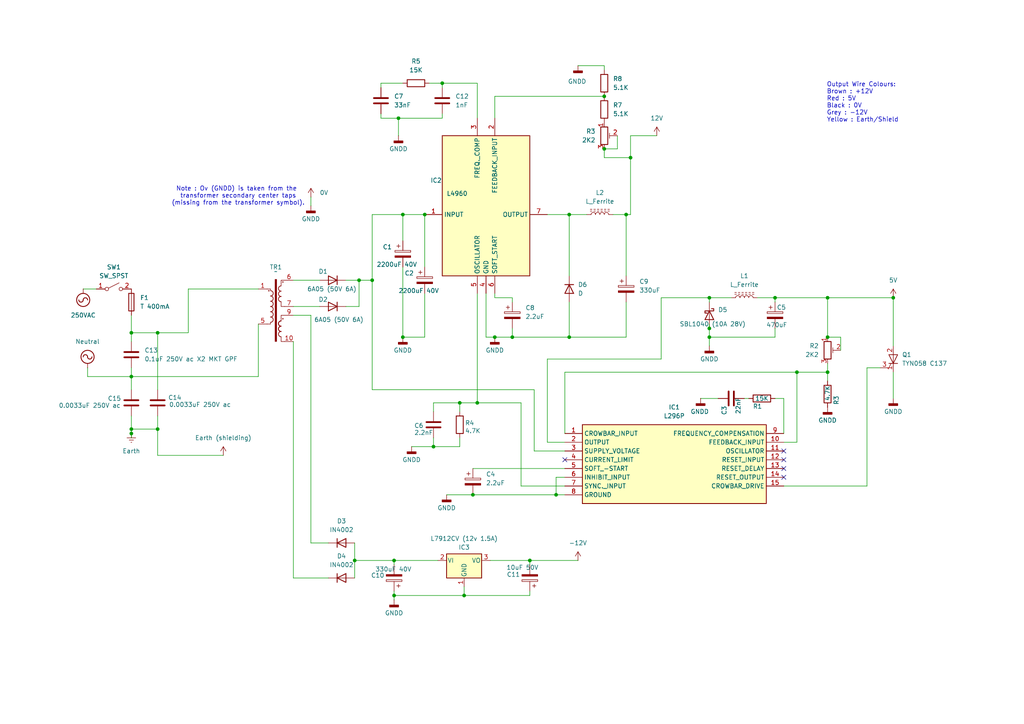
<source format=kicad_sch>
(kicad_sch
	(version 20231120)
	(generator "eeschema")
	(generator_version "8.0")
	(uuid "54fbe9e7-86ea-4cdb-bd45-79f946ddc3e0")
	(paper "A4")
	(title_block
		(title "Amiga PSU 312503-02")
		(comment 1 "Note, this schematic has not been validated.")
		(comment 2 "Reverse engineered schematic of the Amiga PSU (or at least 1 of the variants)")
	)
	(lib_symbols
		(symbol "Amiga:L296P"
			(exclude_from_sim no)
			(in_bom yes)
			(on_board yes)
			(property "Reference" "IC"
				(at 59.69 7.62 0)
				(effects
					(font
						(size 1.27 1.27)
					)
					(justify left top)
				)
			)
			(property "Value" "L296P"
				(at 59.69 5.08 0)
				(effects
					(font
						(size 1.27 1.27)
					)
					(justify left top)
				)
			)
			(property "Footprint" "TO127P500X2020X2210-15P"
				(at 59.69 -94.92 0)
				(effects
					(font
						(size 1.27 1.27)
					)
					(justify left top)
					(hide yes)
				)
			)
			(property "Datasheet" "http://www.st.com/web/en/resource/technical/document/datasheet/CD00000062.pdf"
				(at 59.69 -194.92 0)
				(effects
					(font
						(size 1.27 1.27)
					)
					(justify left top)
					(hide yes)
				)
			)
			(property "Description" "L296P, Switching Regulator, Buck Controller, 4A, Adjustable, 5.1  40 V, 200 kHz, 15-Pin MULTIWATT V"
				(at 0 0 0)
				(effects
					(font
						(size 1.27 1.27)
					)
					(hide yes)
				)
			)
			(property "Height" "5"
				(at 59.69 -394.92 0)
				(effects
					(font
						(size 1.27 1.27)
					)
					(justify left top)
					(hide yes)
				)
			)
			(property "Manufacturer_Name" "STMicroelectronics"
				(at 59.69 -494.92 0)
				(effects
					(font
						(size 1.27 1.27)
					)
					(justify left top)
					(hide yes)
				)
			)
			(property "Manufacturer_Part_Number" "L296P"
				(at 59.69 -594.92 0)
				(effects
					(font
						(size 1.27 1.27)
					)
					(justify left top)
					(hide yes)
				)
			)
			(property "Mouser Part Number" "511-L296P"
				(at 59.69 -694.92 0)
				(effects
					(font
						(size 1.27 1.27)
					)
					(justify left top)
					(hide yes)
				)
			)
			(property "Mouser Price/Stock" "https://www.mouser.com/Search/Refine.aspx?Keyword=511-L296P"
				(at 59.69 -794.92 0)
				(effects
					(font
						(size 1.27 1.27)
					)
					(justify left top)
					(hide yes)
				)
			)
			(property "Arrow Part Number" "L296P"
				(at 59.69 -894.92 0)
				(effects
					(font
						(size 1.27 1.27)
					)
					(justify left top)
					(hide yes)
				)
			)
			(property "Arrow Price/Stock" "https://www.arrow.com/en/products/l296p/stmicroelectronics?region=europe"
				(at 59.69 -994.92 0)
				(effects
					(font
						(size 1.27 1.27)
					)
					(justify left top)
					(hide yes)
				)
			)
			(symbol "L296P_1_1"
				(rectangle
					(start 5.08 2.54)
					(end 58.42 -20.32)
					(stroke
						(width 0.254)
						(type default)
					)
					(fill
						(type background)
					)
				)
				(pin passive line
					(at 0 0 0)
					(length 5.08)
					(name "CROWBAR_INPUT"
						(effects
							(font
								(size 1.27 1.27)
							)
						)
					)
					(number "1"
						(effects
							(font
								(size 1.27 1.27)
							)
						)
					)
				)
				(pin passive line
					(at 63.5 -2.54 180)
					(length 5.08)
					(name "FEEDBACK_INPUT"
						(effects
							(font
								(size 1.27 1.27)
							)
						)
					)
					(number "10"
						(effects
							(font
								(size 1.27 1.27)
							)
						)
					)
				)
				(pin passive line
					(at 63.5 -5.08 180)
					(length 5.08)
					(name "OSCILLATOR"
						(effects
							(font
								(size 1.27 1.27)
							)
						)
					)
					(number "11"
						(effects
							(font
								(size 1.27 1.27)
							)
						)
					)
				)
				(pin passive line
					(at 63.5 -7.62 180)
					(length 5.08)
					(name "RESET_INPUT"
						(effects
							(font
								(size 1.27 1.27)
							)
						)
					)
					(number "12"
						(effects
							(font
								(size 1.27 1.27)
							)
						)
					)
				)
				(pin passive line
					(at 63.5 -10.16 180)
					(length 5.08)
					(name "RESET_DELAY"
						(effects
							(font
								(size 1.27 1.27)
							)
						)
					)
					(number "13"
						(effects
							(font
								(size 1.27 1.27)
							)
						)
					)
				)
				(pin passive line
					(at 63.5 -12.7 180)
					(length 5.08)
					(name "RESET_OUTPUT"
						(effects
							(font
								(size 1.27 1.27)
							)
						)
					)
					(number "14"
						(effects
							(font
								(size 1.27 1.27)
							)
						)
					)
				)
				(pin passive line
					(at 63.5 -15.24 180)
					(length 5.08)
					(name "CROWBAR_DRIVE"
						(effects
							(font
								(size 1.27 1.27)
							)
						)
					)
					(number "15"
						(effects
							(font
								(size 1.27 1.27)
							)
						)
					)
				)
				(pin passive line
					(at 0 -2.54 0)
					(length 5.08)
					(name "OUTPUT"
						(effects
							(font
								(size 1.27 1.27)
							)
						)
					)
					(number "2"
						(effects
							(font
								(size 1.27 1.27)
							)
						)
					)
				)
				(pin passive line
					(at 0 -5.08 0)
					(length 5.08)
					(name "SUPPLY_VOLTAGE"
						(effects
							(font
								(size 1.27 1.27)
							)
						)
					)
					(number "3"
						(effects
							(font
								(size 1.27 1.27)
							)
						)
					)
				)
				(pin passive line
					(at 0 -7.62 0)
					(length 5.08)
					(name "CURRENT_LIMIT"
						(effects
							(font
								(size 1.27 1.27)
							)
						)
					)
					(number "4"
						(effects
							(font
								(size 1.27 1.27)
							)
						)
					)
				)
				(pin passive line
					(at 0 -10.16 0)
					(length 5.08)
					(name "SOFT_-START"
						(effects
							(font
								(size 1.27 1.27)
							)
						)
					)
					(number "5"
						(effects
							(font
								(size 1.27 1.27)
							)
						)
					)
				)
				(pin passive line
					(at 0 -12.7 0)
					(length 5.08)
					(name "INHIBIT_INPUT"
						(effects
							(font
								(size 1.27 1.27)
							)
						)
					)
					(number "6"
						(effects
							(font
								(size 1.27 1.27)
							)
						)
					)
				)
				(pin passive line
					(at 0 -15.24 0)
					(length 5.08)
					(name "SYNC._INPUT"
						(effects
							(font
								(size 1.27 1.27)
							)
						)
					)
					(number "7"
						(effects
							(font
								(size 1.27 1.27)
							)
						)
					)
				)
				(pin passive line
					(at 0 -17.78 0)
					(length 5.08)
					(name "GROUND"
						(effects
							(font
								(size 1.27 1.27)
							)
						)
					)
					(number "8"
						(effects
							(font
								(size 1.27 1.27)
							)
						)
					)
				)
				(pin passive line
					(at 63.5 0 180)
					(length 5.08)
					(name "FREQUENCY_COMPENSATION"
						(effects
							(font
								(size 1.27 1.27)
							)
						)
					)
					(number "9"
						(effects
							(font
								(size 1.27 1.27)
							)
						)
					)
				)
			)
		)
		(symbol "Amiga_Psu_Library:L4960"
			(exclude_from_sim no)
			(in_bom yes)
			(on_board yes)
			(property "Reference" "IC"
				(at 31.75 27.94 0)
				(effects
					(font
						(size 1.27 1.27)
					)
					(justify left top)
				)
			)
			(property "Value" "L4960"
				(at 31.75 25.4 0)
				(effects
					(font
						(size 1.27 1.27)
					)
					(justify left top)
				)
			)
			(property "Footprint" "TO137P480X1040X2140-7P"
				(at 31.75 -74.6 0)
				(effects
					(font
						(size 1.27 1.27)
					)
					(justify left top)
					(hide yes)
				)
			)
			(property "Datasheet" "https://datasheet.datasheetarchive.com/originals/distributors/Datasheets-20/DSA-392207.pdf"
				(at 31.75 -174.6 0)
				(effects
					(font
						(size 1.27 1.27)
					)
					(justify left top)
					(hide yes)
				)
			)
			(property "Description" "L4960, Switching Regulator, Buck Controller,, Adjustable, 5.1  40 V, 150 kHz, 7-Pin HEPTAWATT V"
				(at 0 0 0)
				(effects
					(font
						(size 1.27 1.27)
					)
					(hide yes)
				)
			)
			(property "Height" "4.8"
				(at 31.75 -374.6 0)
				(effects
					(font
						(size 1.27 1.27)
					)
					(justify left top)
					(hide yes)
				)
			)
			(property "Manufacturer_Name" "STMicroelectronics"
				(at 31.75 -474.6 0)
				(effects
					(font
						(size 1.27 1.27)
					)
					(justify left top)
					(hide yes)
				)
			)
			(property "Manufacturer_Part_Number" "L4960"
				(at 31.75 -574.6 0)
				(effects
					(font
						(size 1.27 1.27)
					)
					(justify left top)
					(hide yes)
				)
			)
			(property "Mouser Part Number" "511-L4960"
				(at 31.75 -674.6 0)
				(effects
					(font
						(size 1.27 1.27)
					)
					(justify left top)
					(hide yes)
				)
			)
			(property "Mouser Price/Stock" "https://www.mouser.co.uk/ProductDetail/STMicroelectronics/L4960?qs=EYQuxaDwR78sw9osiB5t%2Fg%3D%3D"
				(at 31.75 -774.6 0)
				(effects
					(font
						(size 1.27 1.27)
					)
					(justify left top)
					(hide yes)
				)
			)
			(property "Arrow Part Number" "L4960"
				(at 31.75 -874.6 0)
				(effects
					(font
						(size 1.27 1.27)
					)
					(justify left top)
					(hide yes)
				)
			)
			(property "Arrow Price/Stock" "https://www.arrow.com/en/products/l4960/stmicroelectronics"
				(at 31.75 -974.6 0)
				(effects
					(font
						(size 1.27 1.27)
					)
					(justify left top)
					(hide yes)
				)
			)
			(symbol "L4960_1_1"
				(rectangle
					(start 5.08 22.86)
					(end 30.48 -17.78)
					(stroke
						(width 0.254)
						(type default)
					)
					(fill
						(type background)
					)
				)
				(pin input line
					(at 0 0 0)
					(length 5.08)
					(name "INPUT"
						(effects
							(font
								(size 1.27 1.27)
							)
						)
					)
					(number "1"
						(effects
							(font
								(size 1.27 1.27)
							)
						)
					)
				)
				(pin input line
					(at 20.32 27.94 270)
					(length 5.08)
					(name "FEEDBACK_INPUT"
						(effects
							(font
								(size 1.27 1.27)
							)
						)
					)
					(number "2"
						(effects
							(font
								(size 1.27 1.27)
							)
						)
					)
				)
				(pin output line
					(at 15.24 27.94 270)
					(length 5.08)
					(name "FREQ._COMP"
						(effects
							(font
								(size 1.27 1.27)
							)
						)
					)
					(number "3"
						(effects
							(font
								(size 1.27 1.27)
							)
						)
					)
				)
				(pin power_in line
					(at 17.78 -22.86 90)
					(length 5.08)
					(name "GND"
						(effects
							(font
								(size 1.27 1.27)
							)
						)
					)
					(number "4"
						(effects
							(font
								(size 1.27 1.27)
							)
						)
					)
				)
				(pin input line
					(at 15.24 -22.86 90)
					(length 5.08)
					(name "OSCILLATOR"
						(effects
							(font
								(size 1.27 1.27)
							)
						)
					)
					(number "5"
						(effects
							(font
								(size 1.27 1.27)
							)
						)
					)
				)
				(pin passive line
					(at 20.32 -22.86 90)
					(length 5.08)
					(name "SOFT_START"
						(effects
							(font
								(size 1.27 1.27)
							)
						)
					)
					(number "6"
						(effects
							(font
								(size 1.27 1.27)
							)
						)
					)
				)
				(pin power_in line
					(at 35.56 0 180)
					(length 5.08)
					(name "OUTPUT"
						(effects
							(font
								(size 1.27 1.27)
							)
						)
					)
					(number "7"
						(effects
							(font
								(size 1.27 1.27)
							)
						)
					)
				)
			)
		)
		(symbol "Device:C"
			(pin_numbers hide)
			(pin_names
				(offset 0.254)
			)
			(exclude_from_sim no)
			(in_bom yes)
			(on_board yes)
			(property "Reference" "C"
				(at 0.635 2.54 0)
				(effects
					(font
						(size 1.27 1.27)
					)
					(justify left)
				)
			)
			(property "Value" "C"
				(at 0.635 -2.54 0)
				(effects
					(font
						(size 1.27 1.27)
					)
					(justify left)
				)
			)
			(property "Footprint" ""
				(at 0.9652 -3.81 0)
				(effects
					(font
						(size 1.27 1.27)
					)
					(hide yes)
				)
			)
			(property "Datasheet" "~"
				(at 0 0 0)
				(effects
					(font
						(size 1.27 1.27)
					)
					(hide yes)
				)
			)
			(property "Description" "Unpolarized capacitor"
				(at 0 0 0)
				(effects
					(font
						(size 1.27 1.27)
					)
					(hide yes)
				)
			)
			(property "ki_keywords" "cap capacitor"
				(at 0 0 0)
				(effects
					(font
						(size 1.27 1.27)
					)
					(hide yes)
				)
			)
			(property "ki_fp_filters" "C_*"
				(at 0 0 0)
				(effects
					(font
						(size 1.27 1.27)
					)
					(hide yes)
				)
			)
			(symbol "C_0_1"
				(polyline
					(pts
						(xy -2.032 -0.762) (xy 2.032 -0.762)
					)
					(stroke
						(width 0.508)
						(type default)
					)
					(fill
						(type none)
					)
				)
				(polyline
					(pts
						(xy -2.032 0.762) (xy 2.032 0.762)
					)
					(stroke
						(width 0.508)
						(type default)
					)
					(fill
						(type none)
					)
				)
			)
			(symbol "C_1_1"
				(pin passive line
					(at 0 3.81 270)
					(length 2.794)
					(name "~"
						(effects
							(font
								(size 1.27 1.27)
							)
						)
					)
					(number "1"
						(effects
							(font
								(size 1.27 1.27)
							)
						)
					)
				)
				(pin passive line
					(at 0 -3.81 90)
					(length 2.794)
					(name "~"
						(effects
							(font
								(size 1.27 1.27)
							)
						)
					)
					(number "2"
						(effects
							(font
								(size 1.27 1.27)
							)
						)
					)
				)
			)
		)
		(symbol "Device:C_Polarized"
			(pin_numbers hide)
			(pin_names
				(offset 0.254)
			)
			(exclude_from_sim no)
			(in_bom yes)
			(on_board yes)
			(property "Reference" "C"
				(at 0.635 2.54 0)
				(effects
					(font
						(size 1.27 1.27)
					)
					(justify left)
				)
			)
			(property "Value" "C_Polarized"
				(at 0.635 -2.54 0)
				(effects
					(font
						(size 1.27 1.27)
					)
					(justify left)
				)
			)
			(property "Footprint" ""
				(at 0.9652 -3.81 0)
				(effects
					(font
						(size 1.27 1.27)
					)
					(hide yes)
				)
			)
			(property "Datasheet" "~"
				(at 0 0 0)
				(effects
					(font
						(size 1.27 1.27)
					)
					(hide yes)
				)
			)
			(property "Description" "Polarized capacitor"
				(at 0 0 0)
				(effects
					(font
						(size 1.27 1.27)
					)
					(hide yes)
				)
			)
			(property "ki_keywords" "cap capacitor"
				(at 0 0 0)
				(effects
					(font
						(size 1.27 1.27)
					)
					(hide yes)
				)
			)
			(property "ki_fp_filters" "CP_*"
				(at 0 0 0)
				(effects
					(font
						(size 1.27 1.27)
					)
					(hide yes)
				)
			)
			(symbol "C_Polarized_0_1"
				(rectangle
					(start -2.286 0.508)
					(end 2.286 1.016)
					(stroke
						(width 0)
						(type default)
					)
					(fill
						(type none)
					)
				)
				(polyline
					(pts
						(xy -1.778 2.286) (xy -0.762 2.286)
					)
					(stroke
						(width 0)
						(type default)
					)
					(fill
						(type none)
					)
				)
				(polyline
					(pts
						(xy -1.27 2.794) (xy -1.27 1.778)
					)
					(stroke
						(width 0)
						(type default)
					)
					(fill
						(type none)
					)
				)
				(rectangle
					(start 2.286 -0.508)
					(end -2.286 -1.016)
					(stroke
						(width 0)
						(type default)
					)
					(fill
						(type outline)
					)
				)
			)
			(symbol "C_Polarized_1_1"
				(pin passive line
					(at 0 3.81 270)
					(length 2.794)
					(name "~"
						(effects
							(font
								(size 1.27 1.27)
							)
						)
					)
					(number "1"
						(effects
							(font
								(size 1.27 1.27)
							)
						)
					)
				)
				(pin passive line
					(at 0 -3.81 90)
					(length 2.794)
					(name "~"
						(effects
							(font
								(size 1.27 1.27)
							)
						)
					)
					(number "2"
						(effects
							(font
								(size 1.27 1.27)
							)
						)
					)
				)
			)
		)
		(symbol "Device:D"
			(pin_numbers hide)
			(pin_names
				(offset 1.016) hide)
			(exclude_from_sim no)
			(in_bom yes)
			(on_board yes)
			(property "Reference" "D"
				(at 0 2.54 0)
				(effects
					(font
						(size 1.27 1.27)
					)
				)
			)
			(property "Value" "D"
				(at 0 -2.54 0)
				(effects
					(font
						(size 1.27 1.27)
					)
				)
			)
			(property "Footprint" ""
				(at 0 0 0)
				(effects
					(font
						(size 1.27 1.27)
					)
					(hide yes)
				)
			)
			(property "Datasheet" "~"
				(at 0 0 0)
				(effects
					(font
						(size 1.27 1.27)
					)
					(hide yes)
				)
			)
			(property "Description" "Diode"
				(at 0 0 0)
				(effects
					(font
						(size 1.27 1.27)
					)
					(hide yes)
				)
			)
			(property "Sim.Device" "D"
				(at 0 0 0)
				(effects
					(font
						(size 1.27 1.27)
					)
					(hide yes)
				)
			)
			(property "Sim.Pins" "1=K 2=A"
				(at 0 0 0)
				(effects
					(font
						(size 1.27 1.27)
					)
					(hide yes)
				)
			)
			(property "ki_keywords" "diode"
				(at 0 0 0)
				(effects
					(font
						(size 1.27 1.27)
					)
					(hide yes)
				)
			)
			(property "ki_fp_filters" "TO-???* *_Diode_* *SingleDiode* D_*"
				(at 0 0 0)
				(effects
					(font
						(size 1.27 1.27)
					)
					(hide yes)
				)
			)
			(symbol "D_0_1"
				(polyline
					(pts
						(xy -1.27 1.27) (xy -1.27 -1.27)
					)
					(stroke
						(width 0.254)
						(type default)
					)
					(fill
						(type none)
					)
				)
				(polyline
					(pts
						(xy 1.27 0) (xy -1.27 0)
					)
					(stroke
						(width 0)
						(type default)
					)
					(fill
						(type none)
					)
				)
				(polyline
					(pts
						(xy 1.27 1.27) (xy 1.27 -1.27) (xy -1.27 0) (xy 1.27 1.27)
					)
					(stroke
						(width 0.254)
						(type default)
					)
					(fill
						(type none)
					)
				)
			)
			(symbol "D_1_1"
				(pin passive line
					(at -3.81 0 0)
					(length 2.54)
					(name "K"
						(effects
							(font
								(size 1.27 1.27)
							)
						)
					)
					(number "1"
						(effects
							(font
								(size 1.27 1.27)
							)
						)
					)
				)
				(pin passive line
					(at 3.81 0 180)
					(length 2.54)
					(name "A"
						(effects
							(font
								(size 1.27 1.27)
							)
						)
					)
					(number "2"
						(effects
							(font
								(size 1.27 1.27)
							)
						)
					)
				)
			)
		)
		(symbol "Device:D_Schottky"
			(pin_numbers hide)
			(pin_names
				(offset 1.016) hide)
			(exclude_from_sim no)
			(in_bom yes)
			(on_board yes)
			(property "Reference" "D"
				(at 0 2.54 0)
				(effects
					(font
						(size 1.27 1.27)
					)
				)
			)
			(property "Value" "D_Schottky"
				(at 0 -2.54 0)
				(effects
					(font
						(size 1.27 1.27)
					)
				)
			)
			(property "Footprint" ""
				(at 0 0 0)
				(effects
					(font
						(size 1.27 1.27)
					)
					(hide yes)
				)
			)
			(property "Datasheet" "~"
				(at 0 0 0)
				(effects
					(font
						(size 1.27 1.27)
					)
					(hide yes)
				)
			)
			(property "Description" "Schottky diode"
				(at 0 0 0)
				(effects
					(font
						(size 1.27 1.27)
					)
					(hide yes)
				)
			)
			(property "ki_keywords" "diode Schottky"
				(at 0 0 0)
				(effects
					(font
						(size 1.27 1.27)
					)
					(hide yes)
				)
			)
			(property "ki_fp_filters" "TO-???* *_Diode_* *SingleDiode* D_*"
				(at 0 0 0)
				(effects
					(font
						(size 1.27 1.27)
					)
					(hide yes)
				)
			)
			(symbol "D_Schottky_0_1"
				(polyline
					(pts
						(xy 1.27 0) (xy -1.27 0)
					)
					(stroke
						(width 0)
						(type default)
					)
					(fill
						(type none)
					)
				)
				(polyline
					(pts
						(xy 1.27 1.27) (xy 1.27 -1.27) (xy -1.27 0) (xy 1.27 1.27)
					)
					(stroke
						(width 0.254)
						(type default)
					)
					(fill
						(type none)
					)
				)
				(polyline
					(pts
						(xy -1.905 0.635) (xy -1.905 1.27) (xy -1.27 1.27) (xy -1.27 -1.27) (xy -0.635 -1.27) (xy -0.635 -0.635)
					)
					(stroke
						(width 0.254)
						(type default)
					)
					(fill
						(type none)
					)
				)
			)
			(symbol "D_Schottky_1_1"
				(pin passive line
					(at -3.81 0 0)
					(length 2.54)
					(name "K"
						(effects
							(font
								(size 1.27 1.27)
							)
						)
					)
					(number "1"
						(effects
							(font
								(size 1.27 1.27)
							)
						)
					)
				)
				(pin passive line
					(at 3.81 0 180)
					(length 2.54)
					(name "A"
						(effects
							(font
								(size 1.27 1.27)
							)
						)
					)
					(number "2"
						(effects
							(font
								(size 1.27 1.27)
							)
						)
					)
				)
			)
		)
		(symbol "Device:Fuse"
			(pin_numbers hide)
			(pin_names
				(offset 0)
			)
			(exclude_from_sim no)
			(in_bom yes)
			(on_board yes)
			(property "Reference" "F"
				(at 2.032 0 90)
				(effects
					(font
						(size 1.27 1.27)
					)
				)
			)
			(property "Value" "Fuse"
				(at -1.905 0 90)
				(effects
					(font
						(size 1.27 1.27)
					)
				)
			)
			(property "Footprint" ""
				(at -1.778 0 90)
				(effects
					(font
						(size 1.27 1.27)
					)
					(hide yes)
				)
			)
			(property "Datasheet" "~"
				(at 0 0 0)
				(effects
					(font
						(size 1.27 1.27)
					)
					(hide yes)
				)
			)
			(property "Description" "Fuse"
				(at 0 0 0)
				(effects
					(font
						(size 1.27 1.27)
					)
					(hide yes)
				)
			)
			(property "ki_keywords" "fuse"
				(at 0 0 0)
				(effects
					(font
						(size 1.27 1.27)
					)
					(hide yes)
				)
			)
			(property "ki_fp_filters" "*Fuse*"
				(at 0 0 0)
				(effects
					(font
						(size 1.27 1.27)
					)
					(hide yes)
				)
			)
			(symbol "Fuse_0_1"
				(rectangle
					(start -0.762 -2.54)
					(end 0.762 2.54)
					(stroke
						(width 0.254)
						(type default)
					)
					(fill
						(type none)
					)
				)
				(polyline
					(pts
						(xy 0 2.54) (xy 0 -2.54)
					)
					(stroke
						(width 0)
						(type default)
					)
					(fill
						(type none)
					)
				)
			)
			(symbol "Fuse_1_1"
				(pin passive line
					(at 0 3.81 270)
					(length 1.27)
					(name "~"
						(effects
							(font
								(size 1.27 1.27)
							)
						)
					)
					(number "1"
						(effects
							(font
								(size 1.27 1.27)
							)
						)
					)
				)
				(pin passive line
					(at 0 -3.81 90)
					(length 1.27)
					(name "~"
						(effects
							(font
								(size 1.27 1.27)
							)
						)
					)
					(number "2"
						(effects
							(font
								(size 1.27 1.27)
							)
						)
					)
				)
			)
		)
		(symbol "Device:L_Ferrite"
			(pin_numbers hide)
			(pin_names
				(offset 1.016) hide)
			(exclude_from_sim no)
			(in_bom yes)
			(on_board yes)
			(property "Reference" "L"
				(at -1.27 0 90)
				(effects
					(font
						(size 1.27 1.27)
					)
				)
			)
			(property "Value" "L_Ferrite"
				(at 2.794 0 90)
				(effects
					(font
						(size 1.27 1.27)
					)
				)
			)
			(property "Footprint" ""
				(at 0 0 0)
				(effects
					(font
						(size 1.27 1.27)
					)
					(hide yes)
				)
			)
			(property "Datasheet" "~"
				(at 0 0 0)
				(effects
					(font
						(size 1.27 1.27)
					)
					(hide yes)
				)
			)
			(property "Description" "Inductor with ferrite core"
				(at 0 0 0)
				(effects
					(font
						(size 1.27 1.27)
					)
					(hide yes)
				)
			)
			(property "ki_keywords" "inductor choke coil reactor magnetic"
				(at 0 0 0)
				(effects
					(font
						(size 1.27 1.27)
					)
					(hide yes)
				)
			)
			(property "ki_fp_filters" "Choke_* *Coil* Inductor_* L_*"
				(at 0 0 0)
				(effects
					(font
						(size 1.27 1.27)
					)
					(hide yes)
				)
			)
			(symbol "L_Ferrite_0_1"
				(arc
					(start 0 -2.54)
					(mid 0.6323 -1.905)
					(end 0 -1.27)
					(stroke
						(width 0)
						(type default)
					)
					(fill
						(type none)
					)
				)
				(arc
					(start 0 -1.27)
					(mid 0.6323 -0.635)
					(end 0 0)
					(stroke
						(width 0)
						(type default)
					)
					(fill
						(type none)
					)
				)
				(polyline
					(pts
						(xy 1.016 -2.794) (xy 1.016 -2.286)
					)
					(stroke
						(width 0)
						(type default)
					)
					(fill
						(type none)
					)
				)
				(polyline
					(pts
						(xy 1.016 -1.778) (xy 1.016 -1.27)
					)
					(stroke
						(width 0)
						(type default)
					)
					(fill
						(type none)
					)
				)
				(polyline
					(pts
						(xy 1.016 -0.762) (xy 1.016 -0.254)
					)
					(stroke
						(width 0)
						(type default)
					)
					(fill
						(type none)
					)
				)
				(polyline
					(pts
						(xy 1.016 0.254) (xy 1.016 0.762)
					)
					(stroke
						(width 0)
						(type default)
					)
					(fill
						(type none)
					)
				)
				(polyline
					(pts
						(xy 1.016 1.27) (xy 1.016 1.778)
					)
					(stroke
						(width 0)
						(type default)
					)
					(fill
						(type none)
					)
				)
				(polyline
					(pts
						(xy 1.016 2.286) (xy 1.016 2.794)
					)
					(stroke
						(width 0)
						(type default)
					)
					(fill
						(type none)
					)
				)
				(polyline
					(pts
						(xy 1.524 -2.286) (xy 1.524 -2.794)
					)
					(stroke
						(width 0)
						(type default)
					)
					(fill
						(type none)
					)
				)
				(polyline
					(pts
						(xy 1.524 -1.27) (xy 1.524 -1.778)
					)
					(stroke
						(width 0)
						(type default)
					)
					(fill
						(type none)
					)
				)
				(polyline
					(pts
						(xy 1.524 -0.254) (xy 1.524 -0.762)
					)
					(stroke
						(width 0)
						(type default)
					)
					(fill
						(type none)
					)
				)
				(polyline
					(pts
						(xy 1.524 0.762) (xy 1.524 0.254)
					)
					(stroke
						(width 0)
						(type default)
					)
					(fill
						(type none)
					)
				)
				(polyline
					(pts
						(xy 1.524 1.778) (xy 1.524 1.27)
					)
					(stroke
						(width 0)
						(type default)
					)
					(fill
						(type none)
					)
				)
				(polyline
					(pts
						(xy 1.524 2.794) (xy 1.524 2.286)
					)
					(stroke
						(width 0)
						(type default)
					)
					(fill
						(type none)
					)
				)
				(arc
					(start 0 0)
					(mid 0.6323 0.635)
					(end 0 1.27)
					(stroke
						(width 0)
						(type default)
					)
					(fill
						(type none)
					)
				)
				(arc
					(start 0 1.27)
					(mid 0.6323 1.905)
					(end 0 2.54)
					(stroke
						(width 0)
						(type default)
					)
					(fill
						(type none)
					)
				)
			)
			(symbol "L_Ferrite_1_1"
				(pin passive line
					(at 0 3.81 270)
					(length 1.27)
					(name "1"
						(effects
							(font
								(size 1.27 1.27)
							)
						)
					)
					(number "1"
						(effects
							(font
								(size 1.27 1.27)
							)
						)
					)
				)
				(pin passive line
					(at 0 -3.81 90)
					(length 1.27)
					(name "2"
						(effects
							(font
								(size 1.27 1.27)
							)
						)
					)
					(number "2"
						(effects
							(font
								(size 1.27 1.27)
							)
						)
					)
				)
			)
		)
		(symbol "Device:R"
			(pin_numbers hide)
			(pin_names
				(offset 0)
			)
			(exclude_from_sim no)
			(in_bom yes)
			(on_board yes)
			(property "Reference" "R"
				(at 2.032 0 90)
				(effects
					(font
						(size 1.27 1.27)
					)
				)
			)
			(property "Value" "R"
				(at 0 0 90)
				(effects
					(font
						(size 1.27 1.27)
					)
				)
			)
			(property "Footprint" ""
				(at -1.778 0 90)
				(effects
					(font
						(size 1.27 1.27)
					)
					(hide yes)
				)
			)
			(property "Datasheet" "~"
				(at 0 0 0)
				(effects
					(font
						(size 1.27 1.27)
					)
					(hide yes)
				)
			)
			(property "Description" "Resistor"
				(at 0 0 0)
				(effects
					(font
						(size 1.27 1.27)
					)
					(hide yes)
				)
			)
			(property "ki_keywords" "R res resistor"
				(at 0 0 0)
				(effects
					(font
						(size 1.27 1.27)
					)
					(hide yes)
				)
			)
			(property "ki_fp_filters" "R_*"
				(at 0 0 0)
				(effects
					(font
						(size 1.27 1.27)
					)
					(hide yes)
				)
			)
			(symbol "R_0_1"
				(rectangle
					(start -1.016 -2.54)
					(end 1.016 2.54)
					(stroke
						(width 0.254)
						(type default)
					)
					(fill
						(type none)
					)
				)
			)
			(symbol "R_1_1"
				(pin passive line
					(at 0 3.81 270)
					(length 1.27)
					(name "~"
						(effects
							(font
								(size 1.27 1.27)
							)
						)
					)
					(number "1"
						(effects
							(font
								(size 1.27 1.27)
							)
						)
					)
				)
				(pin passive line
					(at 0 -3.81 90)
					(length 1.27)
					(name "~"
						(effects
							(font
								(size 1.27 1.27)
							)
						)
					)
					(number "2"
						(effects
							(font
								(size 1.27 1.27)
							)
						)
					)
				)
			)
		)
		(symbol "Device:R_Potentiometer_Trim"
			(pin_names
				(offset 1.016) hide)
			(exclude_from_sim no)
			(in_bom yes)
			(on_board yes)
			(property "Reference" "RV"
				(at -4.445 0 90)
				(effects
					(font
						(size 1.27 1.27)
					)
				)
			)
			(property "Value" "R_Potentiometer_Trim"
				(at -2.54 0 90)
				(effects
					(font
						(size 1.27 1.27)
					)
				)
			)
			(property "Footprint" ""
				(at 0 0 0)
				(effects
					(font
						(size 1.27 1.27)
					)
					(hide yes)
				)
			)
			(property "Datasheet" "~"
				(at 0 0 0)
				(effects
					(font
						(size 1.27 1.27)
					)
					(hide yes)
				)
			)
			(property "Description" "Trim-potentiometer"
				(at 0 0 0)
				(effects
					(font
						(size 1.27 1.27)
					)
					(hide yes)
				)
			)
			(property "ki_keywords" "resistor variable trimpot trimmer"
				(at 0 0 0)
				(effects
					(font
						(size 1.27 1.27)
					)
					(hide yes)
				)
			)
			(property "ki_fp_filters" "Potentiometer*"
				(at 0 0 0)
				(effects
					(font
						(size 1.27 1.27)
					)
					(hide yes)
				)
			)
			(symbol "R_Potentiometer_Trim_0_1"
				(polyline
					(pts
						(xy 1.524 0.762) (xy 1.524 -0.762)
					)
					(stroke
						(width 0)
						(type default)
					)
					(fill
						(type none)
					)
				)
				(polyline
					(pts
						(xy 2.54 0) (xy 1.524 0)
					)
					(stroke
						(width 0)
						(type default)
					)
					(fill
						(type none)
					)
				)
				(rectangle
					(start 1.016 2.54)
					(end -1.016 -2.54)
					(stroke
						(width 0.254)
						(type default)
					)
					(fill
						(type none)
					)
				)
			)
			(symbol "R_Potentiometer_Trim_1_1"
				(pin passive line
					(at 0 3.81 270)
					(length 1.27)
					(name "1"
						(effects
							(font
								(size 1.27 1.27)
							)
						)
					)
					(number "1"
						(effects
							(font
								(size 1.27 1.27)
							)
						)
					)
				)
				(pin passive line
					(at 3.81 0 180)
					(length 1.27)
					(name "2"
						(effects
							(font
								(size 1.27 1.27)
							)
						)
					)
					(number "2"
						(effects
							(font
								(size 1.27 1.27)
							)
						)
					)
				)
				(pin passive line
					(at 0 -3.81 90)
					(length 1.27)
					(name "3"
						(effects
							(font
								(size 1.27 1.27)
							)
						)
					)
					(number "3"
						(effects
							(font
								(size 1.27 1.27)
							)
						)
					)
				)
			)
		)
		(symbol "Regulator_Linear:L7912"
			(pin_names
				(offset 0.254)
			)
			(exclude_from_sim no)
			(in_bom yes)
			(on_board yes)
			(property "Reference" "U"
				(at -3.81 -3.175 0)
				(effects
					(font
						(size 1.27 1.27)
					)
				)
			)
			(property "Value" "L7912"
				(at 0 -3.175 0)
				(effects
					(font
						(size 1.27 1.27)
					)
					(justify left)
				)
			)
			(property "Footprint" ""
				(at 0 -5.08 0)
				(effects
					(font
						(size 1.27 1.27)
						(italic yes)
					)
					(hide yes)
				)
			)
			(property "Datasheet" "http://www.st.com/content/ccc/resource/technical/document/datasheet/c9/16/86/41/c7/2b/45/f2/CD00000450.pdf/files/CD00000450.pdf/jcr:content/translations/en.CD00000450.pdf"
				(at 0 0 0)
				(effects
					(font
						(size 1.27 1.27)
					)
					(hide yes)
				)
			)
			(property "Description" "Negative 1.5A 35V Linear Regulator, Fixed Output -12V, TO-220/TO-263"
				(at 0 0 0)
				(effects
					(font
						(size 1.27 1.27)
					)
					(hide yes)
				)
			)
			(property "ki_keywords" "Voltage Regulator 1.5A Negative"
				(at 0 0 0)
				(effects
					(font
						(size 1.27 1.27)
					)
					(hide yes)
				)
			)
			(property "ki_fp_filters" "TO?220* TO?263*"
				(at 0 0 0)
				(effects
					(font
						(size 1.27 1.27)
					)
					(hide yes)
				)
			)
			(symbol "L7912_0_1"
				(rectangle
					(start -5.08 5.08)
					(end 5.08 -1.905)
					(stroke
						(width 0.254)
						(type default)
					)
					(fill
						(type background)
					)
				)
			)
			(symbol "L7912_1_1"
				(pin power_in line
					(at 0 7.62 270)
					(length 2.54)
					(name "GND"
						(effects
							(font
								(size 1.27 1.27)
							)
						)
					)
					(number "1"
						(effects
							(font
								(size 1.27 1.27)
							)
						)
					)
				)
				(pin power_in line
					(at -7.62 0 0)
					(length 2.54)
					(name "VI"
						(effects
							(font
								(size 1.27 1.27)
							)
						)
					)
					(number "2"
						(effects
							(font
								(size 1.27 1.27)
							)
						)
					)
				)
				(pin power_out line
					(at 7.62 0 180)
					(length 2.54)
					(name "VO"
						(effects
							(font
								(size 1.27 1.27)
							)
						)
					)
					(number "3"
						(effects
							(font
								(size 1.27 1.27)
							)
						)
					)
				)
			)
		)
		(symbol "Switch:SW_SPST"
			(pin_names
				(offset 0) hide)
			(exclude_from_sim no)
			(in_bom yes)
			(on_board yes)
			(property "Reference" "SW"
				(at 0 3.175 0)
				(effects
					(font
						(size 1.27 1.27)
					)
				)
			)
			(property "Value" "SW_SPST"
				(at 0 -2.54 0)
				(effects
					(font
						(size 1.27 1.27)
					)
				)
			)
			(property "Footprint" ""
				(at 0 0 0)
				(effects
					(font
						(size 1.27 1.27)
					)
					(hide yes)
				)
			)
			(property "Datasheet" "~"
				(at 0 0 0)
				(effects
					(font
						(size 1.27 1.27)
					)
					(hide yes)
				)
			)
			(property "Description" "Single Pole Single Throw (SPST) switch"
				(at 0 0 0)
				(effects
					(font
						(size 1.27 1.27)
					)
					(hide yes)
				)
			)
			(property "ki_keywords" "switch lever"
				(at 0 0 0)
				(effects
					(font
						(size 1.27 1.27)
					)
					(hide yes)
				)
			)
			(symbol "SW_SPST_0_0"
				(circle
					(center -2.032 0)
					(radius 0.508)
					(stroke
						(width 0)
						(type default)
					)
					(fill
						(type none)
					)
				)
				(polyline
					(pts
						(xy -1.524 0.254) (xy 1.524 1.778)
					)
					(stroke
						(width 0)
						(type default)
					)
					(fill
						(type none)
					)
				)
				(circle
					(center 2.032 0)
					(radius 0.508)
					(stroke
						(width 0)
						(type default)
					)
					(fill
						(type none)
					)
				)
			)
			(symbol "SW_SPST_1_1"
				(pin passive line
					(at -5.08 0 0)
					(length 2.54)
					(name "A"
						(effects
							(font
								(size 1.27 1.27)
							)
						)
					)
					(number "1"
						(effects
							(font
								(size 1.27 1.27)
							)
						)
					)
				)
				(pin passive line
					(at 5.08 0 180)
					(length 2.54)
					(name "B"
						(effects
							(font
								(size 1.27 1.27)
							)
						)
					)
					(number "2"
						(effects
							(font
								(size 1.27 1.27)
							)
						)
					)
				)
			)
		)
		(symbol "Transformer:TEZ2.0-D-2"
			(pin_names
				(offset 0.0254)
			)
			(exclude_from_sim no)
			(in_bom yes)
			(on_board yes)
			(property "Reference" "TR"
				(at 0 8.89 0)
				(effects
					(font
						(size 1.27 1.27)
					)
				)
			)
			(property "Value" "TEZ2.0-D-2"
				(at 0 -11.43 0)
				(effects
					(font
						(size 1.27 1.27)
					)
				)
			)
			(property "Footprint" "Transformer_THT:Transformer_Breve_TEZ-28x33"
				(at 0 -13.97 0)
				(effects
					(font
						(size 1.27 1.27)
						(italic yes)
					)
					(hide yes)
				)
			)
			(property "Datasheet" "http://www.breve.pl/pdf/ANG/TEZ_ang.pdf"
				(at 0 0 0)
				(effects
					(font
						(size 1.27 1.27)
					)
					(hide yes)
				)
			)
			(property "Description" "TEZ2.0/D/x-x, 2VA, Dual Secondary, Cast Resin Transformer, PCB"
				(at 0 0 0)
				(effects
					(font
						(size 1.27 1.27)
					)
					(hide yes)
				)
			)
			(property "ki_keywords" "2VA PCB Transformer Dual Secondary"
				(at 0 0 0)
				(effects
					(font
						(size 1.27 1.27)
					)
					(hide yes)
				)
			)
			(property "ki_fp_filters" "Transformer*Breve*TEZ*28x33*"
				(at 0 0 0)
				(effects
					(font
						(size 1.27 1.27)
					)
					(hide yes)
				)
			)
			(symbol "TEZ2.0-D-2_0_1"
				(circle
					(center -2.032 4.572)
					(radius 0.127)
					(stroke
						(width 0)
						(type default)
					)
					(fill
						(type none)
					)
				)
				(arc
					(start -1.524 -4.572)
					(mid -0.7653 -3.81)
					(end -1.524 -3.048)
					(stroke
						(width 0.2032)
						(type default)
					)
					(fill
						(type none)
					)
				)
				(arc
					(start -1.524 -3.048)
					(mid -0.7653 -2.286)
					(end -1.524 -1.524)
					(stroke
						(width 0.2032)
						(type default)
					)
					(fill
						(type none)
					)
				)
				(arc
					(start -1.524 -1.524)
					(mid -0.7653 -0.762)
					(end -1.524 0)
					(stroke
						(width 0.2032)
						(type default)
					)
					(fill
						(type none)
					)
				)
				(arc
					(start -1.524 0)
					(mid -0.7653 0.762)
					(end -1.524 1.524)
					(stroke
						(width 0.2032)
						(type default)
					)
					(fill
						(type none)
					)
				)
				(arc
					(start -1.524 1.524)
					(mid -0.7653 2.286)
					(end -1.524 3.048)
					(stroke
						(width 0.2032)
						(type default)
					)
					(fill
						(type none)
					)
				)
				(arc
					(start -1.524 3.048)
					(mid -0.7653 3.81)
					(end -1.524 4.572)
					(stroke
						(width 0.2032)
						(type default)
					)
					(fill
						(type none)
					)
				)
				(rectangle
					(start -0.254 7.874)
					(end 0.254 -10.16)
					(stroke
						(width 0.0254)
						(type default)
					)
					(fill
						(type outline)
					)
				)
				(polyline
					(pts
						(xy -1.524 -4.572) (xy -1.524 -5.08) (xy -2.54 -5.08)
					)
					(stroke
						(width 0)
						(type default)
					)
					(fill
						(type none)
					)
				)
				(polyline
					(pts
						(xy -1.524 4.572) (xy -1.524 5.08) (xy -2.54 5.08)
					)
					(stroke
						(width 0)
						(type default)
					)
					(fill
						(type none)
					)
				)
				(polyline
					(pts
						(xy 1.524 -8.89) (xy 1.524 -10.16) (xy 2.54 -10.16)
					)
					(stroke
						(width 0)
						(type default)
					)
					(fill
						(type none)
					)
				)
				(polyline
					(pts
						(xy 2.54 -2.54) (xy 1.524 -2.54) (xy 1.524 -4.064)
					)
					(stroke
						(width 0)
						(type default)
					)
					(fill
						(type none)
					)
				)
				(polyline
					(pts
						(xy 2.54 0) (xy 1.524 0) (xy 1.524 1.27)
					)
					(stroke
						(width 0)
						(type default)
					)
					(fill
						(type none)
					)
				)
				(polyline
					(pts
						(xy 2.54 7.62) (xy 1.524 7.62) (xy 1.524 6.096)
					)
					(stroke
						(width 0)
						(type default)
					)
					(fill
						(type none)
					)
				)
				(arc
					(start 1.524 -7.239)
					(mid 0.7653 -8.001)
					(end 1.524 -8.763)
					(stroke
						(width 0.2032)
						(type default)
					)
					(fill
						(type none)
					)
				)
				(arc
					(start 1.524 -5.715)
					(mid 0.7653 -6.477)
					(end 1.524 -7.239)
					(stroke
						(width 0.2032)
						(type default)
					)
					(fill
						(type none)
					)
				)
				(arc
					(start 1.524 -5.715)
					(mid 0.7653 -6.477)
					(end 1.524 -7.239)
					(stroke
						(width 0.2032)
						(type default)
					)
					(fill
						(type none)
					)
				)
				(arc
					(start 1.524 -4.191)
					(mid 0.7653 -4.953)
					(end 1.524 -5.715)
					(stroke
						(width 0.2032)
						(type default)
					)
					(fill
						(type none)
					)
				)
				(arc
					(start 1.524 -4.191)
					(mid 0.7653 -4.953)
					(end 1.524 -5.715)
					(stroke
						(width 0.2032)
						(type default)
					)
					(fill
						(type none)
					)
				)
				(arc
					(start 1.524 2.921)
					(mid 0.7653 2.159)
					(end 1.524 1.397)
					(stroke
						(width 0.2032)
						(type default)
					)
					(fill
						(type none)
					)
				)
				(arc
					(start 1.524 4.445)
					(mid 0.7653 3.683)
					(end 1.524 2.921)
					(stroke
						(width 0.2032)
						(type default)
					)
					(fill
						(type none)
					)
				)
				(arc
					(start 1.524 5.969)
					(mid 0.7653 5.207)
					(end 1.524 4.445)
					(stroke
						(width 0.2032)
						(type default)
					)
					(fill
						(type none)
					)
				)
				(circle
					(center 2.032 -3.556)
					(radius 0.127)
					(stroke
						(width 0)
						(type default)
					)
					(fill
						(type none)
					)
				)
				(circle
					(center 2.032 7.112)
					(radius 0.127)
					(stroke
						(width 0)
						(type default)
					)
					(fill
						(type none)
					)
				)
			)
			(symbol "TEZ2.0-D-2_1_1"
				(pin passive line
					(at -5.08 5.08 0)
					(length 2.54)
					(name "~"
						(effects
							(font
								(size 1.27 1.27)
							)
						)
					)
					(number "1"
						(effects
							(font
								(size 1.27 1.27)
							)
						)
					)
				)
				(pin passive line
					(at 5.08 -10.16 180)
					(length 2.54)
					(name "~"
						(effects
							(font
								(size 1.27 1.27)
							)
						)
					)
					(number "10"
						(effects
							(font
								(size 1.27 1.27)
							)
						)
					)
				)
				(pin passive line
					(at -5.08 -5.08 0)
					(length 2.54)
					(name "~"
						(effects
							(font
								(size 1.27 1.27)
							)
						)
					)
					(number "5"
						(effects
							(font
								(size 1.27 1.27)
							)
						)
					)
				)
				(pin passive line
					(at 5.08 7.62 180)
					(length 2.54)
					(name "~"
						(effects
							(font
								(size 1.27 1.27)
							)
						)
					)
					(number "6"
						(effects
							(font
								(size 1.27 1.27)
							)
						)
					)
				)
				(pin passive line
					(at 5.08 0 180)
					(length 2.54)
					(name "~"
						(effects
							(font
								(size 1.27 1.27)
							)
						)
					)
					(number "7"
						(effects
							(font
								(size 1.27 1.27)
							)
						)
					)
				)
				(pin passive line
					(at 5.08 -2.54 180)
					(length 2.54)
					(name "~"
						(effects
							(font
								(size 1.27 1.27)
							)
						)
					)
					(number "9"
						(effects
							(font
								(size 1.27 1.27)
							)
						)
					)
				)
			)
		)
		(symbol "Triac_Thyristor:TIC106"
			(pin_names
				(offset 0) hide)
			(exclude_from_sim no)
			(in_bom yes)
			(on_board yes)
			(property "Reference" "Q"
				(at 2.54 1.905 0)
				(effects
					(font
						(size 1.27 1.27)
					)
					(justify left)
				)
			)
			(property "Value" "TIC106"
				(at 2.54 0 0)
				(effects
					(font
						(size 1.27 1.27)
					)
					(justify left)
				)
			)
			(property "Footprint" "Package_TO_SOT_THT:TO-220-3_Vertical"
				(at 2.54 -1.905 0)
				(effects
					(font
						(size 1.27 1.27)
						(italic yes)
					)
					(justify left)
					(hide yes)
				)
			)
			(property "Datasheet" "http://pdf.datasheetcatalog.com/datasheet/PowerInnovations/mXyzrtvs.pdf"
				(at 0 0 0)
				(effects
					(font
						(size 1.27 1.27)
					)
					(justify left)
					(hide yes)
				)
			)
			(property "Description" "5A Ion, 400-800V Voff, Silicon Controlled Rectifier (Thyristor), TO-220"
				(at 0 0 0)
				(effects
					(font
						(size 1.27 1.27)
					)
					(hide yes)
				)
			)
			(property "ki_keywords" "thyristor"
				(at 0 0 0)
				(effects
					(font
						(size 1.27 1.27)
					)
					(hide yes)
				)
			)
			(property "ki_fp_filters" "TO?220*"
				(at 0 0 0)
				(effects
					(font
						(size 1.27 1.27)
					)
					(hide yes)
				)
			)
			(symbol "TIC106_0_1"
				(polyline
					(pts
						(xy -1.27 -2.54) (xy -0.635 -1.27)
					)
					(stroke
						(width 0)
						(type default)
					)
					(fill
						(type none)
					)
				)
				(polyline
					(pts
						(xy -1.27 -1.27) (xy 1.27 -1.27)
					)
					(stroke
						(width 0.2032)
						(type default)
					)
					(fill
						(type none)
					)
				)
				(polyline
					(pts
						(xy 0 -2.54) (xy 0 2.54)
					)
					(stroke
						(width 0)
						(type default)
					)
					(fill
						(type none)
					)
				)
				(polyline
					(pts
						(xy -1.27 1.27) (xy 1.27 1.27) (xy 0 -1.27) (xy -1.27 1.27)
					)
					(stroke
						(width 0.2032)
						(type default)
					)
					(fill
						(type none)
					)
				)
			)
			(symbol "TIC106_1_1"
				(pin passive line
					(at 0 -3.81 90)
					(length 2.54)
					(name "K"
						(effects
							(font
								(size 1.27 1.27)
							)
						)
					)
					(number "1"
						(effects
							(font
								(size 1.27 1.27)
							)
						)
					)
				)
				(pin passive line
					(at 0 3.81 270)
					(length 2.54)
					(name "A"
						(effects
							(font
								(size 1.27 1.27)
							)
						)
					)
					(number "2"
						(effects
							(font
								(size 1.27 1.27)
							)
						)
					)
				)
				(pin input line
					(at -3.81 -2.54 0)
					(length 2.54)
					(name "G"
						(effects
							(font
								(size 1.27 1.27)
							)
						)
					)
					(number "3"
						(effects
							(font
								(size 1.27 1.27)
							)
						)
					)
				)
			)
		)
		(symbol "power:Earth"
			(power)
			(pin_numbers hide)
			(pin_names
				(offset 0) hide)
			(exclude_from_sim no)
			(in_bom yes)
			(on_board yes)
			(property "Reference" "#PWR"
				(at 0 -6.35 0)
				(effects
					(font
						(size 1.27 1.27)
					)
					(hide yes)
				)
			)
			(property "Value" "Earth"
				(at 0 -3.81 0)
				(effects
					(font
						(size 1.27 1.27)
					)
				)
			)
			(property "Footprint" ""
				(at 0 0 0)
				(effects
					(font
						(size 1.27 1.27)
					)
					(hide yes)
				)
			)
			(property "Datasheet" "~"
				(at 0 0 0)
				(effects
					(font
						(size 1.27 1.27)
					)
					(hide yes)
				)
			)
			(property "Description" "Power symbol creates a global label with name \"Earth\""
				(at 0 0 0)
				(effects
					(font
						(size 1.27 1.27)
					)
					(hide yes)
				)
			)
			(property "ki_keywords" "global ground gnd"
				(at 0 0 0)
				(effects
					(font
						(size 1.27 1.27)
					)
					(hide yes)
				)
			)
			(symbol "Earth_0_1"
				(polyline
					(pts
						(xy -0.635 -1.905) (xy 0.635 -1.905)
					)
					(stroke
						(width 0)
						(type default)
					)
					(fill
						(type none)
					)
				)
				(polyline
					(pts
						(xy -0.127 -2.54) (xy 0.127 -2.54)
					)
					(stroke
						(width 0)
						(type default)
					)
					(fill
						(type none)
					)
				)
				(polyline
					(pts
						(xy 0 -1.27) (xy 0 0)
					)
					(stroke
						(width 0)
						(type default)
					)
					(fill
						(type none)
					)
				)
				(polyline
					(pts
						(xy 1.27 -1.27) (xy -1.27 -1.27)
					)
					(stroke
						(width 0)
						(type default)
					)
					(fill
						(type none)
					)
				)
			)
			(symbol "Earth_1_1"
				(pin power_in line
					(at 0 0 270)
					(length 0)
					(name "~"
						(effects
							(font
								(size 1.27 1.27)
							)
						)
					)
					(number "1"
						(effects
							(font
								(size 1.27 1.27)
							)
						)
					)
				)
			)
		)
		(symbol "power:GNDD"
			(power)
			(pin_numbers hide)
			(pin_names
				(offset 0) hide)
			(exclude_from_sim no)
			(in_bom yes)
			(on_board yes)
			(property "Reference" "#PWR"
				(at 0 -6.35 0)
				(effects
					(font
						(size 1.27 1.27)
					)
					(hide yes)
				)
			)
			(property "Value" "GNDD"
				(at 0 -3.175 0)
				(effects
					(font
						(size 1.27 1.27)
					)
				)
			)
			(property "Footprint" ""
				(at 0 0 0)
				(effects
					(font
						(size 1.27 1.27)
					)
					(hide yes)
				)
			)
			(property "Datasheet" ""
				(at 0 0 0)
				(effects
					(font
						(size 1.27 1.27)
					)
					(hide yes)
				)
			)
			(property "Description" "Power symbol creates a global label with name \"GNDD\" , digital ground"
				(at 0 0 0)
				(effects
					(font
						(size 1.27 1.27)
					)
					(hide yes)
				)
			)
			(property "ki_keywords" "global power"
				(at 0 0 0)
				(effects
					(font
						(size 1.27 1.27)
					)
					(hide yes)
				)
			)
			(symbol "GNDD_0_1"
				(rectangle
					(start -1.27 -1.524)
					(end 1.27 -2.032)
					(stroke
						(width 0.254)
						(type default)
					)
					(fill
						(type outline)
					)
				)
				(polyline
					(pts
						(xy 0 0) (xy 0 -1.524)
					)
					(stroke
						(width 0)
						(type default)
					)
					(fill
						(type none)
					)
				)
			)
			(symbol "GNDD_1_1"
				(pin power_in line
					(at 0 0 270)
					(length 0)
					(name "~"
						(effects
							(font
								(size 1.27 1.27)
							)
						)
					)
					(number "1"
						(effects
							(font
								(size 1.27 1.27)
							)
						)
					)
				)
			)
		)
		(symbol "power:VAC"
			(power)
			(pin_numbers hide)
			(pin_names
				(offset 0) hide)
			(exclude_from_sim no)
			(in_bom yes)
			(on_board yes)
			(property "Reference" "#PWR"
				(at 0 -2.54 0)
				(effects
					(font
						(size 1.27 1.27)
					)
					(hide yes)
				)
			)
			(property "Value" "VAC"
				(at 0 6.35 0)
				(effects
					(font
						(size 1.27 1.27)
					)
				)
			)
			(property "Footprint" ""
				(at 0 0 0)
				(effects
					(font
						(size 1.27 1.27)
					)
					(hide yes)
				)
			)
			(property "Datasheet" ""
				(at 0 0 0)
				(effects
					(font
						(size 1.27 1.27)
					)
					(hide yes)
				)
			)
			(property "Description" "Power symbol creates a global label with name \"VAC\""
				(at 0 0 0)
				(effects
					(font
						(size 1.27 1.27)
					)
					(hide yes)
				)
			)
			(property "ki_keywords" "global power"
				(at 0 0 0)
				(effects
					(font
						(size 1.27 1.27)
					)
					(hide yes)
				)
			)
			(symbol "VAC_0_1"
				(polyline
					(pts
						(xy 0 0) (xy 0 1.27)
					)
					(stroke
						(width 0)
						(type default)
					)
					(fill
						(type none)
					)
				)
				(arc
					(start 0 3.175)
					(mid -0.635 3.8073)
					(end -1.27 3.175)
					(stroke
						(width 0.254)
						(type default)
					)
					(fill
						(type none)
					)
				)
				(arc
					(start 0 3.175)
					(mid 0.635 2.5427)
					(end 1.27 3.175)
					(stroke
						(width 0.254)
						(type default)
					)
					(fill
						(type none)
					)
				)
				(circle
					(center 0 3.175)
					(radius 1.905)
					(stroke
						(width 0.254)
						(type default)
					)
					(fill
						(type none)
					)
				)
			)
			(symbol "VAC_1_1"
				(pin power_in line
					(at 0 0 90)
					(length 0)
					(name "~"
						(effects
							(font
								(size 1.27 1.27)
							)
						)
					)
					(number "1"
						(effects
							(font
								(size 1.27 1.27)
							)
						)
					)
				)
			)
		)
		(symbol "power:VDC"
			(power)
			(pin_numbers hide)
			(pin_names
				(offset 0) hide)
			(exclude_from_sim no)
			(in_bom yes)
			(on_board yes)
			(property "Reference" "#PWR"
				(at 0 -3.81 0)
				(effects
					(font
						(size 1.27 1.27)
					)
					(hide yes)
				)
			)
			(property "Value" "VDC"
				(at 0 3.556 0)
				(effects
					(font
						(size 1.27 1.27)
					)
				)
			)
			(property "Footprint" ""
				(at 0 0 0)
				(effects
					(font
						(size 1.27 1.27)
					)
					(hide yes)
				)
			)
			(property "Datasheet" ""
				(at 0 0 0)
				(effects
					(font
						(size 1.27 1.27)
					)
					(hide yes)
				)
			)
			(property "Description" "Power symbol creates a global label with name \"VDC\""
				(at 0 0 0)
				(effects
					(font
						(size 1.27 1.27)
					)
					(hide yes)
				)
			)
			(property "ki_keywords" "global power"
				(at 0 0 0)
				(effects
					(font
						(size 1.27 1.27)
					)
					(hide yes)
				)
			)
			(symbol "VDC_0_1"
				(polyline
					(pts
						(xy -0.762 1.27) (xy 0 2.54)
					)
					(stroke
						(width 0)
						(type default)
					)
					(fill
						(type none)
					)
				)
				(polyline
					(pts
						(xy 0 0) (xy 0 2.54)
					)
					(stroke
						(width 0)
						(type default)
					)
					(fill
						(type none)
					)
				)
				(polyline
					(pts
						(xy 0 2.54) (xy 0.762 1.27)
					)
					(stroke
						(width 0)
						(type default)
					)
					(fill
						(type none)
					)
				)
			)
			(symbol "VDC_1_1"
				(pin power_in line
					(at 0 0 90)
					(length 0)
					(name "~"
						(effects
							(font
								(size 1.27 1.27)
							)
						)
					)
					(number "1"
						(effects
							(font
								(size 1.27 1.27)
							)
						)
					)
				)
			)
		)
	)
	(junction
		(at 182.88 45.72)
		(diameter 0)
		(color 0 0 0 0)
		(uuid "091feef5-a5c6-4dfc-aa50-224d7e01b25b")
	)
	(junction
		(at 133.35 116.84)
		(diameter 0)
		(color 0 0 0 0)
		(uuid "0dcc9e91-b4c5-4518-866f-00f18dc8f576")
	)
	(junction
		(at 240.03 97.79)
		(diameter 0)
		(color 0 0 0 0)
		(uuid "11c604ef-d396-4cfd-b852-b34a42ec1d59")
	)
	(junction
		(at 114.3 172.72)
		(diameter 0)
		(color 0 0 0 0)
		(uuid "19b678dc-eeae-4d59-a72d-74b6dad152e4")
	)
	(junction
		(at 181.61 62.23)
		(diameter 0)
		(color 0 0 0 0)
		(uuid "1d63fd49-64d1-4977-9c0c-321999b3821f")
	)
	(junction
		(at 123.19 62.23)
		(diameter 0)
		(color 0 0 0 0)
		(uuid "21cd0168-dda7-44b5-b4f3-faf51931456d")
	)
	(junction
		(at 38.1 109.22)
		(diameter 0)
		(color 0 0 0 0)
		(uuid "28c0baf1-43ec-4ee4-a4be-ef9d71c2fb73")
	)
	(junction
		(at 138.43 116.84)
		(diameter 0)
		(color 0 0 0 0)
		(uuid "2a113f8c-57c2-4f06-ac9a-44df45419b30")
	)
	(junction
		(at 259.08 86.36)
		(diameter 0)
		(color 0 0 0 0)
		(uuid "2af3ba04-2b23-4cc2-87c2-6036d69d8f31")
	)
	(junction
		(at 165.1 62.23)
		(diameter 0)
		(color 0 0 0 0)
		(uuid "2fdc6ef9-8d69-40f9-b708-03c22860c438")
	)
	(junction
		(at 128.27 24.13)
		(diameter 0)
		(color 0 0 0 0)
		(uuid "37373668-c4e9-461a-82b8-6e7842380cb8")
	)
	(junction
		(at 205.74 95.25)
		(diameter 0)
		(color 0 0 0 0)
		(uuid "3af6e18d-b8de-4155-a24b-a330f4e3a2dc")
	)
	(junction
		(at 137.16 143.51)
		(diameter 0)
		(color 0 0 0 0)
		(uuid "3b736582-7d3b-4717-a490-c1e47c71fcfe")
	)
	(junction
		(at 104.14 81.28)
		(diameter 0)
		(color 0 0 0 0)
		(uuid "3c93163c-444b-48d1-a7a9-7e68f6061f68")
	)
	(junction
		(at 38.1 125.73)
		(diameter 0)
		(color 0 0 0 0)
		(uuid "3dd93d01-cdb2-4309-a6fc-5e8aa9f5897f")
	)
	(junction
		(at 45.72 124.46)
		(diameter 0)
		(color 0 0 0 0)
		(uuid "48c0c4da-3359-4515-a921-78de0e4796e3")
	)
	(junction
		(at 153.67 162.56)
		(diameter 0)
		(color 0 0 0 0)
		(uuid "48f70b6e-70ef-4c03-a7af-9bb6e32ffef8")
	)
	(junction
		(at 125.73 129.54)
		(diameter 0)
		(color 0 0 0 0)
		(uuid "4bbc2b9a-23ce-4403-85c7-77cb0bd66374")
	)
	(junction
		(at 116.84 62.23)
		(diameter 0)
		(color 0 0 0 0)
		(uuid "4f28a17d-c58e-4559-995c-c10fa671f60c")
	)
	(junction
		(at 38.1 124.46)
		(diameter 0)
		(color 0 0 0 0)
		(uuid "520be43c-a7c7-450d-9149-f462054cff29")
	)
	(junction
		(at 143.51 97.79)
		(diameter 0)
		(color 0 0 0 0)
		(uuid "6b6f05d3-bd1e-4004-ae4f-86913ba3ffd3")
	)
	(junction
		(at 231.14 107.95)
		(diameter 0)
		(color 0 0 0 0)
		(uuid "6f36b19b-c9e1-40d2-9bb4-820a2069c8a7")
	)
	(junction
		(at 161.29 143.51)
		(diameter 0)
		(color 0 0 0 0)
		(uuid "723cc138-4c0d-47b8-859e-6961d5e810ca")
	)
	(junction
		(at 115.57 34.29)
		(diameter 0)
		(color 0 0 0 0)
		(uuid "7c8fd976-55c9-42b8-b763-c3689a41fcbb")
	)
	(junction
		(at 205.74 86.36)
		(diameter 0)
		(color 0 0 0 0)
		(uuid "8ab9552e-b683-488e-913b-7164e9cf2966")
	)
	(junction
		(at 165.1 97.79)
		(diameter 0)
		(color 0 0 0 0)
		(uuid "8c97e590-a2ce-42ae-98b4-a16ddf29579f")
	)
	(junction
		(at 205.74 97.79)
		(diameter 0)
		(color 0 0 0 0)
		(uuid "9a687457-5ff2-46ad-8cd6-b4f7d797afaa")
	)
	(junction
		(at 175.26 27.94)
		(diameter 0)
		(color 0 0 0 0)
		(uuid "a2c14e0c-84e4-49fa-9878-cda2a5f83254")
	)
	(junction
		(at 45.72 96.52)
		(diameter 0)
		(color 0 0 0 0)
		(uuid "a5d0baed-a8d0-4f07-90b2-c36517030025")
	)
	(junction
		(at 240.03 86.36)
		(diameter 0)
		(color 0 0 0 0)
		(uuid "ad84dea1-dfab-46b5-b025-06493c522bf2")
	)
	(junction
		(at 102.87 162.56)
		(diameter 0)
		(color 0 0 0 0)
		(uuid "bc7f239a-322e-4eb6-94b4-935d3879d280")
	)
	(junction
		(at 134.62 172.72)
		(diameter 0)
		(color 0 0 0 0)
		(uuid "be5cd4a6-6dd7-4aee-bca0-a010b9b86b99")
	)
	(junction
		(at 114.3 162.56)
		(diameter 0)
		(color 0 0 0 0)
		(uuid "bf31d583-7c31-4d7b-8b2f-3895115c338a")
	)
	(junction
		(at 107.95 81.28)
		(diameter 0)
		(color 0 0 0 0)
		(uuid "d07ac21b-b4bd-402b-803a-fd223a2f6f1f")
	)
	(junction
		(at 224.79 86.36)
		(diameter 0)
		(color 0 0 0 0)
		(uuid "d81b9474-29b4-4261-bdae-939572c8498e")
	)
	(junction
		(at 240.03 107.95)
		(diameter 0)
		(color 0 0 0 0)
		(uuid "e7b29b64-94c1-4042-b923-aec386515efc")
	)
	(junction
		(at 148.59 97.79)
		(diameter 0)
		(color 0 0 0 0)
		(uuid "f135f71b-5d80-40d8-9147-8c014193a275")
	)
	(junction
		(at 175.26 43.18)
		(diameter 0)
		(color 0 0 0 0)
		(uuid "fadf3601-8162-402f-8c8d-cc9ab4e59b78")
	)
	(junction
		(at 116.84 97.79)
		(diameter 0)
		(color 0 0 0 0)
		(uuid "fbf4afce-93e1-48b7-9d4c-2eec9ef5f195")
	)
	(junction
		(at 38.1 96.52)
		(diameter 0)
		(color 0 0 0 0)
		(uuid "fea5900e-aba2-403a-8a10-250654ebe3af")
	)
	(no_connect
		(at 227.33 138.43)
		(uuid "029b0db1-856b-4747-b967-10740044596a")
	)
	(no_connect
		(at 227.33 130.81)
		(uuid "1f4e68fe-de5f-49a8-8149-1de11fe9c854")
	)
	(no_connect
		(at 227.33 135.89)
		(uuid "6ac6cb80-0ee1-46af-9987-2cf92f4fbace")
	)
	(no_connect
		(at 163.83 133.35)
		(uuid "96e804f0-4d16-4a59-b0b9-9aa8d236c537")
	)
	(no_connect
		(at 227.33 133.35)
		(uuid "b0f7cf74-b414-4cfd-802e-959661b9eeaf")
	)
	(wire
		(pts
			(xy 154.94 113.03) (xy 154.94 130.81)
		)
		(stroke
			(width 0)
			(type default)
		)
		(uuid "03124cba-b281-4738-a8a0-c10a2ea0d334")
	)
	(wire
		(pts
			(xy 165.1 62.23) (xy 165.1 80.01)
		)
		(stroke
			(width 0)
			(type default)
		)
		(uuid "031f8d02-d762-400d-86f5-6a5c850e7063")
	)
	(wire
		(pts
			(xy 151.13 140.97) (xy 163.83 140.97)
		)
		(stroke
			(width 0)
			(type default)
		)
		(uuid "0480d47a-c8ee-49de-aa02-6ab20232dde6")
	)
	(wire
		(pts
			(xy 128.27 24.13) (xy 138.43 24.13)
		)
		(stroke
			(width 0)
			(type default)
		)
		(uuid "071c8903-1e55-45cb-8105-90554be26f1d")
	)
	(wire
		(pts
			(xy 128.27 33.02) (xy 128.27 34.29)
		)
		(stroke
			(width 0)
			(type default)
		)
		(uuid "0843fe1d-4044-4cc6-bf92-ecc78eade8dc")
	)
	(wire
		(pts
			(xy 177.8 62.23) (xy 181.61 62.23)
		)
		(stroke
			(width 0)
			(type default)
		)
		(uuid "0a596219-67e9-4f7a-82ac-87daaa03f1e7")
	)
	(wire
		(pts
			(xy 85.09 167.64) (xy 95.25 167.64)
		)
		(stroke
			(width 0)
			(type default)
		)
		(uuid "0c4bcbed-2c4f-4672-aed7-948368d1a075")
	)
	(wire
		(pts
			(xy 25.4 106.68) (xy 25.4 109.22)
		)
		(stroke
			(width 0)
			(type default)
		)
		(uuid "0f499119-2006-459a-98e2-152eb5fc7188")
	)
	(wire
		(pts
			(xy 102.87 162.56) (xy 102.87 167.64)
		)
		(stroke
			(width 0)
			(type default)
		)
		(uuid "0fb58c64-4158-4995-aa72-3e6b7f6018dd")
	)
	(wire
		(pts
			(xy 134.62 170.18) (xy 134.62 172.72)
		)
		(stroke
			(width 0)
			(type default)
		)
		(uuid "12ddd30a-2efa-43c8-8916-15790b4fc72a")
	)
	(wire
		(pts
			(xy 179.07 39.37) (xy 179.07 43.18)
		)
		(stroke
			(width 0)
			(type default)
		)
		(uuid "1409dd00-70bf-4117-baa7-79da96663429")
	)
	(wire
		(pts
			(xy 114.3 162.56) (xy 127 162.56)
		)
		(stroke
			(width 0)
			(type default)
		)
		(uuid "164aabad-9ca3-4448-a9ab-87a01f619e2d")
	)
	(wire
		(pts
			(xy 90.17 157.48) (xy 95.25 157.48)
		)
		(stroke
			(width 0)
			(type default)
		)
		(uuid "17f21f5e-1e4c-4497-aa97-7f77b7712807")
	)
	(wire
		(pts
			(xy 104.14 81.28) (xy 107.95 81.28)
		)
		(stroke
			(width 0)
			(type default)
		)
		(uuid "197c1589-388e-4626-95e3-d11878f96797")
	)
	(wire
		(pts
			(xy 116.84 62.23) (xy 116.84 69.85)
		)
		(stroke
			(width 0)
			(type default)
		)
		(uuid "1d87390b-d6f1-4959-85c6-327c22a98842")
	)
	(wire
		(pts
			(xy 38.1 127) (xy 38.1 125.73)
		)
		(stroke
			(width 0)
			(type default)
		)
		(uuid "1d9272b7-8c7f-4cae-b2f2-78f2306649a6")
	)
	(wire
		(pts
			(xy 125.73 127) (xy 125.73 129.54)
		)
		(stroke
			(width 0)
			(type default)
		)
		(uuid "1e24d118-ecfa-472b-acf5-359e6bf2964d")
	)
	(wire
		(pts
			(xy 125.73 116.84) (xy 125.73 119.38)
		)
		(stroke
			(width 0)
			(type default)
		)
		(uuid "1e50776d-925f-4bdc-a87e-53dcc427cb83")
	)
	(wire
		(pts
			(xy 74.93 93.98) (xy 74.93 109.22)
		)
		(stroke
			(width 0)
			(type default)
		)
		(uuid "2035df23-eb70-4c2c-98ef-e502f10ef12d")
	)
	(wire
		(pts
			(xy 114.3 171.45) (xy 114.3 172.72)
		)
		(stroke
			(width 0)
			(type default)
		)
		(uuid "20924170-177c-4034-830b-50b6c07788f6")
	)
	(wire
		(pts
			(xy 158.75 128.27) (xy 158.75 104.14)
		)
		(stroke
			(width 0)
			(type default)
		)
		(uuid "230fca60-8fe1-46c1-a706-6c05e797be05")
	)
	(wire
		(pts
			(xy 137.16 135.89) (xy 163.83 135.89)
		)
		(stroke
			(width 0)
			(type default)
		)
		(uuid "23864473-65f8-49cd-8ece-d28f24abfd97")
	)
	(wire
		(pts
			(xy 161.29 143.51) (xy 161.29 138.43)
		)
		(stroke
			(width 0)
			(type default)
		)
		(uuid "25f1e556-4beb-4ecc-a684-22d789073db9")
	)
	(wire
		(pts
			(xy 205.74 93.98) (xy 205.74 95.25)
		)
		(stroke
			(width 0)
			(type default)
		)
		(uuid "274c914e-b36e-4f14-8f6b-1116d8199098")
	)
	(wire
		(pts
			(xy 205.74 86.36) (xy 212.09 86.36)
		)
		(stroke
			(width 0)
			(type default)
		)
		(uuid "28f426bd-9a59-44d3-a529-c3f976bfac16")
	)
	(wire
		(pts
			(xy 45.72 132.08) (xy 45.72 124.46)
		)
		(stroke
			(width 0)
			(type default)
		)
		(uuid "2afb2987-026d-481c-90be-acd352f7ea3d")
	)
	(wire
		(pts
			(xy 227.33 128.27) (xy 231.14 128.27)
		)
		(stroke
			(width 0)
			(type default)
		)
		(uuid "2b22f6e5-b295-4ad3-b560-bba8a0f18ce2")
	)
	(wire
		(pts
			(xy 134.62 172.72) (xy 114.3 172.72)
		)
		(stroke
			(width 0)
			(type default)
		)
		(uuid "2db57304-b58e-418b-ad50-2318585f18f6")
	)
	(wire
		(pts
			(xy 175.26 43.18) (xy 175.26 45.72)
		)
		(stroke
			(width 0)
			(type default)
		)
		(uuid "2e01dfb7-40d5-413a-b5d2-5c9da1d72e8b")
	)
	(wire
		(pts
			(xy 104.14 88.9) (xy 104.14 81.28)
		)
		(stroke
			(width 0)
			(type default)
		)
		(uuid "2ee38df3-f8b9-494f-be8c-0f344e4b3155")
	)
	(wire
		(pts
			(xy 140.97 85.09) (xy 140.97 97.79)
		)
		(stroke
			(width 0)
			(type default)
		)
		(uuid "2f29867a-1267-4c4b-b641-53000531ea15")
	)
	(wire
		(pts
			(xy 107.95 81.28) (xy 107.95 113.03)
		)
		(stroke
			(width 0)
			(type default)
		)
		(uuid "3002e1f3-23f9-445d-a607-a944492225da")
	)
	(wire
		(pts
			(xy 38.1 96.52) (xy 38.1 91.44)
		)
		(stroke
			(width 0)
			(type default)
		)
		(uuid "314637e5-0dfd-4b75-b629-db9ee476dc86")
	)
	(wire
		(pts
			(xy 251.46 140.97) (xy 251.46 106.68)
		)
		(stroke
			(width 0)
			(type default)
		)
		(uuid "35c70e44-d5a4-4ad5-8900-3fc0eb983bbc")
	)
	(wire
		(pts
			(xy 133.35 129.54) (xy 125.73 129.54)
		)
		(stroke
			(width 0)
			(type default)
		)
		(uuid "35f22fa4-cbcb-4238-9a16-259693611e2b")
	)
	(wire
		(pts
			(xy 90.17 57.15) (xy 90.17 59.69)
		)
		(stroke
			(width 0)
			(type default)
		)
		(uuid "35f9c75a-9ab9-4aca-93a4-3a2ae6d1ecd7")
	)
	(wire
		(pts
			(xy 161.29 138.43) (xy 163.83 138.43)
		)
		(stroke
			(width 0)
			(type default)
		)
		(uuid "3678b22e-dfaa-48f1-9b2c-8fd8f7b15d44")
	)
	(wire
		(pts
			(xy 153.67 162.56) (xy 167.64 162.56)
		)
		(stroke
			(width 0)
			(type default)
		)
		(uuid "3773b0cf-6551-422b-9154-a5f9728ab548")
	)
	(wire
		(pts
			(xy 110.49 24.13) (xy 116.84 24.13)
		)
		(stroke
			(width 0)
			(type default)
		)
		(uuid "3a5f5211-2791-4684-b70a-97191c5935cc")
	)
	(wire
		(pts
			(xy 240.03 86.36) (xy 240.03 97.79)
		)
		(stroke
			(width 0)
			(type default)
		)
		(uuid "3ce2d2e7-0613-4299-b504-9ae7bec0e549")
	)
	(wire
		(pts
			(xy 182.88 45.72) (xy 182.88 62.23)
		)
		(stroke
			(width 0)
			(type default)
		)
		(uuid "3d70bab9-98cd-4ab5-9905-dbce3f79ef4e")
	)
	(wire
		(pts
			(xy 182.88 39.37) (xy 190.5 39.37)
		)
		(stroke
			(width 0)
			(type default)
		)
		(uuid "3e77ea90-e496-44aa-995c-d614b2bce1c8")
	)
	(wire
		(pts
			(xy 163.83 128.27) (xy 158.75 128.27)
		)
		(stroke
			(width 0)
			(type default)
		)
		(uuid "41596a89-d83c-48cd-980a-20f0fa6353bd")
	)
	(wire
		(pts
			(xy 191.77 104.14) (xy 191.77 86.36)
		)
		(stroke
			(width 0)
			(type default)
		)
		(uuid "419425e7-9823-48eb-a679-f25d3c88f432")
	)
	(wire
		(pts
			(xy 137.16 143.51) (xy 161.29 143.51)
		)
		(stroke
			(width 0)
			(type default)
		)
		(uuid "454a94e7-3552-4df5-8844-b1270e971143")
	)
	(wire
		(pts
			(xy 107.95 62.23) (xy 107.95 81.28)
		)
		(stroke
			(width 0)
			(type default)
		)
		(uuid "461d18a1-c2c0-477b-95d1-9633544f9c22")
	)
	(wire
		(pts
			(xy 114.3 163.83) (xy 114.3 162.56)
		)
		(stroke
			(width 0)
			(type default)
		)
		(uuid "4b173a0e-36c8-4edc-b58d-a09a57ce142e")
	)
	(wire
		(pts
			(xy 191.77 86.36) (xy 205.74 86.36)
		)
		(stroke
			(width 0)
			(type default)
		)
		(uuid "4c02d625-b19a-4fad-9cbe-bbd6f599bf9b")
	)
	(wire
		(pts
			(xy 116.84 97.79) (xy 123.19 97.79)
		)
		(stroke
			(width 0)
			(type default)
		)
		(uuid "4f212f28-82d6-40e9-9fac-16d411e05b08")
	)
	(wire
		(pts
			(xy 110.49 25.4) (xy 110.49 24.13)
		)
		(stroke
			(width 0)
			(type default)
		)
		(uuid "51396659-cba0-465c-b7c8-a57d8c309149")
	)
	(wire
		(pts
			(xy 107.95 62.23) (xy 116.84 62.23)
		)
		(stroke
			(width 0)
			(type default)
		)
		(uuid "52e495c2-59df-4e4c-84ec-456d7b13ef41")
	)
	(wire
		(pts
			(xy 124.46 24.13) (xy 128.27 24.13)
		)
		(stroke
			(width 0)
			(type default)
		)
		(uuid "52e68af6-9583-42a0-994b-e214733a9725")
	)
	(wire
		(pts
			(xy 54.61 96.52) (xy 54.61 83.82)
		)
		(stroke
			(width 0)
			(type default)
		)
		(uuid "54e6f684-efaf-403c-8aec-439c7e7d4231")
	)
	(wire
		(pts
			(xy 181.61 62.23) (xy 181.61 80.01)
		)
		(stroke
			(width 0)
			(type default)
		)
		(uuid "5808fb0e-2eb9-4a23-bcef-698722ae93c2")
	)
	(wire
		(pts
			(xy 38.1 106.68) (xy 38.1 109.22)
		)
		(stroke
			(width 0)
			(type default)
		)
		(uuid "5ef467a0-473d-4452-bd7d-149351d96fb0")
	)
	(wire
		(pts
			(xy 140.97 97.79) (xy 143.51 97.79)
		)
		(stroke
			(width 0)
			(type default)
		)
		(uuid "60e7ecce-7b02-4086-a948-0c50890cc20a")
	)
	(wire
		(pts
			(xy 259.08 86.36) (xy 259.08 100.33)
		)
		(stroke
			(width 0)
			(type default)
		)
		(uuid "6184cc1f-cb4f-4e34-abcd-780125b4c039")
	)
	(wire
		(pts
			(xy 116.84 62.23) (xy 123.19 62.23)
		)
		(stroke
			(width 0)
			(type default)
		)
		(uuid "61d24f7d-8aa5-47e9-90fa-371b2f869b45")
	)
	(wire
		(pts
			(xy 138.43 24.13) (xy 138.43 34.29)
		)
		(stroke
			(width 0)
			(type default)
		)
		(uuid "61fb73e6-ce46-4be0-89df-3af1d2ebc80e")
	)
	(wire
		(pts
			(xy 240.03 105.41) (xy 240.03 107.95)
		)
		(stroke
			(width 0)
			(type default)
		)
		(uuid "649bd657-ef30-487a-a0f1-8cd7441ac369")
	)
	(wire
		(pts
			(xy 85.09 81.28) (xy 92.71 81.28)
		)
		(stroke
			(width 0)
			(type default)
		)
		(uuid "652113af-b491-4568-b22d-587dfc8b354c")
	)
	(wire
		(pts
			(xy 38.1 109.22) (xy 38.1 113.03)
		)
		(stroke
			(width 0)
			(type default)
		)
		(uuid "662731a2-a0e5-45b2-aec8-dc77eaff0817")
	)
	(wire
		(pts
			(xy 102.87 157.48) (xy 102.87 162.56)
		)
		(stroke
			(width 0)
			(type default)
		)
		(uuid "696894c6-52a7-436a-b57a-78a1c43bef54")
	)
	(wire
		(pts
			(xy 114.3 172.72) (xy 114.3 173.99)
		)
		(stroke
			(width 0)
			(type default)
		)
		(uuid "6b00f60d-57e1-4d4b-b999-5638758fbb99")
	)
	(wire
		(pts
			(xy 110.49 34.29) (xy 115.57 34.29)
		)
		(stroke
			(width 0)
			(type default)
		)
		(uuid "6b594ebe-2455-454a-8b43-75a61120f8e7")
	)
	(wire
		(pts
			(xy 148.59 97.79) (xy 143.51 97.79)
		)
		(stroke
			(width 0)
			(type default)
		)
		(uuid "6c116893-1dfb-41af-8085-d90d051d7e1c")
	)
	(wire
		(pts
			(xy 133.35 127) (xy 133.35 129.54)
		)
		(stroke
			(width 0)
			(type default)
		)
		(uuid "6d7b0d19-1ddd-4c9c-a22c-4241e1d48d74")
	)
	(wire
		(pts
			(xy 175.26 45.72) (xy 182.88 45.72)
		)
		(stroke
			(width 0)
			(type default)
		)
		(uuid "73ea94f3-174b-4a86-855e-a898bd7db4fa")
	)
	(wire
		(pts
			(xy 115.57 34.29) (xy 128.27 34.29)
		)
		(stroke
			(width 0)
			(type default)
		)
		(uuid "745e5ae8-2856-4060-9f50-8f5f611b4add")
	)
	(wire
		(pts
			(xy 227.33 140.97) (xy 251.46 140.97)
		)
		(stroke
			(width 0)
			(type default)
		)
		(uuid "74851f11-2c76-439b-bd58-51676ff15592")
	)
	(wire
		(pts
			(xy 153.67 172.72) (xy 134.62 172.72)
		)
		(stroke
			(width 0)
			(type default)
		)
		(uuid "76b90b28-c563-4e4b-9a60-770b217d495f")
	)
	(wire
		(pts
			(xy 224.79 86.36) (xy 240.03 86.36)
		)
		(stroke
			(width 0)
			(type default)
		)
		(uuid "7aca8f1a-94c4-4844-ab07-15aa93532f09")
	)
	(wire
		(pts
			(xy 240.03 97.79) (xy 243.84 97.79)
		)
		(stroke
			(width 0)
			(type default)
		)
		(uuid "7f33c8d8-2170-4d3d-9a69-6488e8ee5673")
	)
	(wire
		(pts
			(xy 123.19 77.47) (xy 123.19 62.23)
		)
		(stroke
			(width 0)
			(type default)
		)
		(uuid "7f7521a0-99ef-4529-96fc-b0d742fbaca6")
	)
	(wire
		(pts
			(xy 181.61 97.79) (xy 165.1 97.79)
		)
		(stroke
			(width 0)
			(type default)
		)
		(uuid "7fe99bc8-3b4b-4996-baa3-c384d0d7c59b")
	)
	(wire
		(pts
			(xy 100.33 81.28) (xy 104.14 81.28)
		)
		(stroke
			(width 0)
			(type default)
		)
		(uuid "7ff28661-0078-4734-8be8-73708bffc875")
	)
	(wire
		(pts
			(xy 129.54 143.51) (xy 137.16 143.51)
		)
		(stroke
			(width 0)
			(type default)
		)
		(uuid "806dd67c-c331-40da-b70b-0bbbfc0827aa")
	)
	(wire
		(pts
			(xy 143.51 86.36) (xy 143.51 85.09)
		)
		(stroke
			(width 0)
			(type default)
		)
		(uuid "81298fec-8e2e-43bc-9ff3-af0e095638e2")
	)
	(wire
		(pts
			(xy 181.61 62.23) (xy 182.88 62.23)
		)
		(stroke
			(width 0)
			(type default)
		)
		(uuid "836f1953-1e41-4b69-b9c8-7c4fd8067cc0")
	)
	(wire
		(pts
			(xy 154.94 130.81) (xy 163.83 130.81)
		)
		(stroke
			(width 0)
			(type default)
		)
		(uuid "83b79713-ee04-44d0-82cf-289add61bbbb")
	)
	(wire
		(pts
			(xy 128.27 25.4) (xy 128.27 24.13)
		)
		(stroke
			(width 0)
			(type default)
		)
		(uuid "840192b2-422e-4f4c-9b60-aca6d3edd61b")
	)
	(wire
		(pts
			(xy 24.13 83.82) (xy 27.94 83.82)
		)
		(stroke
			(width 0)
			(type default)
		)
		(uuid "84930112-4ef0-409e-8e20-b1ac0d58e421")
	)
	(wire
		(pts
			(xy 100.33 88.9) (xy 104.14 88.9)
		)
		(stroke
			(width 0)
			(type default)
		)
		(uuid "85603af8-ab05-4bb8-a7ef-b8d159e33b2d")
	)
	(wire
		(pts
			(xy 175.26 19.05) (xy 167.64 19.05)
		)
		(stroke
			(width 0)
			(type default)
		)
		(uuid "85c72d96-922a-4bc0-a45c-2d27c497af3c")
	)
	(wire
		(pts
			(xy 153.67 163.83) (xy 153.67 162.56)
		)
		(stroke
			(width 0)
			(type default)
		)
		(uuid "86953d8f-c79b-4b17-ac55-7be2bcfbfd43")
	)
	(wire
		(pts
			(xy 231.14 107.95) (xy 231.14 128.27)
		)
		(stroke
			(width 0)
			(type default)
		)
		(uuid "8955fae4-0fe6-4a50-be2b-eb207c1c3eef")
	)
	(wire
		(pts
			(xy 224.79 97.79) (xy 224.79 95.25)
		)
		(stroke
			(width 0)
			(type default)
		)
		(uuid "89cbb127-9919-446e-b275-cfa24596d674")
	)
	(wire
		(pts
			(xy 38.1 99.06) (xy 38.1 96.52)
		)
		(stroke
			(width 0)
			(type default)
		)
		(uuid "8a3a7040-5e66-4c6f-9dae-9aea8f0b78d7")
	)
	(wire
		(pts
			(xy 143.51 27.94) (xy 175.26 27.94)
		)
		(stroke
			(width 0)
			(type default)
		)
		(uuid "90a9ad87-75e9-4bf1-86d9-c47971903279")
	)
	(wire
		(pts
			(xy 259.08 107.95) (xy 259.08 115.57)
		)
		(stroke
			(width 0)
			(type default)
		)
		(uuid "91f5e482-ad1b-42f7-b42e-744a004f84c8")
	)
	(wire
		(pts
			(xy 25.4 109.22) (xy 38.1 109.22)
		)
		(stroke
			(width 0)
			(type default)
		)
		(uuid "92b410da-0967-4acc-b791-664bbe3cc0f6")
	)
	(wire
		(pts
			(xy 143.51 27.94) (xy 143.51 34.29)
		)
		(stroke
			(width 0)
			(type default)
		)
		(uuid "92ccd51e-c745-478d-94ec-346e9a86ba86")
	)
	(wire
		(pts
			(xy 205.74 97.79) (xy 205.74 100.33)
		)
		(stroke
			(width 0)
			(type default)
		)
		(uuid "92d395c9-8ac2-4dc7-bff1-8d4b973a4c74")
	)
	(wire
		(pts
			(xy 102.87 162.56) (xy 114.3 162.56)
		)
		(stroke
			(width 0)
			(type default)
		)
		(uuid "92d59c7c-6f54-4123-a901-453525670ad3")
	)
	(wire
		(pts
			(xy 45.72 96.52) (xy 54.61 96.52)
		)
		(stroke
			(width 0)
			(type default)
		)
		(uuid "98cfe431-9cfb-4d46-b3c3-cfa1dbff61b8")
	)
	(wire
		(pts
			(xy 240.03 110.49) (xy 240.03 107.95)
		)
		(stroke
			(width 0)
			(type default)
		)
		(uuid "9aabdf62-b7d9-4a0f-a7ce-8ed8a19baba0")
	)
	(wire
		(pts
			(xy 107.95 113.03) (xy 154.94 113.03)
		)
		(stroke
			(width 0)
			(type default)
		)
		(uuid "9c3a3f64-53bd-4561-9437-75614bbd2b2a")
	)
	(wire
		(pts
			(xy 243.84 97.79) (xy 243.84 101.6)
		)
		(stroke
			(width 0)
			(type default)
		)
		(uuid "9f777681-2aee-46dd-81de-cd1f5228ded6")
	)
	(wire
		(pts
			(xy 85.09 99.06) (xy 85.09 167.64)
		)
		(stroke
			(width 0)
			(type default)
		)
		(uuid "a1320adf-3515-4f99-82c6-7c1041cfa598")
	)
	(wire
		(pts
			(xy 205.74 87.63) (xy 205.74 86.36)
		)
		(stroke
			(width 0)
			(type default)
		)
		(uuid "a23cd10a-c815-4edd-9e8c-5669ced7e8ed")
	)
	(wire
		(pts
			(xy 45.72 124.46) (xy 45.72 120.65)
		)
		(stroke
			(width 0)
			(type default)
		)
		(uuid "a420df28-597d-4df3-9c50-e3c7c5fdd9b2")
	)
	(wire
		(pts
			(xy 165.1 62.23) (xy 170.18 62.23)
		)
		(stroke
			(width 0)
			(type default)
		)
		(uuid "a613cba7-46e5-4a4c-a8fc-ffda54869408")
	)
	(wire
		(pts
			(xy 133.35 116.84) (xy 133.35 119.38)
		)
		(stroke
			(width 0)
			(type default)
		)
		(uuid "a62f7f73-2edf-466f-a789-f136965da6c4")
	)
	(wire
		(pts
			(xy 163.83 107.95) (xy 163.83 125.73)
		)
		(stroke
			(width 0)
			(type default)
		)
		(uuid "a63e4bf7-d9e0-461d-8215-dd3763cbadaa")
	)
	(wire
		(pts
			(xy 119.38 129.54) (xy 125.73 129.54)
		)
		(stroke
			(width 0)
			(type default)
		)
		(uuid "a978c955-9790-481d-ad4d-8c2e52c58d37")
	)
	(wire
		(pts
			(xy 153.67 171.45) (xy 153.67 172.72)
		)
		(stroke
			(width 0)
			(type default)
		)
		(uuid "ab5eeeb8-99e1-470a-8895-dcb93b836ba8")
	)
	(wire
		(pts
			(xy 165.1 87.63) (xy 165.1 97.79)
		)
		(stroke
			(width 0)
			(type default)
		)
		(uuid "ad9c4e66-d676-4362-b90d-900201757b9b")
	)
	(wire
		(pts
			(xy 240.03 86.36) (xy 259.08 86.36)
		)
		(stroke
			(width 0)
			(type default)
		)
		(uuid "adf943f3-63de-4bbf-82f0-7f1ee74d4afa")
	)
	(wire
		(pts
			(xy 64.77 132.08) (xy 45.72 132.08)
		)
		(stroke
			(width 0)
			(type default)
		)
		(uuid "ae0c4ed5-5b36-4595-89ab-be641cda639a")
	)
	(wire
		(pts
			(xy 182.88 39.37) (xy 182.88 45.72)
		)
		(stroke
			(width 0)
			(type default)
		)
		(uuid "aeb99699-be5b-44f1-9dad-8b902aadbda8")
	)
	(wire
		(pts
			(xy 90.17 91.44) (xy 90.17 157.48)
		)
		(stroke
			(width 0)
			(type default)
		)
		(uuid "af004e5e-2771-43c4-ba18-cda95b84a0c6")
	)
	(wire
		(pts
			(xy 148.59 86.36) (xy 143.51 86.36)
		)
		(stroke
			(width 0)
			(type default)
		)
		(uuid "afd405a6-ef8f-42e7-8f21-61f06aa1919a")
	)
	(wire
		(pts
			(xy 158.75 104.14) (xy 191.77 104.14)
		)
		(stroke
			(width 0)
			(type default)
		)
		(uuid "b23d4447-aa2e-4bfa-8670-96ffdad960c5")
	)
	(wire
		(pts
			(xy 115.57 34.29) (xy 115.57 39.37)
		)
		(stroke
			(width 0)
			(type default)
		)
		(uuid "b7361575-49e5-416b-a6ad-ebdf4ae3570f")
	)
	(wire
		(pts
			(xy 110.49 34.29) (xy 110.49 33.02)
		)
		(stroke
			(width 0)
			(type default)
		)
		(uuid "b99606cd-c512-443e-93f6-d3d86c2409ba")
	)
	(wire
		(pts
			(xy 165.1 97.79) (xy 148.59 97.79)
		)
		(stroke
			(width 0)
			(type default)
		)
		(uuid "b9b62ac2-f535-42a9-8e03-28d973bfe548")
	)
	(wire
		(pts
			(xy 85.09 88.9) (xy 92.71 88.9)
		)
		(stroke
			(width 0)
			(type default)
		)
		(uuid "bce3618a-2a02-4115-9482-ea4f182dbbf2")
	)
	(wire
		(pts
			(xy 38.1 120.65) (xy 38.1 124.46)
		)
		(stroke
			(width 0)
			(type default)
		)
		(uuid "beb3b4cc-86f1-4de4-8671-ad16bb2f138b")
	)
	(wire
		(pts
			(xy 179.07 43.18) (xy 175.26 43.18)
		)
		(stroke
			(width 0)
			(type default)
		)
		(uuid "bfd842c9-2d31-4bc8-8554-284f14d6eb5a")
	)
	(wire
		(pts
			(xy 227.33 115.57) (xy 227.33 125.73)
		)
		(stroke
			(width 0)
			(type default)
		)
		(uuid "c14aea05-dffa-4d20-8089-4e1cd7602503")
	)
	(wire
		(pts
			(xy 163.83 107.95) (xy 231.14 107.95)
		)
		(stroke
			(width 0)
			(type default)
		)
		(uuid "c1d46468-3bc3-43a8-b2bb-1ed067dc42be")
	)
	(wire
		(pts
			(xy 181.61 87.63) (xy 181.61 97.79)
		)
		(stroke
			(width 0)
			(type default)
		)
		(uuid "c726c937-ee76-4744-b173-42a1d5022bd9")
	)
	(wire
		(pts
			(xy 116.84 77.47) (xy 116.84 97.79)
		)
		(stroke
			(width 0)
			(type default)
		)
		(uuid "c93c1712-c008-4ae4-8647-6a59c534f9ae")
	)
	(wire
		(pts
			(xy 175.26 20.32) (xy 175.26 19.05)
		)
		(stroke
			(width 0)
			(type default)
		)
		(uuid "c96050bf-1946-4df2-b1f6-c1f7c97b6571")
	)
	(wire
		(pts
			(xy 138.43 116.84) (xy 151.13 116.84)
		)
		(stroke
			(width 0)
			(type default)
		)
		(uuid "cbeb6913-ec07-4466-bdb8-9d5dd4d00d6f")
	)
	(wire
		(pts
			(xy 142.24 162.56) (xy 153.67 162.56)
		)
		(stroke
			(width 0)
			(type default)
		)
		(uuid "ce5818f0-5e29-4205-ac42-b9f1494fa9ca")
	)
	(wire
		(pts
			(xy 251.46 106.68) (xy 255.27 106.68)
		)
		(stroke
			(width 0)
			(type default)
		)
		(uuid "cf8c751f-a66d-434e-a6b7-7202b6d75a5f")
	)
	(wire
		(pts
			(xy 38.1 96.52) (xy 45.72 96.52)
		)
		(stroke
			(width 0)
			(type default)
		)
		(uuid "cff8e7e3-b71e-472c-84e1-aba7a228268b")
	)
	(wire
		(pts
			(xy 203.2 115.57) (xy 208.28 115.57)
		)
		(stroke
			(width 0)
			(type default)
		)
		(uuid "d13afae0-a546-4559-ad00-f4b8f7d16cdf")
	)
	(wire
		(pts
			(xy 38.1 124.46) (xy 38.1 125.73)
		)
		(stroke
			(width 0)
			(type default)
		)
		(uuid "d195681a-16a9-4fd0-91ba-36f46be04ec1")
	)
	(wire
		(pts
			(xy 85.09 91.44) (xy 90.17 91.44)
		)
		(stroke
			(width 0)
			(type default)
		)
		(uuid "d1de9854-8241-4375-8b70-2675046760e2")
	)
	(wire
		(pts
			(xy 231.14 107.95) (xy 240.03 107.95)
		)
		(stroke
			(width 0)
			(type default)
		)
		(uuid "d21e24e2-0a38-4430-97c7-21d81091a5e3")
	)
	(wire
		(pts
			(xy 148.59 95.25) (xy 148.59 97.79)
		)
		(stroke
			(width 0)
			(type default)
		)
		(uuid "d453bf57-013b-4b10-9f79-3856f9c3f682")
	)
	(wire
		(pts
			(xy 215.9 115.57) (xy 217.17 115.57)
		)
		(stroke
			(width 0)
			(type default)
		)
		(uuid "d58debd5-84ab-4ca8-a012-a0ace9b00909")
	)
	(wire
		(pts
			(xy 224.79 87.63) (xy 224.79 86.36)
		)
		(stroke
			(width 0)
			(type default)
		)
		(uuid "d795d68d-40a2-43ec-b062-384e0e1b40e4")
	)
	(wire
		(pts
			(xy 158.75 62.23) (xy 165.1 62.23)
		)
		(stroke
			(width 0)
			(type default)
		)
		(uuid "da353513-efe7-4b74-8024-b1f48c1d1484")
	)
	(wire
		(pts
			(xy 227.33 115.57) (xy 224.79 115.57)
		)
		(stroke
			(width 0)
			(type default)
		)
		(uuid "db4e2347-1c9d-4d43-9f14-2b6d98047ff3")
	)
	(wire
		(pts
			(xy 45.72 113.03) (xy 45.72 96.52)
		)
		(stroke
			(width 0)
			(type default)
		)
		(uuid "deb35e4c-ddbc-40a9-a7fd-1543d3388001")
	)
	(wire
		(pts
			(xy 151.13 116.84) (xy 151.13 140.97)
		)
		(stroke
			(width 0)
			(type default)
		)
		(uuid "e0a66bdd-9634-4fcb-899e-dfe99d66b6a0")
	)
	(wire
		(pts
			(xy 38.1 109.22) (xy 74.93 109.22)
		)
		(stroke
			(width 0)
			(type default)
		)
		(uuid "e260642d-f82a-4753-9f92-5ef3d2e1767a")
	)
	(wire
		(pts
			(xy 54.61 83.82) (xy 74.93 83.82)
		)
		(stroke
			(width 0)
			(type default)
		)
		(uuid "e3dedbab-6c7f-4494-9d6e-cf4262afed43")
	)
	(wire
		(pts
			(xy 161.29 143.51) (xy 163.83 143.51)
		)
		(stroke
			(width 0)
			(type default)
		)
		(uuid "e6b8e420-40cc-4cbf-808b-c15851bfc1f3")
	)
	(wire
		(pts
			(xy 148.59 86.36) (xy 148.59 87.63)
		)
		(stroke
			(width 0)
			(type default)
		)
		(uuid "e8a57b9b-c6df-4f20-aee2-4fdcc0928cba")
	)
	(wire
		(pts
			(xy 205.74 95.25) (xy 205.74 97.79)
		)
		(stroke
			(width 0)
			(type default)
		)
		(uuid "e9c3ac69-e12a-4156-96aa-6784ef173312")
	)
	(wire
		(pts
			(xy 219.71 86.36) (xy 224.79 86.36)
		)
		(stroke
			(width 0)
			(type default)
		)
		(uuid "ed429e6c-5145-4423-8dc4-8ffe7808ce2c")
	)
	(wire
		(pts
			(xy 125.73 116.84) (xy 133.35 116.84)
		)
		(stroke
			(width 0)
			(type default)
		)
		(uuid "f254a183-1bc7-4bc3-8d70-e6051c4b2ffb")
	)
	(wire
		(pts
			(xy 138.43 85.09) (xy 138.43 116.84)
		)
		(stroke
			(width 0)
			(type default)
		)
		(uuid "f6df878a-dd05-4e56-b802-3a02100c3580")
	)
	(wire
		(pts
			(xy 38.1 124.46) (xy 45.72 124.46)
		)
		(stroke
			(width 0)
			(type default)
		)
		(uuid "f95c505d-5d30-425a-953f-5e5fad5062a3")
	)
	(wire
		(pts
			(xy 133.35 116.84) (xy 138.43 116.84)
		)
		(stroke
			(width 0)
			(type default)
		)
		(uuid "fb8f0a77-0628-4a35-a43a-5856f17098a7")
	)
	(wire
		(pts
			(xy 123.19 85.09) (xy 123.19 97.79)
		)
		(stroke
			(width 0)
			(type default)
		)
		(uuid "fc375cfb-8023-4324-b530-d7e13cf6646c")
	)
	(wire
		(pts
			(xy 205.74 97.79) (xy 224.79 97.79)
		)
		(stroke
			(width 0)
			(type default)
		)
		(uuid "ff025975-f9c2-4e83-b275-d8e1755d6c48")
	)
	(text "Output Wire Colours:\nBrown : +12V\nRed : 5V\nBlack : 0V\nGrey : -12V\nYellow : Earth/Shield"
		(exclude_from_sim no)
		(at 239.776 29.718 0)
		(effects
			(font
				(size 1.27 1.27)
			)
			(justify left)
		)
		(uuid "167e633a-5799-4b87-81d8-598c4300bee5")
	)
	(text "Note : Ov (GNDD) is taken from the \ntransformer secondary center taps\n(missing from the transformer symbol)."
		(exclude_from_sim no)
		(at 69.088 56.896 0)
		(effects
			(font
				(size 1.27 1.27)
			)
		)
		(uuid "805fd6de-e705-40eb-830b-3b9a52ced32a")
	)
	(symbol
		(lib_id "Device:C")
		(at 110.49 29.21 0)
		(unit 1)
		(exclude_from_sim no)
		(in_bom yes)
		(on_board yes)
		(dnp no)
		(fields_autoplaced yes)
		(uuid "02f9ed87-8c36-4a33-914f-4ddd7fabfe9d")
		(property "Reference" "C7"
			(at 114.3 27.9399 0)
			(effects
				(font
					(size 1.27 1.27)
				)
				(justify left)
			)
		)
		(property "Value" "33nF"
			(at 114.3 30.4799 0)
			(effects
				(font
					(size 1.27 1.27)
				)
				(justify left)
			)
		)
		(property "Footprint" ""
			(at 111.4552 33.02 0)
			(effects
				(font
					(size 1.27 1.27)
				)
				(hide yes)
			)
		)
		(property "Datasheet" "~"
			(at 110.49 29.21 0)
			(effects
				(font
					(size 1.27 1.27)
				)
				(hide yes)
			)
		)
		(property "Description" "Unpolarized capacitor"
			(at 110.49 29.21 0)
			(effects
				(font
					(size 1.27 1.27)
				)
				(hide yes)
			)
		)
		(pin "1"
			(uuid "a41c4edf-ce74-4d81-a7e1-649dc65488f5")
		)
		(pin "2"
			(uuid "277846ca-328d-44a1-b826-796eb23169b5")
		)
		(instances
			(project "Amiga PSU 312503-02"
				(path "/54fbe9e7-86ea-4cdb-bd45-79f946ddc3e0"
					(reference "C7")
					(unit 1)
				)
			)
		)
	)
	(symbol
		(lib_id "Device:R")
		(at 175.26 24.13 0)
		(unit 1)
		(exclude_from_sim no)
		(in_bom yes)
		(on_board yes)
		(dnp no)
		(fields_autoplaced yes)
		(uuid "130fd9f7-115c-4e5c-8e8c-fbcb8ba825fd")
		(property "Reference" "R8"
			(at 177.8 22.8599 0)
			(effects
				(font
					(size 1.27 1.27)
				)
				(justify left)
			)
		)
		(property "Value" "5.1K"
			(at 177.8 25.3999 0)
			(effects
				(font
					(size 1.27 1.27)
				)
				(justify left)
			)
		)
		(property "Footprint" ""
			(at 173.482 24.13 90)
			(effects
				(font
					(size 1.27 1.27)
				)
				(hide yes)
			)
		)
		(property "Datasheet" "~"
			(at 175.26 24.13 0)
			(effects
				(font
					(size 1.27 1.27)
				)
				(hide yes)
			)
		)
		(property "Description" "Resistor"
			(at 175.26 24.13 0)
			(effects
				(font
					(size 1.27 1.27)
				)
				(hide yes)
			)
		)
		(pin "2"
			(uuid "8fc66b83-8744-4ec3-81a8-b1713d535094")
		)
		(pin "1"
			(uuid "221a9f40-1dc0-44e4-876e-17703227a807")
		)
		(instances
			(project "Amiga PSU 312503-02"
				(path "/54fbe9e7-86ea-4cdb-bd45-79f946ddc3e0"
					(reference "R8")
					(unit 1)
				)
			)
		)
	)
	(symbol
		(lib_id "Transformer:TEZ2.0-D-2")
		(at 80.01 88.9 0)
		(unit 1)
		(exclude_from_sim no)
		(in_bom yes)
		(on_board yes)
		(dnp no)
		(fields_autoplaced yes)
		(uuid "1bcc24d1-57b7-40b3-99ea-5b49654f2bd0")
		(property "Reference" "TR1"
			(at 80.01 77.47 0)
			(effects
				(font
					(size 1.27 1.27)
				)
			)
		)
		(property "Value" "~"
			(at 80.01 78.74 0)
			(effects
				(font
					(size 1.27 1.27)
				)
			)
		)
		(property "Footprint" "Transformer_THT:Transformer_Breve_TEZ-28x33"
			(at 80.01 102.87 0)
			(effects
				(font
					(size 1.27 1.27)
					(italic yes)
				)
				(hide yes)
			)
		)
		(property "Datasheet" "http://www.breve.pl/pdf/ANG/TEZ_ang.pdf"
			(at 80.01 88.9 0)
			(effects
				(font
					(size 1.27 1.27)
				)
				(hide yes)
			)
		)
		(property "Description" "TEZ2.0/D/x-x, 2VA, Dual Secondary, Cast Resin Transformer, PCB"
			(at 80.01 88.9 0)
			(effects
				(font
					(size 1.27 1.27)
				)
				(hide yes)
			)
		)
		(pin "10"
			(uuid "d45fa11b-ca52-4948-89ad-917ce38ece7f")
		)
		(pin "6"
			(uuid "40e6c488-8ac7-4bdc-a251-c8a966e3562a")
		)
		(pin "5"
			(uuid "960ac1c0-59bb-4898-b037-2f8d51e2c848")
		)
		(pin "1"
			(uuid "4acf6cb2-fd15-4353-bb99-86b8037d6862")
		)
		(pin "7"
			(uuid "11366ba2-1f0a-46c6-ad8c-69956db23235")
		)
		(pin "9"
			(uuid "6c2350d4-19bf-4df3-8f15-fb084b11499f")
		)
		(instances
			(project "Amiga PSU 312503-02"
				(path "/54fbe9e7-86ea-4cdb-bd45-79f946ddc3e0"
					(reference "TR1")
					(unit 1)
				)
			)
		)
	)
	(symbol
		(lib_id "Device:D")
		(at 99.06 167.64 0)
		(unit 1)
		(exclude_from_sim no)
		(in_bom yes)
		(on_board yes)
		(dnp no)
		(fields_autoplaced yes)
		(uuid "308a4c7a-d8c1-4e64-8b9f-baec301f57af")
		(property "Reference" "D4"
			(at 99.06 161.29 0)
			(effects
				(font
					(size 1.27 1.27)
				)
			)
		)
		(property "Value" "IN4002"
			(at 99.06 163.83 0)
			(effects
				(font
					(size 1.27 1.27)
				)
			)
		)
		(property "Footprint" ""
			(at 99.06 167.64 0)
			(effects
				(font
					(size 1.27 1.27)
				)
				(hide yes)
			)
		)
		(property "Datasheet" "~"
			(at 99.06 167.64 0)
			(effects
				(font
					(size 1.27 1.27)
				)
				(hide yes)
			)
		)
		(property "Description" "Diode"
			(at 99.06 167.64 0)
			(effects
				(font
					(size 1.27 1.27)
				)
				(hide yes)
			)
		)
		(property "Sim.Device" "D"
			(at 99.06 167.64 0)
			(effects
				(font
					(size 1.27 1.27)
				)
				(hide yes)
			)
		)
		(property "Sim.Pins" "1=K 2=A"
			(at 99.06 167.64 0)
			(effects
				(font
					(size 1.27 1.27)
				)
				(hide yes)
			)
		)
		(pin "1"
			(uuid "5d8a4e97-91b9-47f4-b46d-07618ba6af82")
		)
		(pin "2"
			(uuid "cb2759e1-82c5-4b32-9074-7a6fb94a378a")
		)
		(instances
			(project "Amiga PSU 312503-02"
				(path "/54fbe9e7-86ea-4cdb-bd45-79f946ddc3e0"
					(reference "D4")
					(unit 1)
				)
			)
		)
	)
	(symbol
		(lib_id "Device:R")
		(at 133.35 123.19 0)
		(unit 1)
		(exclude_from_sim no)
		(in_bom yes)
		(on_board yes)
		(dnp no)
		(uuid "31d2668c-a3e1-4ff8-9363-6d647c918131")
		(property "Reference" "R4"
			(at 134.874 122.682 0)
			(effects
				(font
					(size 1.27 1.27)
				)
				(justify left)
			)
		)
		(property "Value" "4.7K"
			(at 134.874 124.968 0)
			(effects
				(font
					(size 1.27 1.27)
				)
				(justify left)
			)
		)
		(property "Footprint" ""
			(at 131.572 123.19 90)
			(effects
				(font
					(size 1.27 1.27)
				)
				(hide yes)
			)
		)
		(property "Datasheet" "~"
			(at 133.35 123.19 0)
			(effects
				(font
					(size 1.27 1.27)
				)
				(hide yes)
			)
		)
		(property "Description" "Resistor"
			(at 133.35 123.19 0)
			(effects
				(font
					(size 1.27 1.27)
				)
				(hide yes)
			)
		)
		(pin "1"
			(uuid "53182fbc-9ef4-4b87-944a-0d33359f69f7")
		)
		(pin "2"
			(uuid "0ee19861-223e-4780-801b-46d85c35ac91")
		)
		(instances
			(project "Amiga PSU 312503-02"
				(path "/54fbe9e7-86ea-4cdb-bd45-79f946ddc3e0"
					(reference "R4")
					(unit 1)
				)
			)
		)
	)
	(symbol
		(lib_id "Device:R_Potentiometer_Trim")
		(at 175.26 39.37 0)
		(unit 1)
		(exclude_from_sim no)
		(in_bom yes)
		(on_board yes)
		(dnp no)
		(fields_autoplaced yes)
		(uuid "34bb4588-bc58-4358-8ca7-ba03922c3996")
		(property "Reference" "R3"
			(at 172.72 38.0999 0)
			(effects
				(font
					(size 1.27 1.27)
				)
				(justify right)
			)
		)
		(property "Value" "2K2"
			(at 172.72 40.6399 0)
			(effects
				(font
					(size 1.27 1.27)
				)
				(justify right)
			)
		)
		(property "Footprint" ""
			(at 175.26 39.37 0)
			(effects
				(font
					(size 1.27 1.27)
				)
				(hide yes)
			)
		)
		(property "Datasheet" "~"
			(at 175.26 39.37 0)
			(effects
				(font
					(size 1.27 1.27)
				)
				(hide yes)
			)
		)
		(property "Description" "Trim-potentiometer"
			(at 175.26 39.37 0)
			(effects
				(font
					(size 1.27 1.27)
				)
				(hide yes)
			)
		)
		(pin "1"
			(uuid "5311ab5d-80e2-4cd6-a7c0-d3cf7bb67c19")
		)
		(pin "2"
			(uuid "59504b19-703d-4203-a548-260141cc53c8")
		)
		(pin "3"
			(uuid "1470cc1e-fa73-4be7-8b8c-522b401b4fc1")
		)
		(instances
			(project "Amiga PSU 312503-02"
				(path "/54fbe9e7-86ea-4cdb-bd45-79f946ddc3e0"
					(reference "R3")
					(unit 1)
				)
			)
		)
	)
	(symbol
		(lib_id "power:VDC")
		(at 259.08 86.36 0)
		(unit 1)
		(exclude_from_sim no)
		(in_bom yes)
		(on_board yes)
		(dnp no)
		(fields_autoplaced yes)
		(uuid "3a19467d-78ce-4632-b46c-cba0d7d28698")
		(property "Reference" "#PWR07"
			(at 259.08 90.17 0)
			(effects
				(font
					(size 1.27 1.27)
				)
				(hide yes)
			)
		)
		(property "Value" "5V"
			(at 259.08 81.28 0)
			(effects
				(font
					(size 1.27 1.27)
				)
			)
		)
		(property "Footprint" ""
			(at 259.08 86.36 0)
			(effects
				(font
					(size 1.27 1.27)
				)
				(hide yes)
			)
		)
		(property "Datasheet" ""
			(at 259.08 86.36 0)
			(effects
				(font
					(size 1.27 1.27)
				)
				(hide yes)
			)
		)
		(property "Description" "Power symbol creates a global label with name \"VDC\""
			(at 259.08 86.36 0)
			(effects
				(font
					(size 1.27 1.27)
				)
				(hide yes)
			)
		)
		(pin "1"
			(uuid "892336c0-b638-4ae9-b1dc-3626935a027b")
		)
		(instances
			(project "Amiga PSU 312503-02"
				(path "/54fbe9e7-86ea-4cdb-bd45-79f946ddc3e0"
					(reference "#PWR07")
					(unit 1)
				)
			)
		)
	)
	(symbol
		(lib_id "power:VDC")
		(at 190.5 39.37 0)
		(unit 1)
		(exclude_from_sim no)
		(in_bom yes)
		(on_board yes)
		(dnp no)
		(fields_autoplaced yes)
		(uuid "3e615066-ef4a-437b-bf82-d4bd6fa8bbff")
		(property "Reference" "#PWR04"
			(at 190.5 43.18 0)
			(effects
				(font
					(size 1.27 1.27)
				)
				(hide yes)
			)
		)
		(property "Value" "12V"
			(at 190.5 34.29 0)
			(effects
				(font
					(size 1.27 1.27)
				)
			)
		)
		(property "Footprint" ""
			(at 190.5 39.37 0)
			(effects
				(font
					(size 1.27 1.27)
				)
				(hide yes)
			)
		)
		(property "Datasheet" ""
			(at 190.5 39.37 0)
			(effects
				(font
					(size 1.27 1.27)
				)
				(hide yes)
			)
		)
		(property "Description" "Power symbol creates a global label with name \"VDC\""
			(at 190.5 39.37 0)
			(effects
				(font
					(size 1.27 1.27)
				)
				(hide yes)
			)
		)
		(pin "1"
			(uuid "2d8c2d1c-2501-45d8-9923-024a76adc212")
		)
		(instances
			(project "Amiga PSU 312503-02"
				(path "/54fbe9e7-86ea-4cdb-bd45-79f946ddc3e0"
					(reference "#PWR04")
					(unit 1)
				)
			)
		)
	)
	(symbol
		(lib_id "Device:L_Ferrite")
		(at 173.99 62.23 90)
		(unit 1)
		(exclude_from_sim no)
		(in_bom yes)
		(on_board yes)
		(dnp no)
		(fields_autoplaced yes)
		(uuid "42f73fa1-a52c-4f5d-acdf-b05647fc643a")
		(property "Reference" "L2"
			(at 173.99 55.88 90)
			(effects
				(font
					(size 1.27 1.27)
				)
			)
		)
		(property "Value" "L_Ferrite"
			(at 173.99 58.42 90)
			(effects
				(font
					(size 1.27 1.27)
				)
			)
		)
		(property "Footprint" ""
			(at 173.99 62.23 0)
			(effects
				(font
					(size 1.27 1.27)
				)
				(hide yes)
			)
		)
		(property "Datasheet" "~"
			(at 173.99 62.23 0)
			(effects
				(font
					(size 1.27 1.27)
				)
				(hide yes)
			)
		)
		(property "Description" "Inductor with ferrite core"
			(at 173.99 62.23 0)
			(effects
				(font
					(size 1.27 1.27)
				)
				(hide yes)
			)
		)
		(pin "1"
			(uuid "8c864981-c6fa-4025-9f8c-7b5e6800b066")
		)
		(pin "2"
			(uuid "a2da156a-4201-456b-a637-bd2846655622")
		)
		(instances
			(project "Amiga PSU 312503-02"
				(path "/54fbe9e7-86ea-4cdb-bd45-79f946ddc3e0"
					(reference "L2")
					(unit 1)
				)
			)
		)
	)
	(symbol
		(lib_id "Device:C")
		(at 212.09 115.57 90)
		(unit 1)
		(exclude_from_sim no)
		(in_bom yes)
		(on_board yes)
		(dnp no)
		(uuid "48dcac45-166f-443c-8eb0-4d9a066dfe7b")
		(property "Reference" "C3"
			(at 210.058 120.396 0)
			(effects
				(font
					(size 1.27 1.27)
				)
				(justify left)
			)
		)
		(property "Value" "22nF"
			(at 214.122 120.142 0)
			(effects
				(font
					(size 1.27 1.27)
				)
				(justify left)
			)
		)
		(property "Footprint" ""
			(at 215.9 114.6048 0)
			(effects
				(font
					(size 1.27 1.27)
				)
				(hide yes)
			)
		)
		(property "Datasheet" "~"
			(at 212.09 115.57 0)
			(effects
				(font
					(size 1.27 1.27)
				)
				(hide yes)
			)
		)
		(property "Description" "Unpolarized capacitor"
			(at 212.09 115.57 0)
			(effects
				(font
					(size 1.27 1.27)
				)
				(hide yes)
			)
		)
		(pin "2"
			(uuid "587d6def-4078-4dc6-aefe-d7b72d0468e0")
		)
		(pin "1"
			(uuid "49c2b9a4-df95-456f-b998-16db42db898a")
		)
		(instances
			(project "Amiga PSU 312503-02"
				(path "/54fbe9e7-86ea-4cdb-bd45-79f946ddc3e0"
					(reference "C3")
					(unit 1)
				)
			)
		)
	)
	(symbol
		(lib_id "power:GNDD")
		(at 167.64 19.05 0)
		(unit 1)
		(exclude_from_sim no)
		(in_bom yes)
		(on_board yes)
		(dnp no)
		(uuid "49e308f5-60ba-47b1-82a9-476447b7a1bb")
		(property "Reference" "#PWR05"
			(at 167.64 25.4 0)
			(effects
				(font
					(size 1.27 1.27)
				)
				(hide yes)
			)
		)
		(property "Value" "GNDD"
			(at 167.386 23.622 0)
			(effects
				(font
					(size 1.27 1.27)
				)
			)
		)
		(property "Footprint" ""
			(at 167.64 19.05 0)
			(effects
				(font
					(size 1.27 1.27)
				)
				(hide yes)
			)
		)
		(property "Datasheet" ""
			(at 167.64 19.05 0)
			(effects
				(font
					(size 1.27 1.27)
				)
				(hide yes)
			)
		)
		(property "Description" "Power symbol creates a global label with name \"GNDD\" , digital ground"
			(at 167.64 19.05 0)
			(effects
				(font
					(size 1.27 1.27)
				)
				(hide yes)
			)
		)
		(pin "1"
			(uuid "d7ed7c52-663c-4fb8-9dd3-cdc565faa1bf")
		)
		(instances
			(project "Amiga PSU 312503-02"
				(path "/54fbe9e7-86ea-4cdb-bd45-79f946ddc3e0"
					(reference "#PWR05")
					(unit 1)
				)
			)
		)
	)
	(symbol
		(lib_id "Device:D")
		(at 165.1 83.82 270)
		(unit 1)
		(exclude_from_sim no)
		(in_bom yes)
		(on_board yes)
		(dnp no)
		(fields_autoplaced yes)
		(uuid "4a5b49e8-044f-4d7c-b520-b4c71206dfc6")
		(property "Reference" "D6"
			(at 167.64 82.5499 90)
			(effects
				(font
					(size 1.27 1.27)
				)
				(justify left)
			)
		)
		(property "Value" "D"
			(at 167.64 85.0899 90)
			(effects
				(font
					(size 1.27 1.27)
				)
				(justify left)
			)
		)
		(property "Footprint" ""
			(at 165.1 83.82 0)
			(effects
				(font
					(size 1.27 1.27)
				)
				(hide yes)
			)
		)
		(property "Datasheet" "~"
			(at 165.1 83.82 0)
			(effects
				(font
					(size 1.27 1.27)
				)
				(hide yes)
			)
		)
		(property "Description" "Diode"
			(at 165.1 83.82 0)
			(effects
				(font
					(size 1.27 1.27)
				)
				(hide yes)
			)
		)
		(property "Sim.Device" "D"
			(at 165.1 83.82 0)
			(effects
				(font
					(size 1.27 1.27)
				)
				(hide yes)
			)
		)
		(property "Sim.Pins" "1=K 2=A"
			(at 165.1 83.82 0)
			(effects
				(font
					(size 1.27 1.27)
				)
				(hide yes)
			)
		)
		(pin "2"
			(uuid "46f20dbf-7264-4163-9352-671a3ece04cc")
		)
		(pin "1"
			(uuid "22508fd3-b66f-4c90-a9c1-a0a8db1e7280")
		)
		(instances
			(project "Amiga PSU 312503-02"
				(path "/54fbe9e7-86ea-4cdb-bd45-79f946ddc3e0"
					(reference "D6")
					(unit 1)
				)
			)
		)
	)
	(symbol
		(lib_id "Device:C")
		(at 45.72 116.84 0)
		(unit 1)
		(exclude_from_sim no)
		(in_bom yes)
		(on_board yes)
		(dnp no)
		(uuid "4a8a658a-09f9-491b-8110-08974a0b7b6c")
		(property "Reference" "C14"
			(at 48.768 115.316 0)
			(effects
				(font
					(size 1.27 1.27)
				)
				(justify left)
			)
		)
		(property "Value" "0.0033uF 250V ac"
			(at 49.022 117.348 0)
			(effects
				(font
					(size 1.27 1.27)
				)
				(justify left)
			)
		)
		(property "Footprint" ""
			(at 46.6852 120.65 0)
			(effects
				(font
					(size 1.27 1.27)
				)
				(hide yes)
			)
		)
		(property "Datasheet" "~"
			(at 45.72 116.84 0)
			(effects
				(font
					(size 1.27 1.27)
				)
				(hide yes)
			)
		)
		(property "Description" "Unpolarized capacitor"
			(at 45.72 116.84 0)
			(effects
				(font
					(size 1.27 1.27)
				)
				(hide yes)
			)
		)
		(pin "1"
			(uuid "3db00e48-134e-4e5b-b570-9f4b84ecf0aa")
		)
		(pin "2"
			(uuid "a6b8973e-d5bb-447a-834e-9b541bdfb726")
		)
		(instances
			(project "Amiga PSU 312503-02"
				(path "/54fbe9e7-86ea-4cdb-bd45-79f946ddc3e0"
					(reference "C14")
					(unit 1)
				)
			)
		)
	)
	(symbol
		(lib_id "power:GNDD")
		(at 90.17 59.69 0)
		(unit 1)
		(exclude_from_sim no)
		(in_bom yes)
		(on_board yes)
		(dnp no)
		(fields_autoplaced yes)
		(uuid "4bdbe2cb-5781-48a6-a55c-0f72663339ad")
		(property "Reference" "#PWR019"
			(at 90.17 66.04 0)
			(effects
				(font
					(size 1.27 1.27)
				)
				(hide yes)
			)
		)
		(property "Value" "GNDD"
			(at 90.17 63.5 0)
			(effects
				(font
					(size 1.27 1.27)
				)
			)
		)
		(property "Footprint" ""
			(at 90.17 59.69 0)
			(effects
				(font
					(size 1.27 1.27)
				)
				(hide yes)
			)
		)
		(property "Datasheet" ""
			(at 90.17 59.69 0)
			(effects
				(font
					(size 1.27 1.27)
				)
				(hide yes)
			)
		)
		(property "Description" "Power symbol creates a global label with name \"GNDD\" , digital ground"
			(at 90.17 59.69 0)
			(effects
				(font
					(size 1.27 1.27)
				)
				(hide yes)
			)
		)
		(pin "1"
			(uuid "8579c8fe-d255-49dd-b25d-972f87b702da")
		)
		(instances
			(project "Amiga PSU 312503-02"
				(path "/54fbe9e7-86ea-4cdb-bd45-79f946ddc3e0"
					(reference "#PWR019")
					(unit 1)
				)
			)
		)
	)
	(symbol
		(lib_id "power:VDC")
		(at 64.77 132.08 0)
		(unit 1)
		(exclude_from_sim no)
		(in_bom yes)
		(on_board yes)
		(dnp no)
		(fields_autoplaced yes)
		(uuid "50227abf-a608-43e6-b036-dd2c8140e3fb")
		(property "Reference" "#PWR020"
			(at 64.77 135.89 0)
			(effects
				(font
					(size 1.27 1.27)
				)
				(hide yes)
			)
		)
		(property "Value" "Earth (shielding)"
			(at 64.77 127 0)
			(effects
				(font
					(size 1.27 1.27)
				)
			)
		)
		(property "Footprint" ""
			(at 64.77 132.08 0)
			(effects
				(font
					(size 1.27 1.27)
				)
				(hide yes)
			)
		)
		(property "Datasheet" ""
			(at 64.77 132.08 0)
			(effects
				(font
					(size 1.27 1.27)
				)
				(hide yes)
			)
		)
		(property "Description" "Power symbol creates a global label with name \"VDC\""
			(at 64.77 132.08 0)
			(effects
				(font
					(size 1.27 1.27)
				)
				(hide yes)
			)
		)
		(pin "1"
			(uuid "7a6d9957-d633-40e8-87ae-f0d3a2427742")
		)
		(instances
			(project "Amiga PSU 312503-02"
				(path "/54fbe9e7-86ea-4cdb-bd45-79f946ddc3e0"
					(reference "#PWR020")
					(unit 1)
				)
			)
		)
	)
	(symbol
		(lib_id "power:GNDD")
		(at 259.08 115.57 0)
		(unit 1)
		(exclude_from_sim no)
		(in_bom yes)
		(on_board yes)
		(dnp no)
		(fields_autoplaced yes)
		(uuid "5046ece0-22d5-4ece-8570-b29e3c2bd3af")
		(property "Reference" "#PWR08"
			(at 259.08 121.92 0)
			(effects
				(font
					(size 1.27 1.27)
				)
				(hide yes)
			)
		)
		(property "Value" "GNDD"
			(at 259.08 119.38 0)
			(effects
				(font
					(size 1.27 1.27)
				)
			)
		)
		(property "Footprint" ""
			(at 259.08 115.57 0)
			(effects
				(font
					(size 1.27 1.27)
				)
				(hide yes)
			)
		)
		(property "Datasheet" ""
			(at 259.08 115.57 0)
			(effects
				(font
					(size 1.27 1.27)
				)
				(hide yes)
			)
		)
		(property "Description" "Power symbol creates a global label with name \"GNDD\" , digital ground"
			(at 259.08 115.57 0)
			(effects
				(font
					(size 1.27 1.27)
				)
				(hide yes)
			)
		)
		(pin "1"
			(uuid "fe4386de-e998-408a-a609-0083ad3eecc8")
		)
		(instances
			(project "Amiga PSU 312503-02"
				(path "/54fbe9e7-86ea-4cdb-bd45-79f946ddc3e0"
					(reference "#PWR08")
					(unit 1)
				)
			)
		)
	)
	(symbol
		(lib_id "power:VAC")
		(at 24.13 83.82 0)
		(mirror x)
		(unit 1)
		(exclude_from_sim no)
		(in_bom yes)
		(on_board yes)
		(dnp no)
		(uuid "525aa540-73ff-4af2-95f4-5f01c0b4d487")
		(property "Reference" "#PWR016"
			(at 24.13 81.28 0)
			(effects
				(font
					(size 1.27 1.27)
				)
				(hide yes)
			)
		)
		(property "Value" "250VAC"
			(at 24.13 91.44 0)
			(effects
				(font
					(size 1.27 1.27)
				)
			)
		)
		(property "Footprint" ""
			(at 24.13 83.82 0)
			(effects
				(font
					(size 1.27 1.27)
				)
				(hide yes)
			)
		)
		(property "Datasheet" ""
			(at 24.13 83.82 0)
			(effects
				(font
					(size 1.27 1.27)
				)
				(hide yes)
			)
		)
		(property "Description" "Power symbol creates a global label with name \"VAC\""
			(at 24.13 83.82 0)
			(effects
				(font
					(size 1.27 1.27)
				)
				(hide yes)
			)
		)
		(pin "1"
			(uuid "e55334a4-60e6-446d-ad3b-632dcddc31c0")
		)
		(instances
			(project "Amiga PSU 312503-02"
				(path "/54fbe9e7-86ea-4cdb-bd45-79f946ddc3e0"
					(reference "#PWR016")
					(unit 1)
				)
			)
		)
	)
	(symbol
		(lib_id "power:VDC")
		(at 167.64 162.56 0)
		(unit 1)
		(exclude_from_sim no)
		(in_bom yes)
		(on_board yes)
		(dnp no)
		(fields_autoplaced yes)
		(uuid "5551f4e3-b746-4584-b8fc-9d96c3b0f108")
		(property "Reference" "#PWR014"
			(at 167.64 166.37 0)
			(effects
				(font
					(size 1.27 1.27)
				)
				(hide yes)
			)
		)
		(property "Value" "-12V"
			(at 167.64 157.48 0)
			(effects
				(font
					(size 1.27 1.27)
				)
			)
		)
		(property "Footprint" ""
			(at 167.64 162.56 0)
			(effects
				(font
					(size 1.27 1.27)
				)
				(hide yes)
			)
		)
		(property "Datasheet" ""
			(at 167.64 162.56 0)
			(effects
				(font
					(size 1.27 1.27)
				)
				(hide yes)
			)
		)
		(property "Description" "Power symbol creates a global label with name \"VDC\""
			(at 167.64 162.56 0)
			(effects
				(font
					(size 1.27 1.27)
				)
				(hide yes)
			)
		)
		(pin "1"
			(uuid "2a114e78-fbf1-4f45-9583-c815c2cf23c0")
		)
		(instances
			(project "Amiga PSU 312503-02"
				(path "/54fbe9e7-86ea-4cdb-bd45-79f946ddc3e0"
					(reference "#PWR014")
					(unit 1)
				)
			)
		)
	)
	(symbol
		(lib_id "Device:R")
		(at 120.65 24.13 90)
		(unit 1)
		(exclude_from_sim no)
		(in_bom yes)
		(on_board yes)
		(dnp no)
		(fields_autoplaced yes)
		(uuid "55f65877-41ea-47f8-95a1-53118a1d4888")
		(property "Reference" "R5"
			(at 120.65 17.78 90)
			(effects
				(font
					(size 1.27 1.27)
				)
			)
		)
		(property "Value" "15K"
			(at 120.65 20.32 90)
			(effects
				(font
					(size 1.27 1.27)
				)
			)
		)
		(property "Footprint" ""
			(at 120.65 25.908 90)
			(effects
				(font
					(size 1.27 1.27)
				)
				(hide yes)
			)
		)
		(property "Datasheet" "~"
			(at 120.65 24.13 0)
			(effects
				(font
					(size 1.27 1.27)
				)
				(hide yes)
			)
		)
		(property "Description" "Resistor"
			(at 120.65 24.13 0)
			(effects
				(font
					(size 1.27 1.27)
				)
				(hide yes)
			)
		)
		(pin "2"
			(uuid "22d73fbb-6edb-4fe3-902b-5d9c0c0d1f3f")
		)
		(pin "1"
			(uuid "53bb9726-6338-4613-a864-792bd0cfb490")
		)
		(instances
			(project "Amiga PSU 312503-02"
				(path "/54fbe9e7-86ea-4cdb-bd45-79f946ddc3e0"
					(reference "R5")
					(unit 1)
				)
			)
		)
	)
	(symbol
		(lib_id "Device:R")
		(at 220.98 115.57 90)
		(unit 1)
		(exclude_from_sim no)
		(in_bom yes)
		(on_board yes)
		(dnp no)
		(uuid "5e8252e4-10e3-4f51-9db6-03033513e227")
		(property "Reference" "R1"
			(at 219.71 117.856 90)
			(effects
				(font
					(size 1.27 1.27)
				)
			)
		)
		(property "Value" "15K"
			(at 220.98 115.57 90)
			(effects
				(font
					(size 1.27 1.27)
				)
			)
		)
		(property "Footprint" ""
			(at 220.98 117.348 90)
			(effects
				(font
					(size 1.27 1.27)
				)
				(hide yes)
			)
		)
		(property "Datasheet" "~"
			(at 220.98 115.57 0)
			(effects
				(font
					(size 1.27 1.27)
				)
				(hide yes)
			)
		)
		(property "Description" "Resistor"
			(at 220.98 115.57 0)
			(effects
				(font
					(size 1.27 1.27)
				)
				(hide yes)
			)
		)
		(pin "2"
			(uuid "cf85cf8d-0b27-4632-bab6-fe32633596ef")
		)
		(pin "1"
			(uuid "ce1c13cc-8f5e-4238-854e-ba85a0f5e9ef")
		)
		(instances
			(project "Amiga PSU 312503-02"
				(path "/54fbe9e7-86ea-4cdb-bd45-79f946ddc3e0"
					(reference "R1")
					(unit 1)
				)
			)
		)
	)
	(symbol
		(lib_id "power:VAC")
		(at 25.4 106.68 0)
		(unit 1)
		(exclude_from_sim no)
		(in_bom yes)
		(on_board yes)
		(dnp no)
		(fields_autoplaced yes)
		(uuid "610fd479-17df-477b-b04c-2f804e1e1bcc")
		(property "Reference" "#PWR017"
			(at 25.4 109.22 0)
			(effects
				(font
					(size 1.27 1.27)
				)
				(hide yes)
			)
		)
		(property "Value" "Neutral"
			(at 25.4 99.06 0)
			(effects
				(font
					(size 1.27 1.27)
				)
			)
		)
		(property "Footprint" ""
			(at 25.4 106.68 0)
			(effects
				(font
					(size 1.27 1.27)
				)
				(hide yes)
			)
		)
		(property "Datasheet" ""
			(at 25.4 106.68 0)
			(effects
				(font
					(size 1.27 1.27)
				)
				(hide yes)
			)
		)
		(property "Description" "Power symbol creates a global label with name \"VAC\""
			(at 25.4 106.68 0)
			(effects
				(font
					(size 1.27 1.27)
				)
				(hide yes)
			)
		)
		(pin "1"
			(uuid "fe49d1f3-4552-446a-a911-e0a475fa5d04")
		)
		(instances
			(project "Amiga PSU 312503-02"
				(path "/54fbe9e7-86ea-4cdb-bd45-79f946ddc3e0"
					(reference "#PWR017")
					(unit 1)
				)
			)
		)
	)
	(symbol
		(lib_id "power:VDC")
		(at 90.17 57.15 0)
		(unit 1)
		(exclude_from_sim no)
		(in_bom yes)
		(on_board yes)
		(dnp no)
		(fields_autoplaced yes)
		(uuid "619a4b52-8105-436b-b47d-b5a29428c168")
		(property "Reference" "#PWR015"
			(at 90.17 60.96 0)
			(effects
				(font
					(size 1.27 1.27)
				)
				(hide yes)
			)
		)
		(property "Value" "0V"
			(at 92.71 55.8799 0)
			(effects
				(font
					(size 1.27 1.27)
				)
				(justify left)
			)
		)
		(property "Footprint" ""
			(at 90.17 57.15 0)
			(effects
				(font
					(size 1.27 1.27)
				)
				(hide yes)
			)
		)
		(property "Datasheet" ""
			(at 90.17 57.15 0)
			(effects
				(font
					(size 1.27 1.27)
				)
				(hide yes)
			)
		)
		(property "Description" "Power symbol creates a global label with name \"VDC\""
			(at 90.17 57.15 0)
			(effects
				(font
					(size 1.27 1.27)
				)
				(hide yes)
			)
		)
		(pin "1"
			(uuid "49a5e645-b683-4d8f-bb20-d9781d21adfd")
		)
		(instances
			(project "Amiga PSU 312503-02"
				(path "/54fbe9e7-86ea-4cdb-bd45-79f946ddc3e0"
					(reference "#PWR015")
					(unit 1)
				)
			)
		)
	)
	(symbol
		(lib_id "Amiga:L296P")
		(at 163.83 125.73 0)
		(unit 1)
		(exclude_from_sim no)
		(in_bom yes)
		(on_board yes)
		(dnp no)
		(uuid "61f9dd79-02cd-4e08-9681-68ca52f03835")
		(property "Reference" "IC1"
			(at 195.58 118.11 0)
			(effects
				(font
					(size 1.27 1.27)
				)
			)
		)
		(property "Value" "L296P"
			(at 195.58 120.65 0)
			(effects
				(font
					(size 1.27 1.27)
				)
			)
		)
		(property "Footprint" "TO127P500X2020X2210-15P"
			(at 223.52 220.65 0)
			(effects
				(font
					(size 1.27 1.27)
				)
				(justify left top)
				(hide yes)
			)
		)
		(property "Datasheet" "http://www.st.com/web/en/resource/technical/document/datasheet/CD00000062.pdf"
			(at 223.52 320.65 0)
			(effects
				(font
					(size 1.27 1.27)
				)
				(justify left top)
				(hide yes)
			)
		)
		(property "Description" "L296P, Switching Regulator, Buck Controller, 4A, Adjustable, 5.1  40 V, 200 kHz, 15-Pin MULTIWATT V"
			(at 163.83 125.73 0)
			(effects
				(font
					(size 1.27 1.27)
				)
				(hide yes)
			)
		)
		(property "Height" "5"
			(at 223.52 520.65 0)
			(effects
				(font
					(size 1.27 1.27)
				)
				(justify left top)
				(hide yes)
			)
		)
		(property "Manufacturer_Name" "STMicroelectronics"
			(at 223.52 620.65 0)
			(effects
				(font
					(size 1.27 1.27)
				)
				(justify left top)
				(hide yes)
			)
		)
		(property "Manufacturer_Part_Number" "L296P"
			(at 223.52 720.65 0)
			(effects
				(font
					(size 1.27 1.27)
				)
				(justify left top)
				(hide yes)
			)
		)
		(property "Mouser Part Number" "511-L296P"
			(at 223.52 820.65 0)
			(effects
				(font
					(size 1.27 1.27)
				)
				(justify left top)
				(hide yes)
			)
		)
		(property "Mouser Price/Stock" "https://www.mouser.com/Search/Refine.aspx?Keyword=511-L296P"
			(at 223.52 920.65 0)
			(effects
				(font
					(size 1.27 1.27)
				)
				(justify left top)
				(hide yes)
			)
		)
		(property "Arrow Part Number" "L296P"
			(at 223.52 1020.65 0)
			(effects
				(font
					(size 1.27 1.27)
				)
				(justify left top)
				(hide yes)
			)
		)
		(property "Arrow Price/Stock" "https://www.arrow.com/en/products/l296p/stmicroelectronics?region=europe"
			(at 223.52 1120.65 0)
			(effects
				(font
					(size 1.27 1.27)
				)
				(justify left top)
				(hide yes)
			)
		)
		(pin "4"
			(uuid "ffeda73f-7398-4f59-bcb0-37f3cead5890")
		)
		(pin "10"
			(uuid "66e29be2-d873-434d-867f-f58fffc2907d")
		)
		(pin "5"
			(uuid "e171b9fa-76f4-4b92-b725-a0ad65cbef9e")
		)
		(pin "15"
			(uuid "10dbda16-a8e0-40c2-88eb-950396250f10")
		)
		(pin "7"
			(uuid "793808cc-60ab-4b50-bf7d-214704cb6821")
		)
		(pin "9"
			(uuid "78c21c79-a1de-4909-a21d-3be8a60ec7b3")
		)
		(pin "6"
			(uuid "7a478f89-9b5d-422e-b601-8e2dc7cd1d51")
		)
		(pin "12"
			(uuid "f8506d9a-0d5e-4eb1-8e74-0c643acdf40f")
		)
		(pin "8"
			(uuid "da84a2b6-1139-4e30-a5a0-ab1f18c34ff1")
		)
		(pin "2"
			(uuid "9114edc1-fffd-49dd-a0a8-356f7265ad1f")
		)
		(pin "14"
			(uuid "1b988a78-58c4-4191-9902-750f4d283eba")
		)
		(pin "13"
			(uuid "faadbf97-ec01-4dad-9574-36be725d9905")
		)
		(pin "1"
			(uuid "b2bbec39-62a8-48fb-a579-65e52a09c974")
		)
		(pin "11"
			(uuid "8dd14fba-8c09-4628-9501-8c85cf9a2d76")
		)
		(pin "3"
			(uuid "4970f020-448d-4633-b78f-d5245f53d25d")
		)
		(instances
			(project "Amiga PSU 312503-02"
				(path "/54fbe9e7-86ea-4cdb-bd45-79f946ddc3e0"
					(reference "IC1")
					(unit 1)
				)
			)
		)
	)
	(symbol
		(lib_id "Device:R")
		(at 240.03 114.3 0)
		(unit 1)
		(exclude_from_sim no)
		(in_bom yes)
		(on_board yes)
		(dnp no)
		(uuid "69e96d31-00be-48c7-8a40-8507c98b9ab4")
		(property "Reference" "R3"
			(at 242.57 116.078 90)
			(effects
				(font
					(size 1.27 1.27)
				)
			)
		)
		(property "Value" "4.7K"
			(at 240.03 114.046 90)
			(effects
				(font
					(size 1.27 1.27)
				)
			)
		)
		(property "Footprint" ""
			(at 238.252 114.3 90)
			(effects
				(font
					(size 1.27 1.27)
				)
				(hide yes)
			)
		)
		(property "Datasheet" "~"
			(at 240.03 114.3 0)
			(effects
				(font
					(size 1.27 1.27)
				)
				(hide yes)
			)
		)
		(property "Description" "Resistor"
			(at 240.03 114.3 0)
			(effects
				(font
					(size 1.27 1.27)
				)
				(hide yes)
			)
		)
		(pin "2"
			(uuid "83310150-c8fc-4fa1-8658-ef439cffa80a")
		)
		(pin "1"
			(uuid "1de53a8c-e387-4bc1-8110-980125617a59")
		)
		(instances
			(project "Amiga PSU 312503-02"
				(path "/54fbe9e7-86ea-4cdb-bd45-79f946ddc3e0"
					(reference "R3")
					(unit 1)
				)
			)
		)
	)
	(symbol
		(lib_id "power:GNDD")
		(at 129.54 143.51 0)
		(unit 1)
		(exclude_from_sim no)
		(in_bom yes)
		(on_board yes)
		(dnp no)
		(fields_autoplaced yes)
		(uuid "710b5468-c3af-45e8-8458-998b9a53b03b")
		(property "Reference" "#PWR013"
			(at 129.54 149.86 0)
			(effects
				(font
					(size 1.27 1.27)
				)
				(hide yes)
			)
		)
		(property "Value" "GNDD"
			(at 129.54 147.32 0)
			(effects
				(font
					(size 1.27 1.27)
				)
			)
		)
		(property "Footprint" ""
			(at 129.54 143.51 0)
			(effects
				(font
					(size 1.27 1.27)
				)
				(hide yes)
			)
		)
		(property "Datasheet" ""
			(at 129.54 143.51 0)
			(effects
				(font
					(size 1.27 1.27)
				)
				(hide yes)
			)
		)
		(property "Description" "Power symbol creates a global label with name \"GNDD\" , digital ground"
			(at 129.54 143.51 0)
			(effects
				(font
					(size 1.27 1.27)
				)
				(hide yes)
			)
		)
		(pin "1"
			(uuid "df5b3b6f-14e6-47e4-86be-9a53eac9d157")
		)
		(instances
			(project "Amiga PSU 312503-02"
				(path "/54fbe9e7-86ea-4cdb-bd45-79f946ddc3e0"
					(reference "#PWR013")
					(unit 1)
				)
			)
		)
	)
	(symbol
		(lib_id "Device:C_Polarized")
		(at 123.19 81.28 0)
		(unit 1)
		(exclude_from_sim no)
		(in_bom yes)
		(on_board yes)
		(dnp no)
		(uuid "753fb759-eaa7-4645-a71f-d67b0c69b82a")
		(property "Reference" "C2"
			(at 117.348 79.248 0)
			(effects
				(font
					(size 1.27 1.27)
				)
				(justify left)
			)
		)
		(property "Value" "2200uF 40V"
			(at 115.57 84.328 0)
			(effects
				(font
					(size 1.27 1.27)
				)
				(justify left)
			)
		)
		(property "Footprint" ""
			(at 124.1552 85.09 0)
			(effects
				(font
					(size 1.27 1.27)
				)
				(hide yes)
			)
		)
		(property "Datasheet" "~"
			(at 123.19 81.28 0)
			(effects
				(font
					(size 1.27 1.27)
				)
				(hide yes)
			)
		)
		(property "Description" "Polarized capacitor"
			(at 123.19 81.28 0)
			(effects
				(font
					(size 1.27 1.27)
				)
				(hide yes)
			)
		)
		(pin "1"
			(uuid "fae1e3ad-5bdc-4783-8651-2683f458c286")
		)
		(pin "2"
			(uuid "2754ddda-5b4d-4768-b4df-28744b3bb2df")
		)
		(instances
			(project "Amiga PSU 312503-02"
				(path "/54fbe9e7-86ea-4cdb-bd45-79f946ddc3e0"
					(reference "C2")
					(unit 1)
				)
			)
		)
	)
	(symbol
		(lib_id "power:GNDD")
		(at 114.3 173.99 0)
		(unit 1)
		(exclude_from_sim no)
		(in_bom yes)
		(on_board yes)
		(dnp no)
		(fields_autoplaced yes)
		(uuid "7bf1720a-e2b5-487c-8ec1-17b7b6246a3a")
		(property "Reference" "#PWR06"
			(at 114.3 180.34 0)
			(effects
				(font
					(size 1.27 1.27)
				)
				(hide yes)
			)
		)
		(property "Value" "GNDD"
			(at 114.3 177.8 0)
			(effects
				(font
					(size 1.27 1.27)
				)
			)
		)
		(property "Footprint" ""
			(at 114.3 173.99 0)
			(effects
				(font
					(size 1.27 1.27)
				)
				(hide yes)
			)
		)
		(property "Datasheet" ""
			(at 114.3 173.99 0)
			(effects
				(font
					(size 1.27 1.27)
				)
				(hide yes)
			)
		)
		(property "Description" "Power symbol creates a global label with name \"GNDD\" , digital ground"
			(at 114.3 173.99 0)
			(effects
				(font
					(size 1.27 1.27)
				)
				(hide yes)
			)
		)
		(pin "1"
			(uuid "345b39e1-0a4b-45d8-b686-544fad3d20fa")
		)
		(instances
			(project "Amiga PSU 312503-02"
				(path "/54fbe9e7-86ea-4cdb-bd45-79f946ddc3e0"
					(reference "#PWR06")
					(unit 1)
				)
			)
		)
	)
	(symbol
		(lib_id "Device:C")
		(at 125.73 123.19 0)
		(unit 1)
		(exclude_from_sim no)
		(in_bom yes)
		(on_board yes)
		(dnp no)
		(uuid "8112ac69-3f65-4689-be05-01de8556d142")
		(property "Reference" "C6"
			(at 120.142 123.444 0)
			(effects
				(font
					(size 1.27 1.27)
				)
				(justify left)
			)
		)
		(property "Value" "2.2nF"
			(at 120.142 125.476 0)
			(effects
				(font
					(size 1.27 1.27)
				)
				(justify left)
			)
		)
		(property "Footprint" ""
			(at 126.6952 127 0)
			(effects
				(font
					(size 1.27 1.27)
				)
				(hide yes)
			)
		)
		(property "Datasheet" "~"
			(at 125.73 123.19 0)
			(effects
				(font
					(size 1.27 1.27)
				)
				(hide yes)
			)
		)
		(property "Description" "Unpolarized capacitor"
			(at 125.73 123.19 0)
			(effects
				(font
					(size 1.27 1.27)
				)
				(hide yes)
			)
		)
		(pin "2"
			(uuid "0f6193ed-6490-40bb-a538-d2fcd925aa46")
		)
		(pin "1"
			(uuid "5c054c1b-9ed1-4b52-bce2-38dd25227fa1")
		)
		(instances
			(project "Amiga PSU 312503-02"
				(path "/54fbe9e7-86ea-4cdb-bd45-79f946ddc3e0"
					(reference "C6")
					(unit 1)
				)
			)
		)
	)
	(symbol
		(lib_id "Regulator_Linear:L7912")
		(at 134.62 162.56 0)
		(mirror x)
		(unit 1)
		(exclude_from_sim no)
		(in_bom yes)
		(on_board yes)
		(dnp no)
		(uuid "86ae0944-eac0-4cf1-a928-686d31038f10")
		(property "Reference" "IC3"
			(at 134.62 158.75 0)
			(effects
				(font
					(size 1.27 1.27)
				)
			)
		)
		(property "Value" "L7912CV (12v 1.5A)"
			(at 134.62 156.21 0)
			(effects
				(font
					(size 1.27 1.27)
				)
			)
		)
		(property "Footprint" ""
			(at 134.62 157.48 0)
			(effects
				(font
					(size 1.27 1.27)
					(italic yes)
				)
				(hide yes)
			)
		)
		(property "Datasheet" "http://www.st.com/content/ccc/resource/technical/document/datasheet/c9/16/86/41/c7/2b/45/f2/CD00000450.pdf/files/CD00000450.pdf/jcr:content/translations/en.CD00000450.pdf"
			(at 134.62 162.56 0)
			(effects
				(font
					(size 1.27 1.27)
				)
				(hide yes)
			)
		)
		(property "Description" "Negative 1.5A 35V Linear Regulator, Fixed Output -12V, TO-220/TO-263"
			(at 134.62 162.56 0)
			(effects
				(font
					(size 1.27 1.27)
				)
				(hide yes)
			)
		)
		(pin "2"
			(uuid "08d2bf9d-3a6f-46c3-ae4a-af2580f9edfb")
		)
		(pin "3"
			(uuid "2fd67c28-9141-44f6-9100-fe6a161e5ba5")
		)
		(pin "1"
			(uuid "7a3bd173-c212-4dd7-b223-11c9e560a592")
		)
		(instances
			(project "Amiga PSU 312503-02"
				(path "/54fbe9e7-86ea-4cdb-bd45-79f946ddc3e0"
					(reference "IC3")
					(unit 1)
				)
			)
		)
	)
	(symbol
		(lib_id "power:GNDD")
		(at 115.57 39.37 0)
		(unit 1)
		(exclude_from_sim no)
		(in_bom yes)
		(on_board yes)
		(dnp no)
		(fields_autoplaced yes)
		(uuid "88122425-a4ef-43bd-951a-32bc449a45d3")
		(property "Reference" "#PWR03"
			(at 115.57 45.72 0)
			(effects
				(font
					(size 1.27 1.27)
				)
				(hide yes)
			)
		)
		(property "Value" "GNDD"
			(at 115.57 43.18 0)
			(effects
				(font
					(size 1.27 1.27)
				)
			)
		)
		(property "Footprint" ""
			(at 115.57 39.37 0)
			(effects
				(font
					(size 1.27 1.27)
				)
				(hide yes)
			)
		)
		(property "Datasheet" ""
			(at 115.57 39.37 0)
			(effects
				(font
					(size 1.27 1.27)
				)
				(hide yes)
			)
		)
		(property "Description" "Power symbol creates a global label with name \"GNDD\" , digital ground"
			(at 115.57 39.37 0)
			(effects
				(font
					(size 1.27 1.27)
				)
				(hide yes)
			)
		)
		(pin "1"
			(uuid "c062740c-115a-4ff0-84b1-4e04f306dbfe")
		)
		(instances
			(project "Amiga PSU 312503-02"
				(path "/54fbe9e7-86ea-4cdb-bd45-79f946ddc3e0"
					(reference "#PWR03")
					(unit 1)
				)
			)
		)
	)
	(symbol
		(lib_id "power:GNDD")
		(at 203.2 115.57 0)
		(unit 1)
		(exclude_from_sim no)
		(in_bom yes)
		(on_board yes)
		(dnp no)
		(uuid "881cac87-cf3d-46f3-9d29-560cdfb295c7")
		(property "Reference" "#PWR02"
			(at 203.2 121.92 0)
			(effects
				(font
					(size 1.27 1.27)
				)
				(hide yes)
			)
		)
		(property "Value" "GNDD"
			(at 202.946 119.38 0)
			(effects
				(font
					(size 1.27 1.27)
				)
			)
		)
		(property "Footprint" ""
			(at 203.2 115.57 0)
			(effects
				(font
					(size 1.27 1.27)
				)
				(hide yes)
			)
		)
		(property "Datasheet" ""
			(at 203.2 115.57 0)
			(effects
				(font
					(size 1.27 1.27)
				)
				(hide yes)
			)
		)
		(property "Description" "Power symbol creates a global label with name \"GNDD\" , digital ground"
			(at 203.2 115.57 0)
			(effects
				(font
					(size 1.27 1.27)
				)
				(hide yes)
			)
		)
		(pin "1"
			(uuid "34bdfe45-cfc7-48d8-927d-6f3749e18aab")
		)
		(instances
			(project "Amiga PSU 312503-02"
				(path "/54fbe9e7-86ea-4cdb-bd45-79f946ddc3e0"
					(reference "#PWR02")
					(unit 1)
				)
			)
		)
	)
	(symbol
		(lib_id "Device:D")
		(at 96.52 88.9 180)
		(unit 1)
		(exclude_from_sim no)
		(in_bom yes)
		(on_board yes)
		(dnp no)
		(uuid "89e7bda6-a6a6-487b-bb46-63cd4986375c")
		(property "Reference" "D2"
			(at 93.726 86.868 0)
			(effects
				(font
					(size 1.27 1.27)
				)
			)
		)
		(property "Value" "6A05 (50V 6A)"
			(at 98.298 92.71 0)
			(effects
				(font
					(size 1.27 1.27)
				)
			)
		)
		(property "Footprint" ""
			(at 96.52 88.9 0)
			(effects
				(font
					(size 1.27 1.27)
				)
				(hide yes)
			)
		)
		(property "Datasheet" "~"
			(at 96.52 88.9 0)
			(effects
				(font
					(size 1.27 1.27)
				)
				(hide yes)
			)
		)
		(property "Description" "Diode"
			(at 96.52 88.9 0)
			(effects
				(font
					(size 1.27 1.27)
				)
				(hide yes)
			)
		)
		(property "Sim.Device" "D"
			(at 96.52 88.9 0)
			(effects
				(font
					(size 1.27 1.27)
				)
				(hide yes)
			)
		)
		(property "Sim.Pins" "1=K 2=A"
			(at 96.52 88.9 0)
			(effects
				(font
					(size 1.27 1.27)
				)
				(hide yes)
			)
		)
		(pin "1"
			(uuid "25bd961a-f21c-4b71-8163-aea0bdc13d8c")
		)
		(pin "2"
			(uuid "71ae1673-263c-4a71-a013-35efdb9d6f97")
		)
		(instances
			(project "Amiga PSU 312503-02"
				(path "/54fbe9e7-86ea-4cdb-bd45-79f946ddc3e0"
					(reference "D2")
					(unit 1)
				)
			)
		)
	)
	(symbol
		(lib_id "power:GNDD")
		(at 205.74 100.33 0)
		(unit 1)
		(exclude_from_sim no)
		(in_bom yes)
		(on_board yes)
		(dnp no)
		(fields_autoplaced yes)
		(uuid "8b292ac2-7dc0-462a-adea-16a70d301db7")
		(property "Reference" "#PWR012"
			(at 205.74 106.68 0)
			(effects
				(font
					(size 1.27 1.27)
				)
				(hide yes)
			)
		)
		(property "Value" "GNDD"
			(at 205.74 104.14 0)
			(effects
				(font
					(size 1.27 1.27)
				)
			)
		)
		(property "Footprint" ""
			(at 205.74 100.33 0)
			(effects
				(font
					(size 1.27 1.27)
				)
				(hide yes)
			)
		)
		(property "Datasheet" ""
			(at 205.74 100.33 0)
			(effects
				(font
					(size 1.27 1.27)
				)
				(hide yes)
			)
		)
		(property "Description" "Power symbol creates a global label with name \"GNDD\" , digital ground"
			(at 205.74 100.33 0)
			(effects
				(font
					(size 1.27 1.27)
				)
				(hide yes)
			)
		)
		(pin "1"
			(uuid "24d4cc8f-3e2b-418d-9648-3cdeaa50a42d")
		)
		(instances
			(project "Amiga PSU 312503-02"
				(path "/54fbe9e7-86ea-4cdb-bd45-79f946ddc3e0"
					(reference "#PWR012")
					(unit 1)
				)
			)
		)
	)
	(symbol
		(lib_id "power:Earth")
		(at 38.1 125.73 0)
		(unit 1)
		(exclude_from_sim no)
		(in_bom yes)
		(on_board yes)
		(dnp no)
		(fields_autoplaced yes)
		(uuid "8b74b8d9-f177-484e-acb2-ce66782899eb")
		(property "Reference" "#PWR018"
			(at 38.1 132.08 0)
			(effects
				(font
					(size 1.27 1.27)
				)
				(hide yes)
			)
		)
		(property "Value" "Earth"
			(at 38.1 130.81 0)
			(effects
				(font
					(size 1.27 1.27)
				)
			)
		)
		(property "Footprint" ""
			(at 38.1 125.73 0)
			(effects
				(font
					(size 1.27 1.27)
				)
				(hide yes)
			)
		)
		(property "Datasheet" "~"
			(at 38.1 125.73 0)
			(effects
				(font
					(size 1.27 1.27)
				)
				(hide yes)
			)
		)
		(property "Description" "Power symbol creates a global label with name \"Earth\""
			(at 38.1 125.73 0)
			(effects
				(font
					(size 1.27 1.27)
				)
				(hide yes)
			)
		)
		(pin "1"
			(uuid "a04a7516-510f-4159-9676-e2e1b6ece66c")
		)
		(instances
			(project "Amiga PSU 312503-02"
				(path "/54fbe9e7-86ea-4cdb-bd45-79f946ddc3e0"
					(reference "#PWR018")
					(unit 1)
				)
			)
		)
	)
	(symbol
		(lib_id "power:GNDD")
		(at 240.03 118.11 0)
		(unit 1)
		(exclude_from_sim no)
		(in_bom yes)
		(on_board yes)
		(dnp no)
		(fields_autoplaced yes)
		(uuid "8d4e6f6e-58b6-488a-ab12-a195af465719")
		(property "Reference" "#PWR09"
			(at 240.03 124.46 0)
			(effects
				(font
					(size 1.27 1.27)
				)
				(hide yes)
			)
		)
		(property "Value" "GNDD"
			(at 240.03 121.92 0)
			(effects
				(font
					(size 1.27 1.27)
				)
			)
		)
		(property "Footprint" ""
			(at 240.03 118.11 0)
			(effects
				(font
					(size 1.27 1.27)
				)
				(hide yes)
			)
		)
		(property "Datasheet" ""
			(at 240.03 118.11 0)
			(effects
				(font
					(size 1.27 1.27)
				)
				(hide yes)
			)
		)
		(property "Description" "Power symbol creates a global label with name \"GNDD\" , digital ground"
			(at 240.03 118.11 0)
			(effects
				(font
					(size 1.27 1.27)
				)
				(hide yes)
			)
		)
		(pin "1"
			(uuid "708f6e25-e935-45f7-8d5a-d5a99ef386b9")
		)
		(instances
			(project "Amiga PSU 312503-02"
				(path "/54fbe9e7-86ea-4cdb-bd45-79f946ddc3e0"
					(reference "#PWR09")
					(unit 1)
				)
			)
		)
	)
	(symbol
		(lib_id "Device:R_Potentiometer_Trim")
		(at 240.03 101.6 0)
		(unit 1)
		(exclude_from_sim no)
		(in_bom yes)
		(on_board yes)
		(dnp no)
		(fields_autoplaced yes)
		(uuid "8e69fc79-3007-46cc-8a68-2f54310c05ff")
		(property "Reference" "R2"
			(at 237.49 100.3299 0)
			(effects
				(font
					(size 1.27 1.27)
				)
				(justify right)
			)
		)
		(property "Value" "2K2"
			(at 237.49 102.8699 0)
			(effects
				(font
					(size 1.27 1.27)
				)
				(justify right)
			)
		)
		(property "Footprint" ""
			(at 240.03 101.6 0)
			(effects
				(font
					(size 1.27 1.27)
				)
				(hide yes)
			)
		)
		(property "Datasheet" "~"
			(at 240.03 101.6 0)
			(effects
				(font
					(size 1.27 1.27)
				)
				(hide yes)
			)
		)
		(property "Description" "Trim-potentiometer"
			(at 240.03 101.6 0)
			(effects
				(font
					(size 1.27 1.27)
				)
				(hide yes)
			)
		)
		(pin "1"
			(uuid "e85a1ad6-c6c7-4fcb-906c-cddbe5eab439")
		)
		(pin "2"
			(uuid "ba1ef541-c405-4a7a-8ed7-6e148d0f9d51")
		)
		(pin "3"
			(uuid "22adb819-4235-40b6-9260-a48d16631ef5")
		)
		(instances
			(project "Amiga PSU 312503-02"
				(path "/54fbe9e7-86ea-4cdb-bd45-79f946ddc3e0"
					(reference "R2")
					(unit 1)
				)
			)
		)
	)
	(symbol
		(lib_id "Switch:SW_SPST")
		(at 33.02 83.82 0)
		(unit 1)
		(exclude_from_sim no)
		(in_bom yes)
		(on_board yes)
		(dnp no)
		(fields_autoplaced yes)
		(uuid "917e4fe2-3bd1-43f5-a8c6-219f33098833")
		(property "Reference" "SW1"
			(at 33.02 77.47 0)
			(effects
				(font
					(size 1.27 1.27)
				)
			)
		)
		(property "Value" "SW_SPST"
			(at 33.02 80.01 0)
			(effects
				(font
					(size 1.27 1.27)
				)
			)
		)
		(property "Footprint" ""
			(at 33.02 83.82 0)
			(effects
				(font
					(size 1.27 1.27)
				)
				(hide yes)
			)
		)
		(property "Datasheet" "~"
			(at 33.02 83.82 0)
			(effects
				(font
					(size 1.27 1.27)
				)
				(hide yes)
			)
		)
		(property "Description" "Single Pole Single Throw (SPST) switch"
			(at 33.02 83.82 0)
			(effects
				(font
					(size 1.27 1.27)
				)
				(hide yes)
			)
		)
		(pin "2"
			(uuid "4b6f3058-9320-4aac-9c1c-fc75b84ee12a")
		)
		(pin "1"
			(uuid "bd9ec0f9-f9f8-4d2e-9476-5244b7b34d76")
		)
		(instances
			(project "Amiga PSU 312503-02"
				(path "/54fbe9e7-86ea-4cdb-bd45-79f946ddc3e0"
					(reference "SW1")
					(unit 1)
				)
			)
		)
	)
	(symbol
		(lib_id "Device:C_Polarized")
		(at 224.79 91.44 0)
		(unit 1)
		(exclude_from_sim no)
		(in_bom yes)
		(on_board yes)
		(dnp no)
		(uuid "94bde05c-94de-400a-9b31-93b54ca13fdb")
		(property "Reference" "C5"
			(at 225.298 89.154 0)
			(effects
				(font
					(size 1.27 1.27)
				)
				(justify left)
			)
		)
		(property "Value" "470uF"
			(at 222.25 94.234 0)
			(effects
				(font
					(size 1.27 1.27)
				)
				(justify left)
			)
		)
		(property "Footprint" ""
			(at 225.7552 95.25 0)
			(effects
				(font
					(size 1.27 1.27)
				)
				(hide yes)
			)
		)
		(property "Datasheet" "~"
			(at 224.79 91.44 0)
			(effects
				(font
					(size 1.27 1.27)
				)
				(hide yes)
			)
		)
		(property "Description" "Polarized capacitor"
			(at 224.79 91.44 0)
			(effects
				(font
					(size 1.27 1.27)
				)
				(hide yes)
			)
		)
		(pin "2"
			(uuid "ef65af4d-25d6-4f6f-9866-bdc2b6f4efe4")
		)
		(pin "1"
			(uuid "021ecde1-3e82-4580-b08a-920f852ddaed")
		)
		(instances
			(project "Amiga PSU 312503-02"
				(path "/54fbe9e7-86ea-4cdb-bd45-79f946ddc3e0"
					(reference "C5")
					(unit 1)
				)
			)
		)
	)
	(symbol
		(lib_id "Triac_Thyristor:TIC106")
		(at 259.08 104.14 0)
		(unit 1)
		(exclude_from_sim no)
		(in_bom yes)
		(on_board yes)
		(dnp no)
		(uuid "9ff6481d-7dac-48d3-a69b-2e513ab31887")
		(property "Reference" "Q1"
			(at 261.62 102.8699 0)
			(effects
				(font
					(size 1.27 1.27)
				)
				(justify left)
			)
		)
		(property "Value" "TYN058 C137"
			(at 261.62 105.4099 0)
			(effects
				(font
					(size 1.27 1.27)
				)
				(justify left)
			)
		)
		(property "Footprint" "Package_TO_SOT_THT:TO-220-3_Vertical"
			(at 261.62 106.045 0)
			(effects
				(font
					(size 1.27 1.27)
					(italic yes)
				)
				(justify left)
				(hide yes)
			)
		)
		(property "Datasheet" "http://pdf.datasheetcatalog.com/datasheet/PowerInnovations/mXyzrtvs.pdf"
			(at 259.08 104.14 0)
			(effects
				(font
					(size 1.27 1.27)
				)
				(justify left)
				(hide yes)
			)
		)
		(property "Description" "5A Ion, 400-800V Voff, Silicon Controlled Rectifier (Thyristor), TO-220"
			(at 259.08 104.14 0)
			(effects
				(font
					(size 1.27 1.27)
				)
				(hide yes)
			)
		)
		(pin "3"
			(uuid "ac849b02-d9fe-4d40-9fe7-a9eebd21ba77")
		)
		(pin "2"
			(uuid "f4d1cd8d-60cb-41ff-a7e2-793d9bf8fb28")
		)
		(pin "1"
			(uuid "67dd8e0e-d5fa-4516-911e-b4109a5dfac7")
		)
		(instances
			(project "Amiga PSU 312503-02"
				(path "/54fbe9e7-86ea-4cdb-bd45-79f946ddc3e0"
					(reference "Q1")
					(unit 1)
				)
			)
		)
	)
	(symbol
		(lib_id "Device:C")
		(at 38.1 116.84 0)
		(unit 1)
		(exclude_from_sim no)
		(in_bom yes)
		(on_board yes)
		(dnp no)
		(uuid "a09d8e82-184e-46cb-b7dc-62ff048974e2")
		(property "Reference" "C15"
			(at 31.242 115.57 0)
			(effects
				(font
					(size 1.27 1.27)
				)
				(justify left)
			)
		)
		(property "Value" "0.0033uF 250V ac"
			(at 17.018 117.602 0)
			(effects
				(font
					(size 1.27 1.27)
				)
				(justify left)
			)
		)
		(property "Footprint" ""
			(at 39.0652 120.65 0)
			(effects
				(font
					(size 1.27 1.27)
				)
				(hide yes)
			)
		)
		(property "Datasheet" "~"
			(at 38.1 116.84 0)
			(effects
				(font
					(size 1.27 1.27)
				)
				(hide yes)
			)
		)
		(property "Description" "Unpolarized capacitor"
			(at 38.1 116.84 0)
			(effects
				(font
					(size 1.27 1.27)
				)
				(hide yes)
			)
		)
		(pin "1"
			(uuid "8eac661c-9996-4c9c-b8a6-34460d299c7f")
		)
		(pin "2"
			(uuid "fe151258-4d11-47c1-af53-6988379e09c5")
		)
		(instances
			(project "Amiga PSU 312503-02"
				(path "/54fbe9e7-86ea-4cdb-bd45-79f946ddc3e0"
					(reference "C15")
					(unit 1)
				)
			)
		)
	)
	(symbol
		(lib_id "Device:C_Polarized")
		(at 181.61 83.82 0)
		(unit 1)
		(exclude_from_sim no)
		(in_bom yes)
		(on_board yes)
		(dnp no)
		(fields_autoplaced yes)
		(uuid "aa762fab-41c7-4178-abfd-b93449cffbf3")
		(property "Reference" "C9"
			(at 185.42 81.6609 0)
			(effects
				(font
					(size 1.27 1.27)
				)
				(justify left)
			)
		)
		(property "Value" "330uF"
			(at 185.42 84.2009 0)
			(effects
				(font
					(size 1.27 1.27)
				)
				(justify left)
			)
		)
		(property "Footprint" ""
			(at 182.5752 87.63 0)
			(effects
				(font
					(size 1.27 1.27)
				)
				(hide yes)
			)
		)
		(property "Datasheet" "~"
			(at 181.61 83.82 0)
			(effects
				(font
					(size 1.27 1.27)
				)
				(hide yes)
			)
		)
		(property "Description" "Polarized capacitor"
			(at 181.61 83.82 0)
			(effects
				(font
					(size 1.27 1.27)
				)
				(hide yes)
			)
		)
		(pin "2"
			(uuid "d4dc1c53-7f8a-4865-8b31-7c19574af05e")
		)
		(pin "1"
			(uuid "d507f3ca-8637-49ff-9bd5-e05c9c921229")
		)
		(instances
			(project "Amiga PSU 312503-02"
				(path "/54fbe9e7-86ea-4cdb-bd45-79f946ddc3e0"
					(reference "C9")
					(unit 1)
				)
			)
		)
	)
	(symbol
		(lib_id "Device:D_Schottky")
		(at 205.74 91.44 270)
		(unit 1)
		(exclude_from_sim no)
		(in_bom yes)
		(on_board yes)
		(dnp no)
		(uuid "acd8cb50-b984-4145-9081-6c348220feff")
		(property "Reference" "D5"
			(at 208.28 89.8524 90)
			(effects
				(font
					(size 1.27 1.27)
				)
				(justify left)
			)
		)
		(property "Value" "SBL1040 (10A 28V)"
			(at 197.104 93.98 90)
			(effects
				(font
					(size 1.27 1.27)
				)
				(justify left)
			)
		)
		(property "Footprint" ""
			(at 205.74 91.44 0)
			(effects
				(font
					(size 1.27 1.27)
				)
				(hide yes)
			)
		)
		(property "Datasheet" "~"
			(at 205.74 91.44 0)
			(effects
				(font
					(size 1.27 1.27)
				)
				(hide yes)
			)
		)
		(property "Description" "Schottky diode"
			(at 205.74 91.44 0)
			(effects
				(font
					(size 1.27 1.27)
				)
				(hide yes)
			)
		)
		(pin "1"
			(uuid "11cbf87c-cbe3-40d9-81ec-85e0cb340653")
		)
		(pin "2"
			(uuid "30b28d22-b6e1-434e-9771-f811d9a5f351")
		)
		(instances
			(project "Amiga PSU 312503-02"
				(path "/54fbe9e7-86ea-4cdb-bd45-79f946ddc3e0"
					(reference "D5")
					(unit 1)
				)
			)
		)
	)
	(symbol
		(lib_id "Device:C_Polarized")
		(at 137.16 139.7 0)
		(unit 1)
		(exclude_from_sim no)
		(in_bom yes)
		(on_board yes)
		(dnp no)
		(fields_autoplaced yes)
		(uuid "b9c7d452-1b45-4b4d-9289-2fbb121922a4")
		(property "Reference" "C4"
			(at 140.97 137.5409 0)
			(effects
				(font
					(size 1.27 1.27)
				)
				(justify left)
			)
		)
		(property "Value" "2.2uF"
			(at 140.97 140.0809 0)
			(effects
				(font
					(size 1.27 1.27)
				)
				(justify left)
			)
		)
		(property "Footprint" ""
			(at 138.1252 143.51 0)
			(effects
				(font
					(size 1.27 1.27)
				)
				(hide yes)
			)
		)
		(property "Datasheet" "~"
			(at 137.16 139.7 0)
			(effects
				(font
					(size 1.27 1.27)
				)
				(hide yes)
			)
		)
		(property "Description" "Polarized capacitor"
			(at 137.16 139.7 0)
			(effects
				(font
					(size 1.27 1.27)
				)
				(hide yes)
			)
		)
		(pin "2"
			(uuid "fb0e40c0-8f1b-4cd0-ac86-50c1f248bd32")
		)
		(pin "1"
			(uuid "a8e51593-4c9e-4482-8c94-5c819b10c056")
		)
		(instances
			(project "Amiga PSU 312503-02"
				(path "/54fbe9e7-86ea-4cdb-bd45-79f946ddc3e0"
					(reference "C4")
					(unit 1)
				)
			)
		)
	)
	(symbol
		(lib_id "Device:C_Polarized")
		(at 116.84 73.66 0)
		(unit 1)
		(exclude_from_sim no)
		(in_bom yes)
		(on_board yes)
		(dnp no)
		(uuid "c2ddc176-b9b8-480b-a279-5aaba8be7652")
		(property "Reference" "C1"
			(at 110.998 71.628 0)
			(effects
				(font
					(size 1.27 1.27)
				)
				(justify left)
			)
		)
		(property "Value" "2200uF 40V"
			(at 109.22 76.708 0)
			(effects
				(font
					(size 1.27 1.27)
				)
				(justify left)
			)
		)
		(property "Footprint" ""
			(at 117.8052 77.47 0)
			(effects
				(font
					(size 1.27 1.27)
				)
				(hide yes)
			)
		)
		(property "Datasheet" "~"
			(at 116.84 73.66 0)
			(effects
				(font
					(size 1.27 1.27)
				)
				(hide yes)
			)
		)
		(property "Description" "Polarized capacitor"
			(at 116.84 73.66 0)
			(effects
				(font
					(size 1.27 1.27)
				)
				(hide yes)
			)
		)
		(pin "1"
			(uuid "ccaa62c6-b5bc-41ba-9a32-de74a8b76f03")
		)
		(pin "2"
			(uuid "fbc0953f-e7bc-4903-9aa8-b1de2c2bf9e6")
		)
		(instances
			(project "Amiga PSU 312503-02"
				(path "/54fbe9e7-86ea-4cdb-bd45-79f946ddc3e0"
					(reference "C1")
					(unit 1)
				)
			)
		)
	)
	(symbol
		(lib_id "Device:C_Polarized")
		(at 153.67 167.64 180)
		(unit 1)
		(exclude_from_sim no)
		(in_bom yes)
		(on_board yes)
		(dnp no)
		(uuid "c3a168dc-3fe3-404d-80c5-df8e47a919e4")
		(property "Reference" "C11"
			(at 150.876 166.624 0)
			(effects
				(font
					(size 1.27 1.27)
				)
				(justify left)
			)
		)
		(property "Value" "10uF 50V"
			(at 156.21 164.592 0)
			(effects
				(font
					(size 1.27 1.27)
				)
				(justify left)
			)
		)
		(property "Footprint" ""
			(at 152.7048 163.83 0)
			(effects
				(font
					(size 1.27 1.27)
				)
				(hide yes)
			)
		)
		(property "Datasheet" "~"
			(at 153.67 167.64 0)
			(effects
				(font
					(size 1.27 1.27)
				)
				(hide yes)
			)
		)
		(property "Description" "Polarized capacitor"
			(at 153.67 167.64 0)
			(effects
				(font
					(size 1.27 1.27)
				)
				(hide yes)
			)
		)
		(pin "1"
			(uuid "83037ed3-63e0-4c79-bd38-2fd96bcbdaa6")
		)
		(pin "2"
			(uuid "93a5aa43-b57b-497d-9573-ef8f39c4aab8")
		)
		(instances
			(project "Amiga PSU 312503-02"
				(path "/54fbe9e7-86ea-4cdb-bd45-79f946ddc3e0"
					(reference "C11")
					(unit 1)
				)
			)
		)
	)
	(symbol
		(lib_id "Device:Fuse")
		(at 38.1 87.63 0)
		(unit 1)
		(exclude_from_sim no)
		(in_bom yes)
		(on_board yes)
		(dnp no)
		(fields_autoplaced yes)
		(uuid "c836b235-8ff9-40c1-babf-4ba56496c2fe")
		(property "Reference" "F1"
			(at 40.64 86.3599 0)
			(effects
				(font
					(size 1.27 1.27)
				)
				(justify left)
			)
		)
		(property "Value" "T 400mA"
			(at 40.64 88.8999 0)
			(effects
				(font
					(size 1.27 1.27)
				)
				(justify left)
			)
		)
		(property "Footprint" ""
			(at 36.322 87.63 90)
			(effects
				(font
					(size 1.27 1.27)
				)
				(hide yes)
			)
		)
		(property "Datasheet" "~"
			(at 38.1 87.63 0)
			(effects
				(font
					(size 1.27 1.27)
				)
				(hide yes)
			)
		)
		(property "Description" "Fuse"
			(at 38.1 87.63 0)
			(effects
				(font
					(size 1.27 1.27)
				)
				(hide yes)
			)
		)
		(pin "1"
			(uuid "3c9bfe5a-b655-4207-80ac-35e8e3c9da36")
		)
		(pin "2"
			(uuid "68864b7c-86b0-4ee6-9714-c65b570f27eb")
		)
		(instances
			(project "Amiga PSU 312503-02"
				(path "/54fbe9e7-86ea-4cdb-bd45-79f946ddc3e0"
					(reference "F1")
					(unit 1)
				)
			)
		)
	)
	(symbol
		(lib_id "Device:C")
		(at 128.27 29.21 0)
		(unit 1)
		(exclude_from_sim no)
		(in_bom yes)
		(on_board yes)
		(dnp no)
		(fields_autoplaced yes)
		(uuid "c87d2bea-3728-4a0d-8a35-a3d718c06fe6")
		(property "Reference" "C12"
			(at 132.08 27.9399 0)
			(effects
				(font
					(size 1.27 1.27)
				)
				(justify left)
			)
		)
		(property "Value" "1nF"
			(at 132.08 30.4799 0)
			(effects
				(font
					(size 1.27 1.27)
				)
				(justify left)
			)
		)
		(property "Footprint" ""
			(at 129.2352 33.02 0)
			(effects
				(font
					(size 1.27 1.27)
				)
				(hide yes)
			)
		)
		(property "Datasheet" "~"
			(at 128.27 29.21 0)
			(effects
				(font
					(size 1.27 1.27)
				)
				(hide yes)
			)
		)
		(property "Description" "Unpolarized capacitor"
			(at 128.27 29.21 0)
			(effects
				(font
					(size 1.27 1.27)
				)
				(hide yes)
			)
		)
		(pin "1"
			(uuid "70844bdd-011d-4b69-939f-54b3474e822b")
		)
		(pin "2"
			(uuid "0306cfb5-66cd-435a-ba84-cad88479a1ba")
		)
		(instances
			(project "Amiga PSU 312503-02"
				(path "/54fbe9e7-86ea-4cdb-bd45-79f946ddc3e0"
					(reference "C12")
					(unit 1)
				)
			)
		)
	)
	(symbol
		(lib_id "Device:C")
		(at 38.1 102.87 0)
		(unit 1)
		(exclude_from_sim no)
		(in_bom yes)
		(on_board yes)
		(dnp no)
		(fields_autoplaced yes)
		(uuid "cac79ebe-b1c3-4298-81b5-e807771bbbc9")
		(property "Reference" "C13"
			(at 41.91 101.5999 0)
			(effects
				(font
					(size 1.27 1.27)
				)
				(justify left)
			)
		)
		(property "Value" "0.1uF 250V ac X2 MKT GPF"
			(at 41.91 104.1399 0)
			(effects
				(font
					(size 1.27 1.27)
				)
				(justify left)
			)
		)
		(property "Footprint" ""
			(at 39.0652 106.68 0)
			(effects
				(font
					(size 1.27 1.27)
				)
				(hide yes)
			)
		)
		(property "Datasheet" "~"
			(at 38.1 102.87 0)
			(effects
				(font
					(size 1.27 1.27)
				)
				(hide yes)
			)
		)
		(property "Description" "Unpolarized capacitor"
			(at 38.1 102.87 0)
			(effects
				(font
					(size 1.27 1.27)
				)
				(hide yes)
			)
		)
		(pin "1"
			(uuid "f77154fb-b3cc-4e8d-8db5-bfc8537d0b6d")
		)
		(pin "2"
			(uuid "671edcd7-d00d-4f97-8238-a78dcd97fdc7")
		)
		(instances
			(project "Amiga PSU 312503-02"
				(path "/54fbe9e7-86ea-4cdb-bd45-79f946ddc3e0"
					(reference "C13")
					(unit 1)
				)
			)
		)
	)
	(symbol
		(lib_id "Device:D")
		(at 99.06 157.48 0)
		(unit 1)
		(exclude_from_sim no)
		(in_bom yes)
		(on_board yes)
		(dnp no)
		(fields_autoplaced yes)
		(uuid "ce67c0f5-9083-4b96-a87a-bd66812e8a50")
		(property "Reference" "D3"
			(at 99.06 151.13 0)
			(effects
				(font
					(size 1.27 1.27)
				)
			)
		)
		(property "Value" "IN4002"
			(at 99.06 153.67 0)
			(effects
				(font
					(size 1.27 1.27)
				)
			)
		)
		(property "Footprint" ""
			(at 99.06 157.48 0)
			(effects
				(font
					(size 1.27 1.27)
				)
				(hide yes)
			)
		)
		(property "Datasheet" "~"
			(at 99.06 157.48 0)
			(effects
				(font
					(size 1.27 1.27)
				)
				(hide yes)
			)
		)
		(property "Description" "Diode"
			(at 99.06 157.48 0)
			(effects
				(font
					(size 1.27 1.27)
				)
				(hide yes)
			)
		)
		(property "Sim.Device" "D"
			(at 99.06 157.48 0)
			(effects
				(font
					(size 1.27 1.27)
				)
				(hide yes)
			)
		)
		(property "Sim.Pins" "1=K 2=A"
			(at 99.06 157.48 0)
			(effects
				(font
					(size 1.27 1.27)
				)
				(hide yes)
			)
		)
		(pin "1"
			(uuid "bb1c0fc0-a773-4bb9-bf7b-f35a70412d2a")
		)
		(pin "2"
			(uuid "486098f7-17e7-4985-b70c-f98d888b750c")
		)
		(instances
			(project "Amiga PSU 312503-02"
				(path "/54fbe9e7-86ea-4cdb-bd45-79f946ddc3e0"
					(reference "D3")
					(unit 1)
				)
			)
		)
	)
	(symbol
		(lib_id "Device:L_Ferrite")
		(at 215.9 86.36 90)
		(unit 1)
		(exclude_from_sim no)
		(in_bom yes)
		(on_board yes)
		(dnp no)
		(fields_autoplaced yes)
		(uuid "d6e29713-7a78-4451-8f4b-ff46516ab786")
		(property "Reference" "L1"
			(at 215.9 80.01 90)
			(effects
				(font
					(size 1.27 1.27)
				)
			)
		)
		(property "Value" "L_Ferrite"
			(at 215.9 82.55 90)
			(effects
				(font
					(size 1.27 1.27)
				)
			)
		)
		(property "Footprint" ""
			(at 215.9 86.36 0)
			(effects
				(font
					(size 1.27 1.27)
				)
				(hide yes)
			)
		)
		(property "Datasheet" "~"
			(at 215.9 86.36 0)
			(effects
				(font
					(size 1.27 1.27)
				)
				(hide yes)
			)
		)
		(property "Description" "Inductor with ferrite core"
			(at 215.9 86.36 0)
			(effects
				(font
					(size 1.27 1.27)
				)
				(hide yes)
			)
		)
		(pin "1"
			(uuid "565595fc-c41c-4733-909b-01002e800847")
		)
		(pin "2"
			(uuid "42c17aa7-ec39-44c8-be1b-f427eaa7ffd5")
		)
		(instances
			(project "Amiga PSU 312503-02"
				(path "/54fbe9e7-86ea-4cdb-bd45-79f946ddc3e0"
					(reference "L1")
					(unit 1)
				)
			)
		)
	)
	(symbol
		(lib_id "Amiga_Psu_Library:L4960")
		(at 123.19 62.23 0)
		(unit 1)
		(exclude_from_sim no)
		(in_bom yes)
		(on_board yes)
		(dnp no)
		(uuid "e68051f8-2ee9-4eee-be54-ad511c92f055")
		(property "Reference" "IC2"
			(at 126.492 52.324 0)
			(effects
				(font
					(size 1.27 1.27)
				)
			)
		)
		(property "Value" "L4960"
			(at 132.588 56.134 0)
			(effects
				(font
					(size 1.27 1.27)
				)
			)
		)
		(property "Footprint" "TO137P480X1040X2140-7P"
			(at 154.94 136.83 0)
			(effects
				(font
					(size 1.27 1.27)
				)
				(justify left top)
				(hide yes)
			)
		)
		(property "Datasheet" "https://datasheet.datasheetarchive.com/originals/distributors/Datasheets-20/DSA-392207.pdf"
			(at 154.94 236.83 0)
			(effects
				(font
					(size 1.27 1.27)
				)
				(justify left top)
				(hide yes)
			)
		)
		(property "Description" "L4960, Switching Regulator, Buck Controller,, Adjustable, 5.1  40 V, 150 kHz, 7-Pin HEPTAWATT V"
			(at 123.19 62.23 0)
			(effects
				(font
					(size 1.27 1.27)
				)
				(hide yes)
			)
		)
		(property "Height" "4.8"
			(at 154.94 436.83 0)
			(effects
				(font
					(size 1.27 1.27)
				)
				(justify left top)
				(hide yes)
			)
		)
		(property "Manufacturer_Name" "STMicroelectronics"
			(at 154.94 536.83 0)
			(effects
				(font
					(size 1.27 1.27)
				)
				(justify left top)
				(hide yes)
			)
		)
		(property "Manufacturer_Part_Number" "L4960"
			(at 154.94 636.83 0)
			(effects
				(font
					(size 1.27 1.27)
				)
				(justify left top)
				(hide yes)
			)
		)
		(property "Mouser Part Number" "511-L4960"
			(at 154.94 736.83 0)
			(effects
				(font
					(size 1.27 1.27)
				)
				(justify left top)
				(hide yes)
			)
		)
		(property "Mouser Price/Stock" "https://www.mouser.co.uk/ProductDetail/STMicroelectronics/L4960?qs=EYQuxaDwR78sw9osiB5t%2Fg%3D%3D"
			(at 154.94 836.83 0)
			(effects
				(font
					(size 1.27 1.27)
				)
				(justify left top)
				(hide yes)
			)
		)
		(property "Arrow Part Number" "L4960"
			(at 154.94 936.83 0)
			(effects
				(font
					(size 1.27 1.27)
				)
				(justify left top)
				(hide yes)
			)
		)
		(property "Arrow Price/Stock" "https://www.arrow.com/en/products/l4960/stmicroelectronics"
			(at 154.94 1036.83 0)
			(effects
				(font
					(size 1.27 1.27)
				)
				(justify left top)
				(hide yes)
			)
		)
		(pin "2"
			(uuid "3b04d46a-d3ce-482e-b499-fb58027864ed")
		)
		(pin "5"
			(uuid "5d1549a1-148d-44cc-a263-a6eb9565eebd")
		)
		(pin "3"
			(uuid "0ae769f9-ca2b-41ab-bec7-f00af2d47595")
		)
		(pin "7"
			(uuid "d03bd7b1-56a0-45e3-b9f5-a950d591410b")
		)
		(pin "4"
			(uuid "8ab9f8f9-10c7-4976-94be-95be56d61678")
		)
		(pin "6"
			(uuid "bee4b34e-2ff7-41d6-8d5b-b8d44adb8010")
		)
		(pin "1"
			(uuid "efd7cdab-d177-4369-8ea5-a58df3804008")
		)
		(instances
			(project "Amiga PSU 312503-02"
				(path "/54fbe9e7-86ea-4cdb-bd45-79f946ddc3e0"
					(reference "IC2")
					(unit 1)
				)
			)
		)
	)
	(symbol
		(lib_id "Device:R")
		(at 175.26 31.75 0)
		(unit 1)
		(exclude_from_sim no)
		(in_bom yes)
		(on_board yes)
		(dnp no)
		(fields_autoplaced yes)
		(uuid "e7c59714-68b4-417b-816e-32f1c4bd9c30")
		(property "Reference" "R7"
			(at 177.8 30.4799 0)
			(effects
				(font
					(size 1.27 1.27)
				)
				(justify left)
			)
		)
		(property "Value" "5.1K"
			(at 177.8 33.0199 0)
			(effects
				(font
					(size 1.27 1.27)
				)
				(justify left)
			)
		)
		(property "Footprint" ""
			(at 173.482 31.75 90)
			(effects
				(font
					(size 1.27 1.27)
				)
				(hide yes)
			)
		)
		(property "Datasheet" "~"
			(at 175.26 31.75 0)
			(effects
				(font
					(size 1.27 1.27)
				)
				(hide yes)
			)
		)
		(property "Description" "Resistor"
			(at 175.26 31.75 0)
			(effects
				(font
					(size 1.27 1.27)
				)
				(hide yes)
			)
		)
		(pin "2"
			(uuid "75e66644-3d41-4fbc-b7ab-740ecbb2a0fc")
		)
		(pin "1"
			(uuid "39bb9b31-e0b2-4a70-9e3f-a5b3d532b9a2")
		)
		(instances
			(project "Amiga PSU 312503-02"
				(path "/54fbe9e7-86ea-4cdb-bd45-79f946ddc3e0"
					(reference "R7")
					(unit 1)
				)
			)
		)
	)
	(symbol
		(lib_id "power:GNDD")
		(at 143.51 97.79 0)
		(unit 1)
		(exclude_from_sim no)
		(in_bom yes)
		(on_board yes)
		(dnp no)
		(fields_autoplaced yes)
		(uuid "ef384db7-5360-4024-869d-4c43ba75f80a")
		(property "Reference" "#PWR01"
			(at 143.51 104.14 0)
			(effects
				(font
					(size 1.27 1.27)
				)
				(hide yes)
			)
		)
		(property "Value" "GNDD"
			(at 143.51 101.6 0)
			(effects
				(font
					(size 1.27 1.27)
				)
			)
		)
		(property "Footprint" ""
			(at 143.51 97.79 0)
			(effects
				(font
					(size 1.27 1.27)
				)
				(hide yes)
			)
		)
		(property "Datasheet" ""
			(at 143.51 97.79 0)
			(effects
				(font
					(size 1.27 1.27)
				)
				(hide yes)
			)
		)
		(property "Description" "Power symbol creates a global label with name \"GNDD\" , digital ground"
			(at 143.51 97.79 0)
			(effects
				(font
					(size 1.27 1.27)
				)
				(hide yes)
			)
		)
		(pin "1"
			(uuid "0619b30a-3380-4965-8a36-0041aec19fcf")
		)
		(instances
			(project "Amiga PSU 312503-02"
				(path "/54fbe9e7-86ea-4cdb-bd45-79f946ddc3e0"
					(reference "#PWR01")
					(unit 1)
				)
			)
		)
	)
	(symbol
		(lib_id "power:GNDD")
		(at 119.38 129.54 0)
		(unit 1)
		(exclude_from_sim no)
		(in_bom yes)
		(on_board yes)
		(dnp no)
		(fields_autoplaced yes)
		(uuid "f12e5df8-d8a2-4119-b10d-33386589f6df")
		(property "Reference" "#PWR011"
			(at 119.38 135.89 0)
			(effects
				(font
					(size 1.27 1.27)
				)
				(hide yes)
			)
		)
		(property "Value" "GNDD"
			(at 119.38 133.35 0)
			(effects
				(font
					(size 1.27 1.27)
				)
			)
		)
		(property "Footprint" ""
			(at 119.38 129.54 0)
			(effects
				(font
					(size 1.27 1.27)
				)
				(hide yes)
			)
		)
		(property "Datasheet" ""
			(at 119.38 129.54 0)
			(effects
				(font
					(size 1.27 1.27)
				)
				(hide yes)
			)
		)
		(property "Description" "Power symbol creates a global label with name \"GNDD\" , digital ground"
			(at 119.38 129.54 0)
			(effects
				(font
					(size 1.27 1.27)
				)
				(hide yes)
			)
		)
		(pin "1"
			(uuid "9de8a1d7-bfb2-4364-9a10-cedea876d601")
		)
		(instances
			(project "Amiga PSU 312503-02"
				(path "/54fbe9e7-86ea-4cdb-bd45-79f946ddc3e0"
					(reference "#PWR011")
					(unit 1)
				)
			)
		)
	)
	(symbol
		(lib_id "Device:D")
		(at 96.52 81.28 180)
		(unit 1)
		(exclude_from_sim no)
		(in_bom yes)
		(on_board yes)
		(dnp no)
		(uuid "f2f92b89-0400-43c2-bf94-83622ada8f80")
		(property "Reference" "D1"
			(at 93.726 78.74 0)
			(effects
				(font
					(size 1.27 1.27)
				)
			)
		)
		(property "Value" "6A05 (50V 6A)"
			(at 96.266 83.82 0)
			(effects
				(font
					(size 1.27 1.27)
				)
			)
		)
		(property "Footprint" ""
			(at 96.52 81.28 0)
			(effects
				(font
					(size 1.27 1.27)
				)
				(hide yes)
			)
		)
		(property "Datasheet" "~"
			(at 96.52 81.28 0)
			(effects
				(font
					(size 1.27 1.27)
				)
				(hide yes)
			)
		)
		(property "Description" "Diode"
			(at 96.52 81.28 0)
			(effects
				(font
					(size 1.27 1.27)
				)
				(hide yes)
			)
		)
		(property "Sim.Device" "D"
			(at 96.52 81.28 0)
			(effects
				(font
					(size 1.27 1.27)
				)
				(hide yes)
			)
		)
		(property "Sim.Pins" "1=K 2=A"
			(at 96.52 81.28 0)
			(effects
				(font
					(size 1.27 1.27)
				)
				(hide yes)
			)
		)
		(pin "1"
			(uuid "6f85f134-ece5-4025-8194-85aac9e93a01")
		)
		(pin "2"
			(uuid "81b2467d-87c1-4739-b8eb-151e80c57a00")
		)
		(instances
			(project "Amiga PSU 312503-02"
				(path "/54fbe9e7-86ea-4cdb-bd45-79f946ddc3e0"
					(reference "D1")
					(unit 1)
				)
			)
		)
	)
	(symbol
		(lib_id "power:GNDD")
		(at 116.84 97.79 0)
		(unit 1)
		(exclude_from_sim no)
		(in_bom yes)
		(on_board yes)
		(dnp no)
		(fields_autoplaced yes)
		(uuid "f6b66f32-7975-4485-bbaa-d425601ff02c")
		(property "Reference" "#PWR010"
			(at 116.84 104.14 0)
			(effects
				(font
					(size 1.27 1.27)
				)
				(hide yes)
			)
		)
		(property "Value" "GNDD"
			(at 116.84 101.6 0)
			(effects
				(font
					(size 1.27 1.27)
				)
			)
		)
		(property "Footprint" ""
			(at 116.84 97.79 0)
			(effects
				(font
					(size 1.27 1.27)
				)
				(hide yes)
			)
		)
		(property "Datasheet" ""
			(at 116.84 97.79 0)
			(effects
				(font
					(size 1.27 1.27)
				)
				(hide yes)
			)
		)
		(property "Description" "Power symbol creates a global label with name \"GNDD\" , digital ground"
			(at 116.84 97.79 0)
			(effects
				(font
					(size 1.27 1.27)
				)
				(hide yes)
			)
		)
		(pin "1"
			(uuid "d7a218c9-9a31-4cde-a769-f3b046edb97a")
		)
		(instances
			(project "Amiga PSU 312503-02"
				(path "/54fbe9e7-86ea-4cdb-bd45-79f946ddc3e0"
					(reference "#PWR010")
					(unit 1)
				)
			)
		)
	)
	(symbol
		(lib_id "Device:C_Polarized")
		(at 148.59 91.44 0)
		(unit 1)
		(exclude_from_sim no)
		(in_bom yes)
		(on_board yes)
		(dnp no)
		(fields_autoplaced yes)
		(uuid "fb5d2d38-aa1c-4671-97ee-4084893925bb")
		(property "Reference" "C8"
			(at 152.4 89.2809 0)
			(effects
				(font
					(size 1.27 1.27)
				)
				(justify left)
			)
		)
		(property "Value" "2.2uF"
			(at 152.4 91.8209 0)
			(effects
				(font
					(size 1.27 1.27)
				)
				(justify left)
			)
		)
		(property "Footprint" ""
			(at 149.5552 95.25 0)
			(effects
				(font
					(size 1.27 1.27)
				)
				(hide yes)
			)
		)
		(property "Datasheet" "~"
			(at 148.59 91.44 0)
			(effects
				(font
					(size 1.27 1.27)
				)
				(hide yes)
			)
		)
		(property "Description" "Polarized capacitor"
			(at 148.59 91.44 0)
			(effects
				(font
					(size 1.27 1.27)
				)
				(hide yes)
			)
		)
		(pin "2"
			(uuid "1c4fd84f-7a1f-488e-90d7-f8e663214c28")
		)
		(pin "1"
			(uuid "969963f4-548b-4ad8-87aa-b8216a6bf0c6")
		)
		(instances
			(project "Amiga PSU 312503-02"
				(path "/54fbe9e7-86ea-4cdb-bd45-79f946ddc3e0"
					(reference "C8")
					(unit 1)
				)
			)
		)
	)
	(symbol
		(lib_id "Device:C_Polarized")
		(at 114.3 167.64 180)
		(unit 1)
		(exclude_from_sim no)
		(in_bom yes)
		(on_board yes)
		(dnp no)
		(uuid "ffb3a3b8-dd46-481a-918f-c89c77872772")
		(property "Reference" "C10"
			(at 111.506 166.878 0)
			(effects
				(font
					(size 1.27 1.27)
				)
				(justify left)
			)
		)
		(property "Value" "330uF 40V"
			(at 119.38 165.1 0)
			(effects
				(font
					(size 1.27 1.27)
				)
				(justify left)
			)
		)
		(property "Footprint" ""
			(at 113.3348 163.83 0)
			(effects
				(font
					(size 1.27 1.27)
				)
				(hide yes)
			)
		)
		(property "Datasheet" "~"
			(at 114.3 167.64 0)
			(effects
				(font
					(size 1.27 1.27)
				)
				(hide yes)
			)
		)
		(property "Description" "Polarized capacitor"
			(at 114.3 167.64 0)
			(effects
				(font
					(size 1.27 1.27)
				)
				(hide yes)
			)
		)
		(pin "1"
			(uuid "2fd5ce8e-a837-4d41-909f-773e22200a48")
		)
		(pin "2"
			(uuid "04e5e8cc-6193-47ca-ac24-4b5246335864")
		)
		(instances
			(project "Amiga PSU 312503-02"
				(path "/54fbe9e7-86ea-4cdb-bd45-79f946ddc3e0"
					(reference "C10")
					(unit 1)
				)
			)
		)
	)
	(sheet_instances
		(path "/"
			(page "1")
		)
	)
)

</source>
